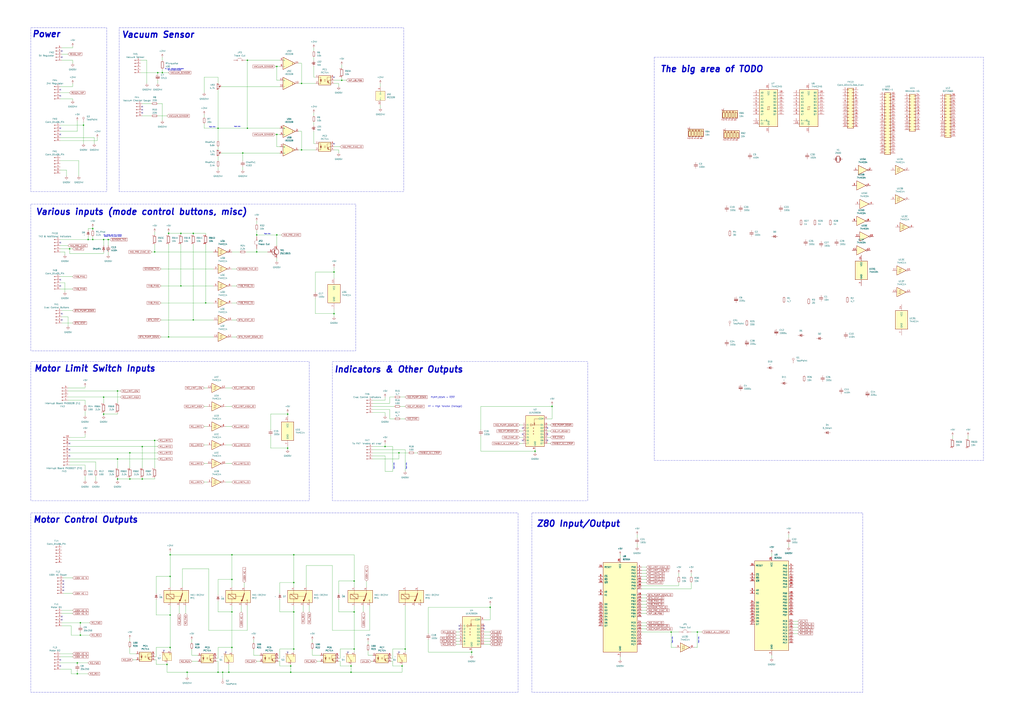
<source format=kicad_sch>
(kicad_sch
	(version 20231120)
	(generator "eeschema")
	(generator_version "8.0")
	(uuid "66cc26d7-ea0d-448d-81d6-18da17cae3ad")
	(paper "A1")
	(lib_symbols
		(symbol "74xx:74HC04"
			(exclude_from_sim no)
			(in_bom yes)
			(on_board yes)
			(property "Reference" "U"
				(at 0 1.27 0)
				(effects
					(font
						(size 1.27 1.27)
					)
				)
			)
			(property "Value" "74HC04"
				(at 0 -1.27 0)
				(effects
					(font
						(size 1.27 1.27)
					)
				)
			)
			(property "Footprint" ""
				(at 0 0 0)
				(effects
					(font
						(size 1.27 1.27)
					)
					(hide yes)
				)
			)
			(property "Datasheet" "https://assets.nexperia.com/documents/data-sheet/74HC_HCT04.pdf"
				(at 0 0 0)
				(effects
					(font
						(size 1.27 1.27)
					)
					(hide yes)
				)
			)
			(property "Description" "Hex Inverter"
				(at 0 0 0)
				(effects
					(font
						(size 1.27 1.27)
					)
					(hide yes)
				)
			)
			(property "ki_locked" ""
				(at 0 0 0)
				(effects
					(font
						(size 1.27 1.27)
					)
				)
			)
			(property "ki_keywords" "HCMOS not inv"
				(at 0 0 0)
				(effects
					(font
						(size 1.27 1.27)
					)
					(hide yes)
				)
			)
			(property "ki_fp_filters" "DIP*W7.62mm* SSOP?14* TSSOP?14*"
				(at 0 0 0)
				(effects
					(font
						(size 1.27 1.27)
					)
					(hide yes)
				)
			)
			(symbol "74HC04_1_0"
				(polyline
					(pts
						(xy -3.81 3.81) (xy -3.81 -3.81) (xy 3.81 0) (xy -3.81 3.81)
					)
					(stroke
						(width 0.254)
						(type default)
					)
					(fill
						(type background)
					)
				)
				(pin input line
					(at -7.62 0 0)
					(length 3.81)
					(name "~"
						(effects
							(font
								(size 1.27 1.27)
							)
						)
					)
					(number "1"
						(effects
							(font
								(size 1.27 1.27)
							)
						)
					)
				)
				(pin output inverted
					(at 7.62 0 180)
					(length 3.81)
					(name "~"
						(effects
							(font
								(size 1.27 1.27)
							)
						)
					)
					(number "2"
						(effects
							(font
								(size 1.27 1.27)
							)
						)
					)
				)
			)
			(symbol "74HC04_2_0"
				(polyline
					(pts
						(xy -3.81 3.81) (xy -3.81 -3.81) (xy 3.81 0) (xy -3.81 3.81)
					)
					(stroke
						(width 0.254)
						(type default)
					)
					(fill
						(type background)
					)
				)
				(pin input line
					(at -7.62 0 0)
					(length 3.81)
					(name "~"
						(effects
							(font
								(size 1.27 1.27)
							)
						)
					)
					(number "3"
						(effects
							(font
								(size 1.27 1.27)
							)
						)
					)
				)
				(pin output inverted
					(at 7.62 0 180)
					(length 3.81)
					(name "~"
						(effects
							(font
								(size 1.27 1.27)
							)
						)
					)
					(number "4"
						(effects
							(font
								(size 1.27 1.27)
							)
						)
					)
				)
			)
			(symbol "74HC04_3_0"
				(polyline
					(pts
						(xy -3.81 3.81) (xy -3.81 -3.81) (xy 3.81 0) (xy -3.81 3.81)
					)
					(stroke
						(width 0.254)
						(type default)
					)
					(fill
						(type background)
					)
				)
				(pin input line
					(at -7.62 0 0)
					(length 3.81)
					(name "~"
						(effects
							(font
								(size 1.27 1.27)
							)
						)
					)
					(number "5"
						(effects
							(font
								(size 1.27 1.27)
							)
						)
					)
				)
				(pin output inverted
					(at 7.62 0 180)
					(length 3.81)
					(name "~"
						(effects
							(font
								(size 1.27 1.27)
							)
						)
					)
					(number "6"
						(effects
							(font
								(size 1.27 1.27)
							)
						)
					)
				)
			)
			(symbol "74HC04_4_0"
				(polyline
					(pts
						(xy -3.81 3.81) (xy -3.81 -3.81) (xy 3.81 0) (xy -3.81 3.81)
					)
					(stroke
						(width 0.254)
						(type default)
					)
					(fill
						(type background)
					)
				)
				(pin output inverted
					(at 7.62 0 180)
					(length 3.81)
					(name "~"
						(effects
							(font
								(size 1.27 1.27)
							)
						)
					)
					(number "8"
						(effects
							(font
								(size 1.27 1.27)
							)
						)
					)
				)
				(pin input line
					(at -7.62 0 0)
					(length 3.81)
					(name "~"
						(effects
							(font
								(size 1.27 1.27)
							)
						)
					)
					(number "9"
						(effects
							(font
								(size 1.27 1.27)
							)
						)
					)
				)
			)
			(symbol "74HC04_5_0"
				(polyline
					(pts
						(xy -3.81 3.81) (xy -3.81 -3.81) (xy 3.81 0) (xy -3.81 3.81)
					)
					(stroke
						(width 0.254)
						(type default)
					)
					(fill
						(type background)
					)
				)
				(pin output inverted
					(at 7.62 0 180)
					(length 3.81)
					(name "~"
						(effects
							(font
								(size 1.27 1.27)
							)
						)
					)
					(number "10"
						(effects
							(font
								(size 1.27 1.27)
							)
						)
					)
				)
				(pin input line
					(at -7.62 0 0)
					(length 3.81)
					(name "~"
						(effects
							(font
								(size 1.27 1.27)
							)
						)
					)
					(number "11"
						(effects
							(font
								(size 1.27 1.27)
							)
						)
					)
				)
			)
			(symbol "74HC04_6_0"
				(polyline
					(pts
						(xy -3.81 3.81) (xy -3.81 -3.81) (xy 3.81 0) (xy -3.81 3.81)
					)
					(stroke
						(width 0.254)
						(type default)
					)
					(fill
						(type background)
					)
				)
				(pin output inverted
					(at 7.62 0 180)
					(length 3.81)
					(name "~"
						(effects
							(font
								(size 1.27 1.27)
							)
						)
					)
					(number "12"
						(effects
							(font
								(size 1.27 1.27)
							)
						)
					)
				)
				(pin input line
					(at -7.62 0 0)
					(length 3.81)
					(name "~"
						(effects
							(font
								(size 1.27 1.27)
							)
						)
					)
					(number "13"
						(effects
							(font
								(size 1.27 1.27)
							)
						)
					)
				)
			)
			(symbol "74HC04_7_0"
				(pin power_in line
					(at 0 12.7 270)
					(length 5.08)
					(name "VCC"
						(effects
							(font
								(size 1.27 1.27)
							)
						)
					)
					(number "14"
						(effects
							(font
								(size 1.27 1.27)
							)
						)
					)
				)
				(pin power_in line
					(at 0 -12.7 90)
					(length 5.08)
					(name "GND"
						(effects
							(font
								(size 1.27 1.27)
							)
						)
					)
					(number "7"
						(effects
							(font
								(size 1.27 1.27)
							)
						)
					)
				)
			)
			(symbol "74HC04_7_1"
				(rectangle
					(start -5.08 7.62)
					(end 5.08 -7.62)
					(stroke
						(width 0.254)
						(type default)
					)
					(fill
						(type background)
					)
				)
			)
		)
		(symbol "74xx:74HC14"
			(pin_names
				(offset 1.016)
			)
			(exclude_from_sim no)
			(in_bom yes)
			(on_board yes)
			(property "Reference" "U"
				(at 0 1.27 0)
				(effects
					(font
						(size 1.27 1.27)
					)
				)
			)
			(property "Value" "74HC14"
				(at 0 -1.27 0)
				(effects
					(font
						(size 1.27 1.27)
					)
				)
			)
			(property "Footprint" ""
				(at 0 0 0)
				(effects
					(font
						(size 1.27 1.27)
					)
					(hide yes)
				)
			)
			(property "Datasheet" "http://www.ti.com/lit/gpn/sn74HC14"
				(at 0 0 0)
				(effects
					(font
						(size 1.27 1.27)
					)
					(hide yes)
				)
			)
			(property "Description" "Hex inverter schmitt trigger"
				(at 0 0 0)
				(effects
					(font
						(size 1.27 1.27)
					)
					(hide yes)
				)
			)
			(property "ki_locked" ""
				(at 0 0 0)
				(effects
					(font
						(size 1.27 1.27)
					)
				)
			)
			(property "ki_keywords" "HCMOS not inverter"
				(at 0 0 0)
				(effects
					(font
						(size 1.27 1.27)
					)
					(hide yes)
				)
			)
			(property "ki_fp_filters" "DIP*W7.62mm*"
				(at 0 0 0)
				(effects
					(font
						(size 1.27 1.27)
					)
					(hide yes)
				)
			)
			(symbol "74HC14_1_0"
				(polyline
					(pts
						(xy -3.81 3.81) (xy -3.81 -3.81) (xy 3.81 0) (xy -3.81 3.81)
					)
					(stroke
						(width 0.254)
						(type default)
					)
					(fill
						(type background)
					)
				)
				(pin input line
					(at -7.62 0 0)
					(length 3.81)
					(name "~"
						(effects
							(font
								(size 1.27 1.27)
							)
						)
					)
					(number "1"
						(effects
							(font
								(size 1.27 1.27)
							)
						)
					)
				)
				(pin output inverted
					(at 7.62 0 180)
					(length 3.81)
					(name "~"
						(effects
							(font
								(size 1.27 1.27)
							)
						)
					)
					(number "2"
						(effects
							(font
								(size 1.27 1.27)
							)
						)
					)
				)
			)
			(symbol "74HC14_1_1"
				(polyline
					(pts
						(xy -1.905 -1.27) (xy -1.905 1.27) (xy -0.635 1.27)
					)
					(stroke
						(width 0)
						(type default)
					)
					(fill
						(type none)
					)
				)
				(polyline
					(pts
						(xy -2.54 -1.27) (xy -0.635 -1.27) (xy -0.635 1.27) (xy 0 1.27)
					)
					(stroke
						(width 0)
						(type default)
					)
					(fill
						(type none)
					)
				)
			)
			(symbol "74HC14_2_0"
				(polyline
					(pts
						(xy -3.81 3.81) (xy -3.81 -3.81) (xy 3.81 0) (xy -3.81 3.81)
					)
					(stroke
						(width 0.254)
						(type default)
					)
					(fill
						(type background)
					)
				)
				(pin input line
					(at -7.62 0 0)
					(length 3.81)
					(name "~"
						(effects
							(font
								(size 1.27 1.27)
							)
						)
					)
					(number "3"
						(effects
							(font
								(size 1.27 1.27)
							)
						)
					)
				)
				(pin output inverted
					(at 7.62 0 180)
					(length 3.81)
					(name "~"
						(effects
							(font
								(size 1.27 1.27)
							)
						)
					)
					(number "4"
						(effects
							(font
								(size 1.27 1.27)
							)
						)
					)
				)
			)
			(symbol "74HC14_2_1"
				(polyline
					(pts
						(xy -1.905 -1.27) (xy -1.905 1.27) (xy -0.635 1.27)
					)
					(stroke
						(width 0)
						(type default)
					)
					(fill
						(type none)
					)
				)
				(polyline
					(pts
						(xy -2.54 -1.27) (xy -0.635 -1.27) (xy -0.635 1.27) (xy 0 1.27)
					)
					(stroke
						(width 0)
						(type default)
					)
					(fill
						(type none)
					)
				)
			)
			(symbol "74HC14_3_0"
				(polyline
					(pts
						(xy -3.81 3.81) (xy -3.81 -3.81) (xy 3.81 0) (xy -3.81 3.81)
					)
					(stroke
						(width 0.254)
						(type default)
					)
					(fill
						(type background)
					)
				)
				(pin input line
					(at -7.62 0 0)
					(length 3.81)
					(name "~"
						(effects
							(font
								(size 1.27 1.27)
							)
						)
					)
					(number "5"
						(effects
							(font
								(size 1.27 1.27)
							)
						)
					)
				)
				(pin output inverted
					(at 7.62 0 180)
					(length 3.81)
					(name "~"
						(effects
							(font
								(size 1.27 1.27)
							)
						)
					)
					(number "6"
						(effects
							(font
								(size 1.27 1.27)
							)
						)
					)
				)
			)
			(symbol "74HC14_3_1"
				(polyline
					(pts
						(xy -1.905 -1.27) (xy -1.905 1.27) (xy -0.635 1.27)
					)
					(stroke
						(width 0)
						(type default)
					)
					(fill
						(type none)
					)
				)
				(polyline
					(pts
						(xy -2.54 -1.27) (xy -0.635 -1.27) (xy -0.635 1.27) (xy 0 1.27)
					)
					(stroke
						(width 0)
						(type default)
					)
					(fill
						(type none)
					)
				)
			)
			(symbol "74HC14_4_0"
				(polyline
					(pts
						(xy -3.81 3.81) (xy -3.81 -3.81) (xy 3.81 0) (xy -3.81 3.81)
					)
					(stroke
						(width 0.254)
						(type default)
					)
					(fill
						(type background)
					)
				)
				(pin output inverted
					(at 7.62 0 180)
					(length 3.81)
					(name "~"
						(effects
							(font
								(size 1.27 1.27)
							)
						)
					)
					(number "8"
						(effects
							(font
								(size 1.27 1.27)
							)
						)
					)
				)
				(pin input line
					(at -7.62 0 0)
					(length 3.81)
					(name "~"
						(effects
							(font
								(size 1.27 1.27)
							)
						)
					)
					(number "9"
						(effects
							(font
								(size 1.27 1.27)
							)
						)
					)
				)
			)
			(symbol "74HC14_4_1"
				(polyline
					(pts
						(xy -1.905 -1.27) (xy -1.905 1.27) (xy -0.635 1.27)
					)
					(stroke
						(width 0)
						(type default)
					)
					(fill
						(type none)
					)
				)
				(polyline
					(pts
						(xy -2.54 -1.27) (xy -0.635 -1.27) (xy -0.635 1.27) (xy 0 1.27)
					)
					(stroke
						(width 0)
						(type default)
					)
					(fill
						(type none)
					)
				)
			)
			(symbol "74HC14_5_0"
				(polyline
					(pts
						(xy -3.81 3.81) (xy -3.81 -3.81) (xy 3.81 0) (xy -3.81 3.81)
					)
					(stroke
						(width 0.254)
						(type default)
					)
					(fill
						(type background)
					)
				)
				(pin output inverted
					(at 7.62 0 180)
					(length 3.81)
					(name "~"
						(effects
							(font
								(size 1.27 1.27)
							)
						)
					)
					(number "10"
						(effects
							(font
								(size 1.27 1.27)
							)
						)
					)
				)
				(pin input line
					(at -7.62 0 0)
					(length 3.81)
					(name "~"
						(effects
							(font
								(size 1.27 1.27)
							)
						)
					)
					(number "11"
						(effects
							(font
								(size 1.27 1.27)
							)
						)
					)
				)
			)
			(symbol "74HC14_5_1"
				(polyline
					(pts
						(xy -1.905 -1.27) (xy -1.905 1.27) (xy -0.635 1.27)
					)
					(stroke
						(width 0)
						(type default)
					)
					(fill
						(type none)
					)
				)
				(polyline
					(pts
						(xy -2.54 -1.27) (xy -0.635 -1.27) (xy -0.635 1.27) (xy 0 1.27)
					)
					(stroke
						(width 0)
						(type default)
					)
					(fill
						(type none)
					)
				)
			)
			(symbol "74HC14_6_0"
				(polyline
					(pts
						(xy -3.81 3.81) (xy -3.81 -3.81) (xy 3.81 0) (xy -3.81 3.81)
					)
					(stroke
						(width 0.254)
						(type default)
					)
					(fill
						(type background)
					)
				)
				(pin output inverted
					(at 7.62 0 180)
					(length 3.81)
					(name "~"
						(effects
							(font
								(size 1.27 1.27)
							)
						)
					)
					(number "12"
						(effects
							(font
								(size 1.27 1.27)
							)
						)
					)
				)
				(pin input line
					(at -7.62 0 0)
					(length 3.81)
					(name "~"
						(effects
							(font
								(size 1.27 1.27)
							)
						)
					)
					(number "13"
						(effects
							(font
								(size 1.27 1.27)
							)
						)
					)
				)
			)
			(symbol "74HC14_6_1"
				(polyline
					(pts
						(xy -1.905 -1.27) (xy -1.905 1.27) (xy -0.635 1.27)
					)
					(stroke
						(width 0)
						(type default)
					)
					(fill
						(type none)
					)
				)
				(polyline
					(pts
						(xy -2.54 -1.27) (xy -0.635 -1.27) (xy -0.635 1.27) (xy 0 1.27)
					)
					(stroke
						(width 0)
						(type default)
					)
					(fill
						(type none)
					)
				)
			)
			(symbol "74HC14_7_0"
				(pin power_in line
					(at 0 12.7 270)
					(length 5.08)
					(name "VCC"
						(effects
							(font
								(size 1.27 1.27)
							)
						)
					)
					(number "14"
						(effects
							(font
								(size 1.27 1.27)
							)
						)
					)
				)
				(pin power_in line
					(at 0 -12.7 90)
					(length 5.08)
					(name "GND"
						(effects
							(font
								(size 1.27 1.27)
							)
						)
					)
					(number "7"
						(effects
							(font
								(size 1.27 1.27)
							)
						)
					)
				)
			)
			(symbol "74HC14_7_1"
				(rectangle
					(start -5.08 7.62)
					(end 5.08 -7.62)
					(stroke
						(width 0.254)
						(type default)
					)
					(fill
						(type background)
					)
				)
			)
		)
		(symbol "74xx:74HC245"
			(pin_names
				(offset 1.016)
			)
			(exclude_from_sim no)
			(in_bom yes)
			(on_board yes)
			(property "Reference" "U"
				(at -7.62 16.51 0)
				(effects
					(font
						(size 1.27 1.27)
					)
				)
			)
			(property "Value" "74HC245"
				(at -7.62 -16.51 0)
				(effects
					(font
						(size 1.27 1.27)
					)
				)
			)
			(property "Footprint" ""
				(at 0 0 0)
				(effects
					(font
						(size 1.27 1.27)
					)
					(hide yes)
				)
			)
			(property "Datasheet" "http://www.ti.com/lit/gpn/sn74HC245"
				(at 0 0 0)
				(effects
					(font
						(size 1.27 1.27)
					)
					(hide yes)
				)
			)
			(property "Description" "Octal BUS Transceivers, 3-State outputs"
				(at 0 0 0)
				(effects
					(font
						(size 1.27 1.27)
					)
					(hide yes)
				)
			)
			(property "ki_locked" ""
				(at 0 0 0)
				(effects
					(font
						(size 1.27 1.27)
					)
				)
			)
			(property "ki_keywords" "HCMOS BUS 3State"
				(at 0 0 0)
				(effects
					(font
						(size 1.27 1.27)
					)
					(hide yes)
				)
			)
			(property "ki_fp_filters" "DIP?20*"
				(at 0 0 0)
				(effects
					(font
						(size 1.27 1.27)
					)
					(hide yes)
				)
			)
			(symbol "74HC245_1_0"
				(polyline
					(pts
						(xy -0.635 -1.27) (xy -0.635 1.27) (xy 0.635 1.27)
					)
					(stroke
						(width 0)
						(type default)
					)
					(fill
						(type none)
					)
				)
				(polyline
					(pts
						(xy -1.27 -1.27) (xy 0.635 -1.27) (xy 0.635 1.27) (xy 1.27 1.27)
					)
					(stroke
						(width 0)
						(type default)
					)
					(fill
						(type none)
					)
				)
				(pin input line
					(at -12.7 -10.16 0)
					(length 5.08)
					(name "A->B"
						(effects
							(font
								(size 1.27 1.27)
							)
						)
					)
					(number "1"
						(effects
							(font
								(size 1.27 1.27)
							)
						)
					)
				)
				(pin power_in line
					(at 0 -20.32 90)
					(length 5.08)
					(name "GND"
						(effects
							(font
								(size 1.27 1.27)
							)
						)
					)
					(number "10"
						(effects
							(font
								(size 1.27 1.27)
							)
						)
					)
				)
				(pin tri_state line
					(at 12.7 -5.08 180)
					(length 5.08)
					(name "B7"
						(effects
							(font
								(size 1.27 1.27)
							)
						)
					)
					(number "11"
						(effects
							(font
								(size 1.27 1.27)
							)
						)
					)
				)
				(pin tri_state line
					(at 12.7 -2.54 180)
					(length 5.08)
					(name "B6"
						(effects
							(font
								(size 1.27 1.27)
							)
						)
					)
					(number "12"
						(effects
							(font
								(size 1.27 1.27)
							)
						)
					)
				)
				(pin tri_state line
					(at 12.7 0 180)
					(length 5.08)
					(name "B5"
						(effects
							(font
								(size 1.27 1.27)
							)
						)
					)
					(number "13"
						(effects
							(font
								(size 1.27 1.27)
							)
						)
					)
				)
				(pin tri_state line
					(at 12.7 2.54 180)
					(length 5.08)
					(name "B4"
						(effects
							(font
								(size 1.27 1.27)
							)
						)
					)
					(number "14"
						(effects
							(font
								(size 1.27 1.27)
							)
						)
					)
				)
				(pin tri_state line
					(at 12.7 5.08 180)
					(length 5.08)
					(name "B3"
						(effects
							(font
								(size 1.27 1.27)
							)
						)
					)
					(number "15"
						(effects
							(font
								(size 1.27 1.27)
							)
						)
					)
				)
				(pin tri_state line
					(at 12.7 7.62 180)
					(length 5.08)
					(name "B2"
						(effects
							(font
								(size 1.27 1.27)
							)
						)
					)
					(number "16"
						(effects
							(font
								(size 1.27 1.27)
							)
						)
					)
				)
				(pin tri_state line
					(at 12.7 10.16 180)
					(length 5.08)
					(name "B1"
						(effects
							(font
								(size 1.27 1.27)
							)
						)
					)
					(number "17"
						(effects
							(font
								(size 1.27 1.27)
							)
						)
					)
				)
				(pin tri_state line
					(at 12.7 12.7 180)
					(length 5.08)
					(name "B0"
						(effects
							(font
								(size 1.27 1.27)
							)
						)
					)
					(number "18"
						(effects
							(font
								(size 1.27 1.27)
							)
						)
					)
				)
				(pin input inverted
					(at -12.7 -12.7 0)
					(length 5.08)
					(name "CE"
						(effects
							(font
								(size 1.27 1.27)
							)
						)
					)
					(number "19"
						(effects
							(font
								(size 1.27 1.27)
							)
						)
					)
				)
				(pin tri_state line
					(at -12.7 12.7 0)
					(length 5.08)
					(name "A0"
						(effects
							(font
								(size 1.27 1.27)
							)
						)
					)
					(number "2"
						(effects
							(font
								(size 1.27 1.27)
							)
						)
					)
				)
				(pin power_in line
					(at 0 20.32 270)
					(length 5.08)
					(name "VCC"
						(effects
							(font
								(size 1.27 1.27)
							)
						)
					)
					(number "20"
						(effects
							(font
								(size 1.27 1.27)
							)
						)
					)
				)
				(pin tri_state line
					(at -12.7 10.16 0)
					(length 5.08)
					(name "A1"
						(effects
							(font
								(size 1.27 1.27)
							)
						)
					)
					(number "3"
						(effects
							(font
								(size 1.27 1.27)
							)
						)
					)
				)
				(pin tri_state line
					(at -12.7 7.62 0)
					(length 5.08)
					(name "A2"
						(effects
							(font
								(size 1.27 1.27)
							)
						)
					)
					(number "4"
						(effects
							(font
								(size 1.27 1.27)
							)
						)
					)
				)
				(pin tri_state line
					(at -12.7 5.08 0)
					(length 5.08)
					(name "A3"
						(effects
							(font
								(size 1.27 1.27)
							)
						)
					)
					(number "5"
						(effects
							(font
								(size 1.27 1.27)
							)
						)
					)
				)
				(pin tri_state line
					(at -12.7 2.54 0)
					(length 5.08)
					(name "A4"
						(effects
							(font
								(size 1.27 1.27)
							)
						)
					)
					(number "6"
						(effects
							(font
								(size 1.27 1.27)
							)
						)
					)
				)
				(pin tri_state line
					(at -12.7 0 0)
					(length 5.08)
					(name "A5"
						(effects
							(font
								(size 1.27 1.27)
							)
						)
					)
					(number "7"
						(effects
							(font
								(size 1.27 1.27)
							)
						)
					)
				)
				(pin tri_state line
					(at -12.7 -2.54 0)
					(length 5.08)
					(name "A6"
						(effects
							(font
								(size 1.27 1.27)
							)
						)
					)
					(number "8"
						(effects
							(font
								(size 1.27 1.27)
							)
						)
					)
				)
				(pin tri_state line
					(at -12.7 -5.08 0)
					(length 5.08)
					(name "A7"
						(effects
							(font
								(size 1.27 1.27)
							)
						)
					)
					(number "9"
						(effects
							(font
								(size 1.27 1.27)
							)
						)
					)
				)
			)
			(symbol "74HC245_1_1"
				(rectangle
					(start -7.62 15.24)
					(end 7.62 -15.24)
					(stroke
						(width 0.254)
						(type default)
					)
					(fill
						(type background)
					)
				)
			)
		)
		(symbol "Comparator:LM339"
			(pin_names
				(offset 0.127)
			)
			(exclude_from_sim no)
			(in_bom yes)
			(on_board yes)
			(property "Reference" "U5"
				(at 7.62 1.2701 0)
				(effects
					(font
						(size 1.27 1.27)
					)
					(justify left)
				)
			)
			(property "Value" "IR2339"
				(at 7.62 -1.2699 0)
				(effects
					(font
						(size 1.27 1.27)
					)
					(justify left)
				)
			)
			(property "Footprint" ""
				(at -1.27 2.54 0)
				(effects
					(font
						(size 1.27 1.27)
					)
					(hide yes)
				)
			)
			(property "Datasheet" "https://www.st.com/resource/en/datasheet/lm139.pdf"
				(at 1.27 5.08 0)
				(effects
					(font
						(size 1.27 1.27)
					)
					(hide yes)
				)
			)
			(property "Description" "Quad Differential Comparators, SOIC-14/TSSOP-14"
				(at 0 0 0)
				(effects
					(font
						(size 1.27 1.27)
					)
					(hide yes)
				)
			)
			(property "ki_locked" ""
				(at 0 0 0)
				(effects
					(font
						(size 1.27 1.27)
					)
				)
			)
			(property "ki_keywords" "cmp open collector"
				(at 0 0 0)
				(effects
					(font
						(size 1.27 1.27)
					)
					(hide yes)
				)
			)
			(property "ki_fp_filters" "SOIC*3.9x8.7mm*P1.27mm* TSSOP*4.4x5mm*P0.65mm*"
				(at 0 0 0)
				(effects
					(font
						(size 1.27 1.27)
					)
					(hide yes)
				)
			)
			(symbol "LM339_1_1"
				(polyline
					(pts
						(xy -5.08 5.08) (xy 5.08 0) (xy -5.08 -5.08) (xy -5.08 5.08)
					)
					(stroke
						(width 0.254)
						(type default)
					)
					(fill
						(type background)
					)
				)
				(polyline
					(pts
						(xy 3.302 -0.508) (xy 2.794 -0.508) (xy 3.302 0) (xy 2.794 0.508) (xy 2.286 0) (xy 2.794 -0.508)
						(xy 2.286 -0.508)
					)
					(stroke
						(width 0.127)
						(type default)
					)
					(fill
						(type none)
					)
				)
				(pin open_collector line
					(at 7.62 0 180)
					(length 2.54)
					(name "~"
						(effects
							(font
								(size 1.27 1.27)
							)
						)
					)
					(number "2"
						(effects
							(font
								(size 1.27 1.27)
							)
						)
					)
				)
				(pin input line
					(at -7.62 -2.54 0)
					(length 2.54)
					(name "-"
						(effects
							(font
								(size 1.27 1.27)
							)
						)
					)
					(number "4"
						(effects
							(font
								(size 1.27 1.27)
							)
						)
					)
				)
				(pin input line
					(at -7.62 2.54 0)
					(length 2.54)
					(name "+"
						(effects
							(font
								(size 1.27 1.27)
							)
						)
					)
					(number "5"
						(effects
							(font
								(size 1.27 1.27)
							)
						)
					)
				)
			)
			(symbol "LM339_2_1"
				(polyline
					(pts
						(xy -5.08 5.08) (xy 5.08 0) (xy -5.08 -5.08) (xy -5.08 5.08)
					)
					(stroke
						(width 0.254)
						(type default)
					)
					(fill
						(type background)
					)
				)
				(polyline
					(pts
						(xy 3.302 -0.508) (xy 2.794 -0.508) (xy 3.302 0) (xy 2.794 0.508) (xy 2.286 0) (xy 2.794 -0.508)
						(xy 2.286 -0.508)
					)
					(stroke
						(width 0.127)
						(type default)
					)
					(fill
						(type none)
					)
				)
				(pin open_collector line
					(at 7.62 0 180)
					(length 2.54)
					(name "~"
						(effects
							(font
								(size 1.27 1.27)
							)
						)
					)
					(number "1"
						(effects
							(font
								(size 1.27 1.27)
							)
						)
					)
				)
				(pin input line
					(at -7.62 -2.54 0)
					(length 2.54)
					(name "-"
						(effects
							(font
								(size 1.27 1.27)
							)
						)
					)
					(number "6"
						(effects
							(font
								(size 1.27 1.27)
							)
						)
					)
				)
				(pin input line
					(at -7.62 2.54 0)
					(length 2.54)
					(name "+"
						(effects
							(font
								(size 1.27 1.27)
							)
						)
					)
					(number "7"
						(effects
							(font
								(size 1.27 1.27)
							)
						)
					)
				)
			)
			(symbol "LM339_3_1"
				(polyline
					(pts
						(xy -5.08 5.08) (xy 5.08 0) (xy -5.08 -5.08) (xy -5.08 5.08)
					)
					(stroke
						(width 0.254)
						(type default)
					)
					(fill
						(type background)
					)
				)
				(polyline
					(pts
						(xy 3.302 -0.508) (xy 2.794 -0.508) (xy 3.302 0) (xy 2.794 0.508) (xy 2.286 0) (xy 2.794 -0.508)
						(xy 2.286 -0.508)
					)
					(stroke
						(width 0.127)
						(type default)
					)
					(fill
						(type none)
					)
				)
				(pin input line
					(at -7.62 -2.54 0)
					(length 2.54)
					(name "-"
						(effects
							(font
								(size 1.27 1.27)
							)
						)
					)
					(number "10"
						(effects
							(font
								(size 1.27 1.27)
							)
						)
					)
				)
				(pin input line
					(at -7.62 2.54 0)
					(length 2.54)
					(name "+"
						(effects
							(font
								(size 1.27 1.27)
							)
						)
					)
					(number "11"
						(effects
							(font
								(size 1.27 1.27)
							)
						)
					)
				)
				(pin open_collector line
					(at 7.62 0 180)
					(length 2.54)
					(name "~"
						(effects
							(font
								(size 1.27 1.27)
							)
						)
					)
					(number "13"
						(effects
							(font
								(size 1.27 1.27)
							)
						)
					)
				)
			)
			(symbol "LM339_4_1"
				(polyline
					(pts
						(xy -5.08 5.08) (xy 5.08 0) (xy -5.08 -5.08) (xy -5.08 5.08)
					)
					(stroke
						(width 0.254)
						(type default)
					)
					(fill
						(type background)
					)
				)
				(polyline
					(pts
						(xy 3.302 -0.508) (xy 2.794 -0.508) (xy 3.302 0) (xy 2.794 0.508) (xy 2.286 0) (xy 2.794 -0.508)
						(xy 2.286 -0.508)
					)
					(stroke
						(width 0.127)
						(type default)
					)
					(fill
						(type none)
					)
				)
				(pin open_collector line
					(at 7.62 0 180)
					(length 2.54)
					(name "~"
						(effects
							(font
								(size 1.27 1.27)
							)
						)
					)
					(number "14"
						(effects
							(font
								(size 1.27 1.27)
							)
						)
					)
				)
				(pin input line
					(at -7.62 -2.54 0)
					(length 2.54)
					(name "-"
						(effects
							(font
								(size 1.27 1.27)
							)
						)
					)
					(number "8"
						(effects
							(font
								(size 1.27 1.27)
							)
						)
					)
				)
				(pin input line
					(at -7.62 2.54 0)
					(length 2.54)
					(name "+"
						(effects
							(font
								(size 1.27 1.27)
							)
						)
					)
					(number "9"
						(effects
							(font
								(size 1.27 1.27)
							)
						)
					)
				)
			)
			(symbol "LM339_5_1"
				(rectangle
					(start -6.35 3.81)
					(end 1.27 -3.81)
					(stroke
						(width 0)
						(type default)
					)
					(fill
						(type background)
					)
				)
				(pin power_in line
					(at -2.54 -7.62 90)
					(length 3.81)
					(name "V-"
						(effects
							(font
								(size 1.27 1.27)
							)
						)
					)
					(number "12"
						(effects
							(font
								(size 1.27 1.27)
							)
						)
					)
				)
				(pin power_in line
					(at -2.54 7.62 270)
					(length 3.81)
					(name "V+"
						(effects
							(font
								(size 1.27 1.27)
							)
						)
					)
					(number "3"
						(effects
							(font
								(size 1.27 1.27)
							)
						)
					)
				)
			)
		)
		(symbol "Connector:Conn_01x05_Pin"
			(pin_names
				(offset 1.016) hide)
			(exclude_from_sim no)
			(in_bom yes)
			(on_board yes)
			(property "Reference" "J"
				(at 0 7.62 0)
				(effects
					(font
						(size 1.27 1.27)
					)
				)
			)
			(property "Value" "Conn_01x05_Pin"
				(at 0 -7.62 0)
				(effects
					(font
						(size 1.27 1.27)
					)
				)
			)
			(property "Footprint" ""
				(at 0 0 0)
				(effects
					(font
						(size 1.27 1.27)
					)
					(hide yes)
				)
			)
			(property "Datasheet" "~"
				(at 0 0 0)
				(effects
					(font
						(size 1.27 1.27)
					)
					(hide yes)
				)
			)
			(property "Description" "Generic connector, single row, 01x05, script generated"
				(at 0 0 0)
				(effects
					(font
						(size 1.27 1.27)
					)
					(hide yes)
				)
			)
			(property "ki_locked" ""
				(at 0 0 0)
				(effects
					(font
						(size 1.27 1.27)
					)
				)
			)
			(property "ki_keywords" "connector"
				(at 0 0 0)
				(effects
					(font
						(size 1.27 1.27)
					)
					(hide yes)
				)
			)
			(property "ki_fp_filters" "Connector*:*_1x??_*"
				(at 0 0 0)
				(effects
					(font
						(size 1.27 1.27)
					)
					(hide yes)
				)
			)
			(symbol "Conn_01x05_Pin_1_1"
				(polyline
					(pts
						(xy 1.27 -5.08) (xy 0.8636 -5.08)
					)
					(stroke
						(width 0.1524)
						(type default)
					)
					(fill
						(type none)
					)
				)
				(polyline
					(pts
						(xy 1.27 -2.54) (xy 0.8636 -2.54)
					)
					(stroke
						(width 0.1524)
						(type default)
					)
					(fill
						(type none)
					)
				)
				(polyline
					(pts
						(xy 1.27 0) (xy 0.8636 0)
					)
					(stroke
						(width 0.1524)
						(type default)
					)
					(fill
						(type none)
					)
				)
				(polyline
					(pts
						(xy 1.27 2.54) (xy 0.8636 2.54)
					)
					(stroke
						(width 0.1524)
						(type default)
					)
					(fill
						(type none)
					)
				)
				(polyline
					(pts
						(xy 1.27 5.08) (xy 0.8636 5.08)
					)
					(stroke
						(width 0.1524)
						(type default)
					)
					(fill
						(type none)
					)
				)
				(rectangle
					(start 0.8636 -4.953)
					(end 0 -5.207)
					(stroke
						(width 0.1524)
						(type default)
					)
					(fill
						(type outline)
					)
				)
				(rectangle
					(start 0.8636 -2.413)
					(end 0 -2.667)
					(stroke
						(width 0.1524)
						(type default)
					)
					(fill
						(type outline)
					)
				)
				(rectangle
					(start 0.8636 0.127)
					(end 0 -0.127)
					(stroke
						(width 0.1524)
						(type default)
					)
					(fill
						(type outline)
					)
				)
				(rectangle
					(start 0.8636 2.667)
					(end 0 2.413)
					(stroke
						(width 0.1524)
						(type default)
					)
					(fill
						(type outline)
					)
				)
				(rectangle
					(start 0.8636 5.207)
					(end 0 4.953)
					(stroke
						(width 0.1524)
						(type default)
					)
					(fill
						(type outline)
					)
				)
				(pin passive line
					(at 5.08 5.08 180)
					(length 3.81)
					(name "Pin_1"
						(effects
							(font
								(size 1.27 1.27)
							)
						)
					)
					(number "1"
						(effects
							(font
								(size 1.27 1.27)
							)
						)
					)
				)
				(pin passive line
					(at 5.08 2.54 180)
					(length 3.81)
					(name "Pin_2"
						(effects
							(font
								(size 1.27 1.27)
							)
						)
					)
					(number "2"
						(effects
							(font
								(size 1.27 1.27)
							)
						)
					)
				)
				(pin passive line
					(at 5.08 0 180)
					(length 3.81)
					(name "Pin_3"
						(effects
							(font
								(size 1.27 1.27)
							)
						)
					)
					(number "3"
						(effects
							(font
								(size 1.27 1.27)
							)
						)
					)
				)
				(pin passive line
					(at 5.08 -2.54 180)
					(length 3.81)
					(name "Pin_4"
						(effects
							(font
								(size 1.27 1.27)
							)
						)
					)
					(number "4"
						(effects
							(font
								(size 1.27 1.27)
							)
						)
					)
				)
				(pin passive line
					(at 5.08 -5.08 180)
					(length 3.81)
					(name "Pin_5"
						(effects
							(font
								(size 1.27 1.27)
							)
						)
					)
					(number "5"
						(effects
							(font
								(size 1.27 1.27)
							)
						)
					)
				)
			)
		)
		(symbol "Connector:Conn_01x06_Pin"
			(pin_names
				(offset 1.016) hide)
			(exclude_from_sim no)
			(in_bom yes)
			(on_board yes)
			(property "Reference" "J"
				(at 0 7.62 0)
				(effects
					(font
						(size 1.27 1.27)
					)
				)
			)
			(property "Value" "Conn_01x06_Pin"
				(at 0 -10.16 0)
				(effects
					(font
						(size 1.27 1.27)
					)
				)
			)
			(property "Footprint" ""
				(at 0 0 0)
				(effects
					(font
						(size 1.27 1.27)
					)
					(hide yes)
				)
			)
			(property "Datasheet" "~"
				(at 0 0 0)
				(effects
					(font
						(size 1.27 1.27)
					)
					(hide yes)
				)
			)
			(property "Description" "Generic connector, single row, 01x06, script generated"
				(at 0 0 0)
				(effects
					(font
						(size 1.27 1.27)
					)
					(hide yes)
				)
			)
			(property "ki_locked" ""
				(at 0 0 0)
				(effects
					(font
						(size 1.27 1.27)
					)
				)
			)
			(property "ki_keywords" "connector"
				(at 0 0 0)
				(effects
					(font
						(size 1.27 1.27)
					)
					(hide yes)
				)
			)
			(property "ki_fp_filters" "Connector*:*_1x??_*"
				(at 0 0 0)
				(effects
					(font
						(size 1.27 1.27)
					)
					(hide yes)
				)
			)
			(symbol "Conn_01x06_Pin_1_1"
				(polyline
					(pts
						(xy 1.27 -7.62) (xy 0.8636 -7.62)
					)
					(stroke
						(width 0.1524)
						(type default)
					)
					(fill
						(type none)
					)
				)
				(polyline
					(pts
						(xy 1.27 -5.08) (xy 0.8636 -5.08)
					)
					(stroke
						(width 0.1524)
						(type default)
					)
					(fill
						(type none)
					)
				)
				(polyline
					(pts
						(xy 1.27 -2.54) (xy 0.8636 -2.54)
					)
					(stroke
						(width 0.1524)
						(type default)
					)
					(fill
						(type none)
					)
				)
				(polyline
					(pts
						(xy 1.27 0) (xy 0.8636 0)
					)
					(stroke
						(width 0.1524)
						(type default)
					)
					(fill
						(type none)
					)
				)
				(polyline
					(pts
						(xy 1.27 2.54) (xy 0.8636 2.54)
					)
					(stroke
						(width 0.1524)
						(type default)
					)
					(fill
						(type none)
					)
				)
				(polyline
					(pts
						(xy 1.27 5.08) (xy 0.8636 5.08)
					)
					(stroke
						(width 0.1524)
						(type default)
					)
					(fill
						(type none)
					)
				)
				(rectangle
					(start 0.8636 -7.493)
					(end 0 -7.747)
					(stroke
						(width 0.1524)
						(type default)
					)
					(fill
						(type outline)
					)
				)
				(rectangle
					(start 0.8636 -4.953)
					(end 0 -5.207)
					(stroke
						(width 0.1524)
						(type default)
					)
					(fill
						(type outline)
					)
				)
				(rectangle
					(start 0.8636 -2.413)
					(end 0 -2.667)
					(stroke
						(width 0.1524)
						(type default)
					)
					(fill
						(type outline)
					)
				)
				(rectangle
					(start 0.8636 0.127)
					(end 0 -0.127)
					(stroke
						(width 0.1524)
						(type default)
					)
					(fill
						(type outline)
					)
				)
				(rectangle
					(start 0.8636 2.667)
					(end 0 2.413)
					(stroke
						(width 0.1524)
						(type default)
					)
					(fill
						(type outline)
					)
				)
				(rectangle
					(start 0.8636 5.207)
					(end 0 4.953)
					(stroke
						(width 0.1524)
						(type default)
					)
					(fill
						(type outline)
					)
				)
				(pin passive line
					(at 5.08 5.08 180)
					(length 3.81)
					(name "Pin_1"
						(effects
							(font
								(size 1.27 1.27)
							)
						)
					)
					(number "1"
						(effects
							(font
								(size 1.27 1.27)
							)
						)
					)
				)
				(pin passive line
					(at 5.08 2.54 180)
					(length 3.81)
					(name "Pin_2"
						(effects
							(font
								(size 1.27 1.27)
							)
						)
					)
					(number "2"
						(effects
							(font
								(size 1.27 1.27)
							)
						)
					)
				)
				(pin passive line
					(at 5.08 0 180)
					(length 3.81)
					(name "Pin_3"
						(effects
							(font
								(size 1.27 1.27)
							)
						)
					)
					(number "3"
						(effects
							(font
								(size 1.27 1.27)
							)
						)
					)
				)
				(pin passive line
					(at 5.08 -2.54 180)
					(length 3.81)
					(name "Pin_4"
						(effects
							(font
								(size 1.27 1.27)
							)
						)
					)
					(number "4"
						(effects
							(font
								(size 1.27 1.27)
							)
						)
					)
				)
				(pin passive line
					(at 5.08 -5.08 180)
					(length 3.81)
					(name "Pin_5"
						(effects
							(font
								(size 1.27 1.27)
							)
						)
					)
					(number "5"
						(effects
							(font
								(size 1.27 1.27)
							)
						)
					)
				)
				(pin passive line
					(at 5.08 -7.62 180)
					(length 3.81)
					(name "Pin_6"
						(effects
							(font
								(size 1.27 1.27)
							)
						)
					)
					(number "6"
						(effects
							(font
								(size 1.27 1.27)
							)
						)
					)
				)
			)
		)
		(symbol "Connector:Conn_01x10_Pin"
			(pin_names
				(offset 1.016) hide)
			(exclude_from_sim no)
			(in_bom yes)
			(on_board yes)
			(property "Reference" "J"
				(at 0 12.7 0)
				(effects
					(font
						(size 1.27 1.27)
					)
				)
			)
			(property "Value" "Conn_01x10_Pin"
				(at 0 -15.24 0)
				(effects
					(font
						(size 1.27 1.27)
					)
				)
			)
			(property "Footprint" ""
				(at 0 0 0)
				(effects
					(font
						(size 1.27 1.27)
					)
					(hide yes)
				)
			)
			(property "Datasheet" "~"
				(at 0 0 0)
				(effects
					(font
						(size 1.27 1.27)
					)
					(hide yes)
				)
			)
			(property "Description" "Generic connector, single row, 01x10, script generated"
				(at 0 0 0)
				(effects
					(font
						(size 1.27 1.27)
					)
					(hide yes)
				)
			)
			(property "ki_locked" ""
				(at 0 0 0)
				(effects
					(font
						(size 1.27 1.27)
					)
				)
			)
			(property "ki_keywords" "connector"
				(at 0 0 0)
				(effects
					(font
						(size 1.27 1.27)
					)
					(hide yes)
				)
			)
			(property "ki_fp_filters" "Connector*:*_1x??_*"
				(at 0 0 0)
				(effects
					(font
						(size 1.27 1.27)
					)
					(hide yes)
				)
			)
			(symbol "Conn_01x10_Pin_1_1"
				(polyline
					(pts
						(xy 1.27 -12.7) (xy 0.8636 -12.7)
					)
					(stroke
						(width 0.1524)
						(type default)
					)
					(fill
						(type none)
					)
				)
				(polyline
					(pts
						(xy 1.27 -10.16) (xy 0.8636 -10.16)
					)
					(stroke
						(width 0.1524)
						(type default)
					)
					(fill
						(type none)
					)
				)
				(polyline
					(pts
						(xy 1.27 -7.62) (xy 0.8636 -7.62)
					)
					(stroke
						(width 0.1524)
						(type default)
					)
					(fill
						(type none)
					)
				)
				(polyline
					(pts
						(xy 1.27 -5.08) (xy 0.8636 -5.08)
					)
					(stroke
						(width 0.1524)
						(type default)
					)
					(fill
						(type none)
					)
				)
				(polyline
					(pts
						(xy 1.27 -2.54) (xy 0.8636 -2.54)
					)
					(stroke
						(width 0.1524)
						(type default)
					)
					(fill
						(type none)
					)
				)
				(polyline
					(pts
						(xy 1.27 0) (xy 0.8636 0)
					)
					(stroke
						(width 0.1524)
						(type default)
					)
					(fill
						(type none)
					)
				)
				(polyline
					(pts
						(xy 1.27 2.54) (xy 0.8636 2.54)
					)
					(stroke
						(width 0.1524)
						(type default)
					)
					(fill
						(type none)
					)
				)
				(polyline
					(pts
						(xy 1.27 5.08) (xy 0.8636 5.08)
					)
					(stroke
						(width 0.1524)
						(type default)
					)
					(fill
						(type none)
					)
				)
				(polyline
					(pts
						(xy 1.27 7.62) (xy 0.8636 7.62)
					)
					(stroke
						(width 0.1524)
						(type default)
					)
					(fill
						(type none)
					)
				)
				(polyline
					(pts
						(xy 1.27 10.16) (xy 0.8636 10.16)
					)
					(stroke
						(width 0.1524)
						(type default)
					)
					(fill
						(type none)
					)
				)
				(rectangle
					(start 0.8636 -12.573)
					(end 0 -12.827)
					(stroke
						(width 0.1524)
						(type default)
					)
					(fill
						(type outline)
					)
				)
				(rectangle
					(start 0.8636 -10.033)
					(end 0 -10.287)
					(stroke
						(width 0.1524)
						(type default)
					)
					(fill
						(type outline)
					)
				)
				(rectangle
					(start 0.8636 -7.493)
					(end 0 -7.747)
					(stroke
						(width 0.1524)
						(type default)
					)
					(fill
						(type outline)
					)
				)
				(rectangle
					(start 0.8636 -4.953)
					(end 0 -5.207)
					(stroke
						(width 0.1524)
						(type default)
					)
					(fill
						(type outline)
					)
				)
				(rectangle
					(start 0.8636 -2.413)
					(end 0 -2.667)
					(stroke
						(width 0.1524)
						(type default)
					)
					(fill
						(type outline)
					)
				)
				(rectangle
					(start 0.8636 0.127)
					(end 0 -0.127)
					(stroke
						(width 0.1524)
						(type default)
					)
					(fill
						(type outline)
					)
				)
				(rectangle
					(start 0.8636 2.667)
					(end 0 2.413)
					(stroke
						(width 0.1524)
						(type default)
					)
					(fill
						(type outline)
					)
				)
				(rectangle
					(start 0.8636 5.207)
					(end 0 4.953)
					(stroke
						(width 0.1524)
						(type default)
					)
					(fill
						(type outline)
					)
				)
				(rectangle
					(start 0.8636 7.747)
					(end 0 7.493)
					(stroke
						(width 0.1524)
						(type default)
					)
					(fill
						(type outline)
					)
				)
				(rectangle
					(start 0.8636 10.287)
					(end 0 10.033)
					(stroke
						(width 0.1524)
						(type default)
					)
					(fill
						(type outline)
					)
				)
				(pin passive line
					(at 5.08 10.16 180)
					(length 3.81)
					(name "Pin_1"
						(effects
							(font
								(size 1.27 1.27)
							)
						)
					)
					(number "1"
						(effects
							(font
								(size 1.27 1.27)
							)
						)
					)
				)
				(pin passive line
					(at 5.08 -12.7 180)
					(length 3.81)
					(name "Pin_10"
						(effects
							(font
								(size 1.27 1.27)
							)
						)
					)
					(number "10"
						(effects
							(font
								(size 1.27 1.27)
							)
						)
					)
				)
				(pin passive line
					(at 5.08 7.62 180)
					(length 3.81)
					(name "Pin_2"
						(effects
							(font
								(size 1.27 1.27)
							)
						)
					)
					(number "2"
						(effects
							(font
								(size 1.27 1.27)
							)
						)
					)
				)
				(pin passive line
					(at 5.08 5.08 180)
					(length 3.81)
					(name "Pin_3"
						(effects
							(font
								(size 1.27 1.27)
							)
						)
					)
					(number "3"
						(effects
							(font
								(size 1.27 1.27)
							)
						)
					)
				)
				(pin passive line
					(at 5.08 2.54 180)
					(length 3.81)
					(name "Pin_4"
						(effects
							(font
								(size 1.27 1.27)
							)
						)
					)
					(number "4"
						(effects
							(font
								(size 1.27 1.27)
							)
						)
					)
				)
				(pin passive line
					(at 5.08 0 180)
					(length 3.81)
					(name "Pin_5"
						(effects
							(font
								(size 1.27 1.27)
							)
						)
					)
					(number "5"
						(effects
							(font
								(size 1.27 1.27)
							)
						)
					)
				)
				(pin passive line
					(at 5.08 -2.54 180)
					(length 3.81)
					(name "Pin_6"
						(effects
							(font
								(size 1.27 1.27)
							)
						)
					)
					(number "6"
						(effects
							(font
								(size 1.27 1.27)
							)
						)
					)
				)
				(pin passive line
					(at 5.08 -5.08 180)
					(length 3.81)
					(name "Pin_7"
						(effects
							(font
								(size 1.27 1.27)
							)
						)
					)
					(number "7"
						(effects
							(font
								(size 1.27 1.27)
							)
						)
					)
				)
				(pin passive line
					(at 5.08 -7.62 180)
					(length 3.81)
					(name "Pin_8"
						(effects
							(font
								(size 1.27 1.27)
							)
						)
					)
					(number "8"
						(effects
							(font
								(size 1.27 1.27)
							)
						)
					)
				)
				(pin passive line
					(at 5.08 -10.16 180)
					(length 3.81)
					(name "Pin_9"
						(effects
							(font
								(size 1.27 1.27)
							)
						)
					)
					(number "9"
						(effects
							(font
								(size 1.27 1.27)
							)
						)
					)
				)
			)
		)
		(symbol "Connector:TestPoint"
			(pin_numbers hide)
			(pin_names
				(offset 0.762) hide)
			(exclude_from_sim no)
			(in_bom yes)
			(on_board yes)
			(property "Reference" "TP"
				(at 0 6.858 0)
				(effects
					(font
						(size 1.27 1.27)
					)
				)
			)
			(property "Value" "TestPoint"
				(at 0 5.08 0)
				(effects
					(font
						(size 1.27 1.27)
					)
				)
			)
			(property "Footprint" ""
				(at 5.08 0 0)
				(effects
					(font
						(size 1.27 1.27)
					)
					(hide yes)
				)
			)
			(property "Datasheet" "~"
				(at 5.08 0 0)
				(effects
					(font
						(size 1.27 1.27)
					)
					(hide yes)
				)
			)
			(property "Description" "test point"
				(at 0 0 0)
				(effects
					(font
						(size 1.27 1.27)
					)
					(hide yes)
				)
			)
			(property "ki_keywords" "test point tp"
				(at 0 0 0)
				(effects
					(font
						(size 1.27 1.27)
					)
					(hide yes)
				)
			)
			(property "ki_fp_filters" "Pin* Test*"
				(at 0 0 0)
				(effects
					(font
						(size 1.27 1.27)
					)
					(hide yes)
				)
			)
			(symbol "TestPoint_0_1"
				(circle
					(center 0 3.302)
					(radius 0.762)
					(stroke
						(width 0)
						(type default)
					)
					(fill
						(type none)
					)
				)
			)
			(symbol "TestPoint_1_1"
				(pin passive line
					(at 0 0 90)
					(length 2.54)
					(name "1"
						(effects
							(font
								(size 1.27 1.27)
							)
						)
					)
					(number "1"
						(effects
							(font
								(size 1.27 1.27)
							)
						)
					)
				)
			)
		)
		(symbol "Connector_Generic:Conn_02x12_Counter_Clockwise"
			(pin_names
				(offset 1.016) hide)
			(exclude_from_sim no)
			(in_bom yes)
			(on_board yes)
			(property "Reference" "J"
				(at 1.27 15.24 0)
				(effects
					(font
						(size 1.27 1.27)
					)
				)
			)
			(property "Value" "Conn_02x12_Counter_Clockwise"
				(at 1.27 -17.78 0)
				(effects
					(font
						(size 1.27 1.27)
					)
				)
			)
			(property "Footprint" ""
				(at 0 0 0)
				(effects
					(font
						(size 1.27 1.27)
					)
					(hide yes)
				)
			)
			(property "Datasheet" "~"
				(at 0 0 0)
				(effects
					(font
						(size 1.27 1.27)
					)
					(hide yes)
				)
			)
			(property "Description" "Generic connector, double row, 02x12, counter clockwise pin numbering scheme (similar to DIP package numbering), script generated (kicad-library-utils/schlib/autogen/connector/)"
				(at 0 0 0)
				(effects
					(font
						(size 1.27 1.27)
					)
					(hide yes)
				)
			)
			(property "ki_keywords" "connector"
				(at 0 0 0)
				(effects
					(font
						(size 1.27 1.27)
					)
					(hide yes)
				)
			)
			(property "ki_fp_filters" "Connector*:*_2x??_*"
				(at 0 0 0)
				(effects
					(font
						(size 1.27 1.27)
					)
					(hide yes)
				)
			)
			(symbol "Conn_02x12_Counter_Clockwise_1_1"
				(rectangle
					(start -1.27 -15.113)
					(end 0 -15.367)
					(stroke
						(width 0.1524)
						(type default)
					)
					(fill
						(type none)
					)
				)
				(rectangle
					(start -1.27 -12.573)
					(end 0 -12.827)
					(stroke
						(width 0.1524)
						(type default)
					)
					(fill
						(type none)
					)
				)
				(rectangle
					(start -1.27 -10.033)
					(end 0 -10.287)
					(stroke
						(width 0.1524)
						(type default)
					)
					(fill
						(type none)
					)
				)
				(rectangle
					(start -1.27 -7.493)
					(end 0 -7.747)
					(stroke
						(width 0.1524)
						(type default)
					)
					(fill
						(type none)
					)
				)
				(rectangle
					(start -1.27 -4.953)
					(end 0 -5.207)
					(stroke
						(width 0.1524)
						(type default)
					)
					(fill
						(type none)
					)
				)
				(rectangle
					(start -1.27 -2.413)
					(end 0 -2.667)
					(stroke
						(width 0.1524)
						(type default)
					)
					(fill
						(type none)
					)
				)
				(rectangle
					(start -1.27 0.127)
					(end 0 -0.127)
					(stroke
						(width 0.1524)
						(type default)
					)
					(fill
						(type none)
					)
				)
				(rectangle
					(start -1.27 2.667)
					(end 0 2.413)
					(stroke
						(width 0.1524)
						(type default)
					)
					(fill
						(type none)
					)
				)
				(rectangle
					(start -1.27 5.207)
					(end 0 4.953)
					(stroke
						(width 0.1524)
						(type default)
					)
					(fill
						(type none)
					)
				)
				(rectangle
					(start -1.27 7.747)
					(end 0 7.493)
					(stroke
						(width 0.1524)
						(type default)
					)
					(fill
						(type none)
					)
				)
				(rectangle
					(start -1.27 10.287)
					(end 0 10.033)
					(stroke
						(width 0.1524)
						(type default)
					)
					(fill
						(type none)
					)
				)
				(rectangle
					(start -1.27 12.827)
					(end 0 12.573)
					(stroke
						(width 0.1524)
						(type default)
					)
					(fill
						(type none)
					)
				)
				(rectangle
					(start -1.27 13.97)
					(end 3.81 -16.51)
					(stroke
						(width 0.254)
						(type default)
					)
					(fill
						(type background)
					)
				)
				(rectangle
					(start 3.81 -15.113)
					(end 2.54 -15.367)
					(stroke
						(width 0.1524)
						(type default)
					)
					(fill
						(type none)
					)
				)
				(rectangle
					(start 3.81 -12.573)
					(end 2.54 -12.827)
					(stroke
						(width 0.1524)
						(type default)
					)
					(fill
						(type none)
					)
				)
				(rectangle
					(start 3.81 -10.033)
					(end 2.54 -10.287)
					(stroke
						(width 0.1524)
						(type default)
					)
					(fill
						(type none)
					)
				)
				(rectangle
					(start 3.81 -7.493)
					(end 2.54 -7.747)
					(stroke
						(width 0.1524)
						(type default)
					)
					(fill
						(type none)
					)
				)
				(rectangle
					(start 3.81 -4.953)
					(end 2.54 -5.207)
					(stroke
						(width 0.1524)
						(type default)
					)
					(fill
						(type none)
					)
				)
				(rectangle
					(start 3.81 -2.413)
					(end 2.54 -2.667)
					(stroke
						(width 0.1524)
						(type default)
					)
					(fill
						(type none)
					)
				)
				(rectangle
					(start 3.81 0.127)
					(end 2.54 -0.127)
					(stroke
						(width 0.1524)
						(type default)
					)
					(fill
						(type none)
					)
				)
				(rectangle
					(start 3.81 2.667)
					(end 2.54 2.413)
					(stroke
						(width 0.1524)
						(type default)
					)
					(fill
						(type none)
					)
				)
				(rectangle
					(start 3.81 5.207)
					(end 2.54 4.953)
					(stroke
						(width 0.1524)
						(type default)
					)
					(fill
						(type none)
					)
				)
				(rectangle
					(start 3.81 7.747)
					(end 2.54 7.493)
					(stroke
						(width 0.1524)
						(type default)
					)
					(fill
						(type none)
					)
				)
				(rectangle
					(start 3.81 10.287)
					(end 2.54 10.033)
					(stroke
						(width 0.1524)
						(type default)
					)
					(fill
						(type none)
					)
				)
				(rectangle
					(start 3.81 12.827)
					(end 2.54 12.573)
					(stroke
						(width 0.1524)
						(type default)
					)
					(fill
						(type none)
					)
				)
				(pin passive line
					(at -5.08 12.7 0)
					(length 3.81)
					(name "Pin_1"
						(effects
							(font
								(size 1.27 1.27)
							)
						)
					)
					(number "1"
						(effects
							(font
								(size 1.27 1.27)
							)
						)
					)
				)
				(pin passive line
					(at -5.08 -10.16 0)
					(length 3.81)
					(name "Pin_10"
						(effects
							(font
								(size 1.27 1.27)
							)
						)
					)
					(number "10"
						(effects
							(font
								(size 1.27 1.27)
							)
						)
					)
				)
				(pin passive line
					(at -5.08 -12.7 0)
					(length 3.81)
					(name "Pin_11"
						(effects
							(font
								(size 1.27 1.27)
							)
						)
					)
					(number "11"
						(effects
							(font
								(size 1.27 1.27)
							)
						)
					)
				)
				(pin passive line
					(at -5.08 -15.24 0)
					(length 3.81)
					(name "Pin_12"
						(effects
							(font
								(size 1.27 1.27)
							)
						)
					)
					(number "12"
						(effects
							(font
								(size 1.27 1.27)
							)
						)
					)
				)
				(pin passive line
					(at 7.62 -15.24 180)
					(length 3.81)
					(name "Pin_13"
						(effects
							(font
								(size 1.27 1.27)
							)
						)
					)
					(number "13"
						(effects
							(font
								(size 1.27 1.27)
							)
						)
					)
				)
				(pin passive line
					(at 7.62 -12.7 180)
					(length 3.81)
					(name "Pin_14"
						(effects
							(font
								(size 1.27 1.27)
							)
						)
					)
					(number "14"
						(effects
							(font
								(size 1.27 1.27)
							)
						)
					)
				)
				(pin passive line
					(at 7.62 -10.16 180)
					(length 3.81)
					(name "Pin_15"
						(effects
							(font
								(size 1.27 1.27)
							)
						)
					)
					(number "15"
						(effects
							(font
								(size 1.27 1.27)
							)
						)
					)
				)
				(pin passive line
					(at 7.62 -7.62 180)
					(length 3.81)
					(name "Pin_16"
						(effects
							(font
								(size 1.27 1.27)
							)
						)
					)
					(number "16"
						(effects
							(font
								(size 1.27 1.27)
							)
						)
					)
				)
				(pin passive line
					(at 7.62 -5.08 180)
					(length 3.81)
					(name "Pin_17"
						(effects
							(font
								(size 1.27 1.27)
							)
						)
					)
					(number "17"
						(effects
							(font
								(size 1.27 1.27)
							)
						)
					)
				)
				(pin passive line
					(at 7.62 -2.54 180)
					(length 3.81)
					(name "Pin_18"
						(effects
							(font
								(size 1.27 1.27)
							)
						)
					)
					(number "18"
						(effects
							(font
								(size 1.27 1.27)
							)
						)
					)
				)
				(pin passive line
					(at 7.62 0 180)
					(length 3.81)
					(name "Pin_19"
						(effects
							(font
								(size 1.27 1.27)
							)
						)
					)
					(number "19"
						(effects
							(font
								(size 1.27 1.27)
							)
						)
					)
				)
				(pin passive line
					(at -5.08 10.16 0)
					(length 3.81)
					(name "Pin_2"
						(effects
							(font
								(size 1.27 1.27)
							)
						)
					)
					(number "2"
						(effects
							(font
								(size 1.27 1.27)
							)
						)
					)
				)
				(pin passive line
					(at 7.62 2.54 180)
					(length 3.81)
					(name "Pin_20"
						(effects
							(font
								(size 1.27 1.27)
							)
						)
					)
					(number "20"
						(effects
							(font
								(size 1.27 1.27)
							)
						)
					)
				)
				(pin passive line
					(at 7.62 5.08 180)
					(length 3.81)
					(name "Pin_21"
						(effects
							(font
								(size 1.27 1.27)
							)
						)
					)
					(number "21"
						(effects
							(font
								(size 1.27 1.27)
							)
						)
					)
				)
				(pin passive line
					(at 7.62 7.62 180)
					(length 3.81)
					(name "Pin_22"
						(effects
							(font
								(size 1.27 1.27)
							)
						)
					)
					(number "22"
						(effects
							(font
								(size 1.27 1.27)
							)
						)
					)
				)
				(pin passive line
					(at 7.62 10.16 180)
					(length 3.81)
					(name "Pin_23"
						(effects
							(font
								(size 1.27 1.27)
							)
						)
					)
					(number "23"
						(effects
							(font
								(size 1.27 1.27)
							)
						)
					)
				)
				(pin passive line
					(at 7.62 12.7 180)
					(length 3.81)
					(name "Pin_24"
						(effects
							(font
								(size 1.27 1.27)
							)
						)
					)
					(number "24"
						(effects
							(font
								(size 1.27 1.27)
							)
						)
					)
				)
				(pin passive line
					(at -5.08 7.62 0)
					(length 3.81)
					(name "Pin_3"
						(effects
							(font
								(size 1.27 1.27)
							)
						)
					)
					(number "3"
						(effects
							(font
								(size 1.27 1.27)
							)
						)
					)
				)
				(pin passive line
					(at -5.08 5.08 0)
					(length 3.81)
					(name "Pin_4"
						(effects
							(font
								(size 1.27 1.27)
							)
						)
					)
					(number "4"
						(effects
							(font
								(size 1.27 1.27)
							)
						)
					)
				)
				(pin passive line
					(at -5.08 2.54 0)
					(length 3.81)
					(name "Pin_5"
						(effects
							(font
								(size 1.27 1.27)
							)
						)
					)
					(number "5"
						(effects
							(font
								(size 1.27 1.27)
							)
						)
					)
				)
				(pin passive line
					(at -5.08 0 0)
					(length 3.81)
					(name "Pin_6"
						(effects
							(font
								(size 1.27 1.27)
							)
						)
					)
					(number "6"
						(effects
							(font
								(size 1.27 1.27)
							)
						)
					)
				)
				(pin passive line
					(at -5.08 -2.54 0)
					(length 3.81)
					(name "Pin_7"
						(effects
							(font
								(size 1.27 1.27)
							)
						)
					)
					(number "7"
						(effects
							(font
								(size 1.27 1.27)
							)
						)
					)
				)
				(pin passive line
					(at -5.08 -5.08 0)
					(length 3.81)
					(name "Pin_8"
						(effects
							(font
								(size 1.27 1.27)
							)
						)
					)
					(number "8"
						(effects
							(font
								(size 1.27 1.27)
							)
						)
					)
				)
				(pin passive line
					(at -5.08 -7.62 0)
					(length 3.81)
					(name "Pin_9"
						(effects
							(font
								(size 1.27 1.27)
							)
						)
					)
					(number "9"
						(effects
							(font
								(size 1.27 1.27)
							)
						)
					)
				)
			)
		)
		(symbol "Connector_Generic:Conn_02x13_Odd_Even"
			(pin_names
				(offset 1.016) hide)
			(exclude_from_sim no)
			(in_bom yes)
			(on_board yes)
			(property "Reference" "J"
				(at 1.27 17.78 0)
				(effects
					(font
						(size 1.27 1.27)
					)
				)
			)
			(property "Value" "Conn_02x13_Odd_Even"
				(at 1.27 -17.78 0)
				(effects
					(font
						(size 1.27 1.27)
					)
				)
			)
			(property "Footprint" ""
				(at 0 0 0)
				(effects
					(font
						(size 1.27 1.27)
					)
					(hide yes)
				)
			)
			(property "Datasheet" "~"
				(at 0 0 0)
				(effects
					(font
						(size 1.27 1.27)
					)
					(hide yes)
				)
			)
			(property "Description" "Generic connector, double row, 02x13, odd/even pin numbering scheme (row 1 odd numbers, row 2 even numbers), script generated (kicad-library-utils/schlib/autogen/connector/)"
				(at 0 0 0)
				(effects
					(font
						(size 1.27 1.27)
					)
					(hide yes)
				)
			)
			(property "ki_keywords" "connector"
				(at 0 0 0)
				(effects
					(font
						(size 1.27 1.27)
					)
					(hide yes)
				)
			)
			(property "ki_fp_filters" "Connector*:*_2x??_*"
				(at 0 0 0)
				(effects
					(font
						(size 1.27 1.27)
					)
					(hide yes)
				)
			)
			(symbol "Conn_02x13_Odd_Even_1_1"
				(rectangle
					(start -1.27 -15.113)
					(end 0 -15.367)
					(stroke
						(width 0.1524)
						(type default)
					)
					(fill
						(type none)
					)
				)
				(rectangle
					(start -1.27 -12.573)
					(end 0 -12.827)
					(stroke
						(width 0.1524)
						(type default)
					)
					(fill
						(type none)
					)
				)
				(rectangle
					(start -1.27 -10.033)
					(end 0 -10.287)
					(stroke
						(width 0.1524)
						(type default)
					)
					(fill
						(type none)
					)
				)
				(rectangle
					(start -1.27 -7.493)
					(end 0 -7.747)
					(stroke
						(width 0.1524)
						(type default)
					)
					(fill
						(type none)
					)
				)
				(rectangle
					(start -1.27 -4.953)
					(end 0 -5.207)
					(stroke
						(width 0.1524)
						(type default)
					)
					(fill
						(type none)
					)
				)
				(rectangle
					(start -1.27 -2.413)
					(end 0 -2.667)
					(stroke
						(width 0.1524)
						(type default)
					)
					(fill
						(type none)
					)
				)
				(rectangle
					(start -1.27 0.127)
					(end 0 -0.127)
					(stroke
						(width 0.1524)
						(type default)
					)
					(fill
						(type none)
					)
				)
				(rectangle
					(start -1.27 2.667)
					(end 0 2.413)
					(stroke
						(width 0.1524)
						(type default)
					)
					(fill
						(type none)
					)
				)
				(rectangle
					(start -1.27 5.207)
					(end 0 4.953)
					(stroke
						(width 0.1524)
						(type default)
					)
					(fill
						(type none)
					)
				)
				(rectangle
					(start -1.27 7.747)
					(end 0 7.493)
					(stroke
						(width 0.1524)
						(type default)
					)
					(fill
						(type none)
					)
				)
				(rectangle
					(start -1.27 10.287)
					(end 0 10.033)
					(stroke
						(width 0.1524)
						(type default)
					)
					(fill
						(type none)
					)
				)
				(rectangle
					(start -1.27 12.827)
					(end 0 12.573)
					(stroke
						(width 0.1524)
						(type default)
					)
					(fill
						(type none)
					)
				)
				(rectangle
					(start -1.27 15.367)
					(end 0 15.113)
					(stroke
						(width 0.1524)
						(type default)
					)
					(fill
						(type none)
					)
				)
				(rectangle
					(start -1.27 16.51)
					(end 3.81 -16.51)
					(stroke
						(width 0.254)
						(type default)
					)
					(fill
						(type background)
					)
				)
				(rectangle
					(start 3.81 -15.113)
					(end 2.54 -15.367)
					(stroke
						(width 0.1524)
						(type default)
					)
					(fill
						(type none)
					)
				)
				(rectangle
					(start 3.81 -12.573)
					(end 2.54 -12.827)
					(stroke
						(width 0.1524)
						(type default)
					)
					(fill
						(type none)
					)
				)
				(rectangle
					(start 3.81 -10.033)
					(end 2.54 -10.287)
					(stroke
						(width 0.1524)
						(type default)
					)
					(fill
						(type none)
					)
				)
				(rectangle
					(start 3.81 -7.493)
					(end 2.54 -7.747)
					(stroke
						(width 0.1524)
						(type default)
					)
					(fill
						(type none)
					)
				)
				(rectangle
					(start 3.81 -4.953)
					(end 2.54 -5.207)
					(stroke
						(width 0.1524)
						(type default)
					)
					(fill
						(type none)
					)
				)
				(rectangle
					(start 3.81 -2.413)
					(end 2.54 -2.667)
					(stroke
						(width 0.1524)
						(type default)
					)
					(fill
						(type none)
					)
				)
				(rectangle
					(start 3.81 0.127)
					(end 2.54 -0.127)
					(stroke
						(width 0.1524)
						(type default)
					)
					(fill
						(type none)
					)
				)
				(rectangle
					(start 3.81 2.667)
					(end 2.54 2.413)
					(stroke
						(width 0.1524)
						(type default)
					)
					(fill
						(type none)
					)
				)
				(rectangle
					(start 3.81 5.207)
					(end 2.54 4.953)
					(stroke
						(width 0.1524)
						(type default)
					)
					(fill
						(type none)
					)
				)
				(rectangle
					(start 3.81 7.747)
					(end 2.54 7.493)
					(stroke
						(width 0.1524)
						(type default)
					)
					(fill
						(type none)
					)
				)
				(rectangle
					(start 3.81 10.287)
					(end 2.54 10.033)
					(stroke
						(width 0.1524)
						(type default)
					)
					(fill
						(type none)
					)
				)
				(rectangle
					(start 3.81 12.827)
					(end 2.54 12.573)
					(stroke
						(width 0.1524)
						(type default)
					)
					(fill
						(type none)
					)
				)
				(rectangle
					(start 3.81 15.367)
					(end 2.54 15.113)
					(stroke
						(width 0.1524)
						(type default)
					)
					(fill
						(type none)
					)
				)
				(pin passive line
					(at -5.08 15.24 0)
					(length 3.81)
					(name "Pin_1"
						(effects
							(font
								(size 1.27 1.27)
							)
						)
					)
					(number "1"
						(effects
							(font
								(size 1.27 1.27)
							)
						)
					)
				)
				(pin passive line
					(at 7.62 5.08 180)
					(length 3.81)
					(name "Pin_10"
						(effects
							(font
								(size 1.27 1.27)
							)
						)
					)
					(number "10"
						(effects
							(font
								(size 1.27 1.27)
							)
						)
					)
				)
				(pin passive line
					(at -5.08 2.54 0)
					(length 3.81)
					(name "Pin_11"
						(effects
							(font
								(size 1.27 1.27)
							)
						)
					)
					(number "11"
						(effects
							(font
								(size 1.27 1.27)
							)
						)
					)
				)
				(pin passive line
					(at 7.62 2.54 180)
					(length 3.81)
					(name "Pin_12"
						(effects
							(font
								(size 1.27 1.27)
							)
						)
					)
					(number "12"
						(effects
							(font
								(size 1.27 1.27)
							)
						)
					)
				)
				(pin passive line
					(at -5.08 0 0)
					(length 3.81)
					(name "Pin_13"
						(effects
							(font
								(size 1.27 1.27)
							)
						)
					)
					(number "13"
						(effects
							(font
								(size 1.27 1.27)
							)
						)
					)
				)
				(pin passive line
					(at 7.62 0 180)
					(length 3.81)
					(name "Pin_14"
						(effects
							(font
								(size 1.27 1.27)
							)
						)
					)
					(number "14"
						(effects
							(font
								(size 1.27 1.27)
							)
						)
					)
				)
				(pin passive line
					(at -5.08 -2.54 0)
					(length 3.81)
					(name "Pin_15"
						(effects
							(font
								(size 1.27 1.27)
							)
						)
					)
					(number "15"
						(effects
							(font
								(size 1.27 1.27)
							)
						)
					)
				)
				(pin passive line
					(at 7.62 -2.54 180)
					(length 3.81)
					(name "Pin_16"
						(effects
							(font
								(size 1.27 1.27)
							)
						)
					)
					(number "16"
						(effects
							(font
								(size 1.27 1.27)
							)
						)
					)
				)
				(pin passive line
					(at -5.08 -5.08 0)
					(length 3.81)
					(name "Pin_17"
						(effects
							(font
								(size 1.27 1.27)
							)
						)
					)
					(number "17"
						(effects
							(font
								(size 1.27 1.27)
							)
						)
					)
				)
				(pin passive line
					(at 7.62 -5.08 180)
					(length 3.81)
					(name "Pin_18"
						(effects
							(font
								(size 1.27 1.27)
							)
						)
					)
					(number "18"
						(effects
							(font
								(size 1.27 1.27)
							)
						)
					)
				)
				(pin passive line
					(at -5.08 -7.62 0)
					(length 3.81)
					(name "Pin_19"
						(effects
							(font
								(size 1.27 1.27)
							)
						)
					)
					(number "19"
						(effects
							(font
								(size 1.27 1.27)
							)
						)
					)
				)
				(pin passive line
					(at 7.62 15.24 180)
					(length 3.81)
					(name "Pin_2"
						(effects
							(font
								(size 1.27 1.27)
							)
						)
					)
					(number "2"
						(effects
							(font
								(size 1.27 1.27)
							)
						)
					)
				)
				(pin passive line
					(at 7.62 -7.62 180)
					(length 3.81)
					(name "Pin_20"
						(effects
							(font
								(size 1.27 1.27)
							)
						)
					)
					(number "20"
						(effects
							(font
								(size 1.27 1.27)
							)
						)
					)
				)
				(pin passive line
					(at -5.08 -10.16 0)
					(length 3.81)
					(name "Pin_21"
						(effects
							(font
								(size 1.27 1.27)
							)
						)
					)
					(number "21"
						(effects
							(font
								(size 1.27 1.27)
							)
						)
					)
				)
				(pin passive line
					(at 7.62 -10.16 180)
					(length 3.81)
					(name "Pin_22"
						(effects
							(font
								(size 1.27 1.27)
							)
						)
					)
					(number "22"
						(effects
							(font
								(size 1.27 1.27)
							)
						)
					)
				)
				(pin passive line
					(at -5.08 -12.7 0)
					(length 3.81)
					(name "Pin_23"
						(effects
							(font
								(size 1.27 1.27)
							)
						)
					)
					(number "23"
						(effects
							(font
								(size 1.27 1.27)
							)
						)
					)
				)
				(pin passive line
					(at 7.62 -12.7 180)
					(length 3.81)
					(name "Pin_24"
						(effects
							(font
								(size 1.27 1.27)
							)
						)
					)
					(number "24"
						(effects
							(font
								(size 1.27 1.27)
							)
						)
					)
				)
				(pin passive line
					(at -5.08 -15.24 0)
					(length 3.81)
					(name "Pin_25"
						(effects
							(font
								(size 1.27 1.27)
							)
						)
					)
					(number "25"
						(effects
							(font
								(size 1.27 1.27)
							)
						)
					)
				)
				(pin passive line
					(at 7.62 -15.24 180)
					(length 3.81)
					(name "Pin_26"
						(effects
							(font
								(size 1.27 1.27)
							)
						)
					)
					(number "26"
						(effects
							(font
								(size 1.27 1.27)
							)
						)
					)
				)
				(pin passive line
					(at -5.08 12.7 0)
					(length 3.81)
					(name "Pin_3"
						(effects
							(font
								(size 1.27 1.27)
							)
						)
					)
					(number "3"
						(effects
							(font
								(size 1.27 1.27)
							)
						)
					)
				)
				(pin passive line
					(at 7.62 12.7 180)
					(length 3.81)
					(name "Pin_4"
						(effects
							(font
								(size 1.27 1.27)
							)
						)
					)
					(number "4"
						(effects
							(font
								(size 1.27 1.27)
							)
						)
					)
				)
				(pin passive line
					(at -5.08 10.16 0)
					(length 3.81)
					(name "Pin_5"
						(effects
							(font
								(size 1.27 1.27)
							)
						)
					)
					(number "5"
						(effects
							(font
								(size 1.27 1.27)
							)
						)
					)
				)
				(pin passive line
					(at 7.62 10.16 180)
					(length 3.81)
					(name "Pin_6"
						(effects
							(font
								(size 1.27 1.27)
							)
						)
					)
					(number "6"
						(effects
							(font
								(size 1.27 1.27)
							)
						)
					)
				)
				(pin passive line
					(at -5.08 7.62 0)
					(length 3.81)
					(name "Pin_7"
						(effects
							(font
								(size 1.27 1.27)
							)
						)
					)
					(number "7"
						(effects
							(font
								(size 1.27 1.27)
							)
						)
					)
				)
				(pin passive line
					(at 7.62 7.62 180)
					(length 3.81)
					(name "Pin_8"
						(effects
							(font
								(size 1.27 1.27)
							)
						)
					)
					(number "8"
						(effects
							(font
								(size 1.27 1.27)
							)
						)
					)
				)
				(pin passive line
					(at -5.08 5.08 0)
					(length 3.81)
					(name "Pin_9"
						(effects
							(font
								(size 1.27 1.27)
							)
						)
					)
					(number "9"
						(effects
							(font
								(size 1.27 1.27)
							)
						)
					)
				)
			)
		)
		(symbol "Connector_Generic:Conn_02x14_Counter_Clockwise"
			(pin_names
				(offset 1.016) hide)
			(exclude_from_sim no)
			(in_bom yes)
			(on_board yes)
			(property "Reference" "J"
				(at 1.27 17.78 0)
				(effects
					(font
						(size 1.27 1.27)
					)
				)
			)
			(property "Value" "Conn_02x14_Counter_Clockwise"
				(at 1.27 -20.32 0)
				(effects
					(font
						(size 1.27 1.27)
					)
				)
			)
			(property "Footprint" ""
				(at 0 0 0)
				(effects
					(font
						(size 1.27 1.27)
					)
					(hide yes)
				)
			)
			(property "Datasheet" "~"
				(at 0 0 0)
				(effects
					(font
						(size 1.27 1.27)
					)
					(hide yes)
				)
			)
			(property "Description" "Generic connector, double row, 02x14, counter clockwise pin numbering scheme (similar to DIP package numbering), script generated (kicad-library-utils/schlib/autogen/connector/)"
				(at 0 0 0)
				(effects
					(font
						(size 1.27 1.27)
					)
					(hide yes)
				)
			)
			(property "ki_keywords" "connector"
				(at 0 0 0)
				(effects
					(font
						(size 1.27 1.27)
					)
					(hide yes)
				)
			)
			(property "ki_fp_filters" "Connector*:*_2x??_*"
				(at 0 0 0)
				(effects
					(font
						(size 1.27 1.27)
					)
					(hide yes)
				)
			)
			(symbol "Conn_02x14_Counter_Clockwise_1_1"
				(rectangle
					(start -1.27 -17.653)
					(end 0 -17.907)
					(stroke
						(width 0.1524)
						(type default)
					)
					(fill
						(type none)
					)
				)
				(rectangle
					(start -1.27 -15.113)
					(end 0 -15.367)
					(stroke
						(width 0.1524)
						(type default)
					)
					(fill
						(type none)
					)
				)
				(rectangle
					(start -1.27 -12.573)
					(end 0 -12.827)
					(stroke
						(width 0.1524)
						(type default)
					)
					(fill
						(type none)
					)
				)
				(rectangle
					(start -1.27 -10.033)
					(end 0 -10.287)
					(stroke
						(width 0.1524)
						(type default)
					)
					(fill
						(type none)
					)
				)
				(rectangle
					(start -1.27 -7.493)
					(end 0 -7.747)
					(stroke
						(width 0.1524)
						(type default)
					)
					(fill
						(type none)
					)
				)
				(rectangle
					(start -1.27 -4.953)
					(end 0 -5.207)
					(stroke
						(width 0.1524)
						(type default)
					)
					(fill
						(type none)
					)
				)
				(rectangle
					(start -1.27 -2.413)
					(end 0 -2.667)
					(stroke
						(width 0.1524)
						(type default)
					)
					(fill
						(type none)
					)
				)
				(rectangle
					(start -1.27 0.127)
					(end 0 -0.127)
					(stroke
						(width 0.1524)
						(type default)
					)
					(fill
						(type none)
					)
				)
				(rectangle
					(start -1.27 2.667)
					(end 0 2.413)
					(stroke
						(width 0.1524)
						(type default)
					)
					(fill
						(type none)
					)
				)
				(rectangle
					(start -1.27 5.207)
					(end 0 4.953)
					(stroke
						(width 0.1524)
						(type default)
					)
					(fill
						(type none)
					)
				)
				(rectangle
					(start -1.27 7.747)
					(end 0 7.493)
					(stroke
						(width 0.1524)
						(type default)
					)
					(fill
						(type none)
					)
				)
				(rectangle
					(start -1.27 10.287)
					(end 0 10.033)
					(stroke
						(width 0.1524)
						(type default)
					)
					(fill
						(type none)
					)
				)
				(rectangle
					(start -1.27 12.827)
					(end 0 12.573)
					(stroke
						(width 0.1524)
						(type default)
					)
					(fill
						(type none)
					)
				)
				(rectangle
					(start -1.27 15.367)
					(end 0 15.113)
					(stroke
						(width 0.1524)
						(type default)
					)
					(fill
						(type none)
					)
				)
				(rectangle
					(start -1.27 16.51)
					(end 3.81 -19.05)
					(stroke
						(width 0.254)
						(type default)
					)
					(fill
						(type background)
					)
				)
				(rectangle
					(start 3.81 -17.653)
					(end 2.54 -17.907)
					(stroke
						(width 0.1524)
						(type default)
					)
					(fill
						(type none)
					)
				)
				(rectangle
					(start 3.81 -15.113)
					(end 2.54 -15.367)
					(stroke
						(width 0.1524)
						(type default)
					)
					(fill
						(type none)
					)
				)
				(rectangle
					(start 3.81 -12.573)
					(end 2.54 -12.827)
					(stroke
						(width 0.1524)
						(type default)
					)
					(fill
						(type none)
					)
				)
				(rectangle
					(start 3.81 -10.033)
					(end 2.54 -10.287)
					(stroke
						(width 0.1524)
						(type default)
					)
					(fill
						(type none)
					)
				)
				(rectangle
					(start 3.81 -7.493)
					(end 2.54 -7.747)
					(stroke
						(width 0.1524)
						(type default)
					)
					(fill
						(type none)
					)
				)
				(rectangle
					(start 3.81 -4.953)
					(end 2.54 -5.207)
					(stroke
						(width 0.1524)
						(type default)
					)
					(fill
						(type none)
					)
				)
				(rectangle
					(start 3.81 -2.413)
					(end 2.54 -2.667)
					(stroke
						(width 0.1524)
						(type default)
					)
					(fill
						(type none)
					)
				)
				(rectangle
					(start 3.81 0.127)
					(end 2.54 -0.127)
					(stroke
						(width 0.1524)
						(type default)
					)
					(fill
						(type none)
					)
				)
				(rectangle
					(start 3.81 2.667)
					(end 2.54 2.413)
					(stroke
						(width 0.1524)
						(type default)
					)
					(fill
						(type none)
					)
				)
				(rectangle
					(start 3.81 5.207)
					(end 2.54 4.953)
					(stroke
						(width 0.1524)
						(type default)
					)
					(fill
						(type none)
					)
				)
				(rectangle
					(start 3.81 7.747)
					(end 2.54 7.493)
					(stroke
						(width 0.1524)
						(type default)
					)
					(fill
						(type none)
					)
				)
				(rectangle
					(start 3.81 10.287)
					(end 2.54 10.033)
					(stroke
						(width 0.1524)
						(type default)
					)
					(fill
						(type none)
					)
				)
				(rectangle
					(start 3.81 12.827)
					(end 2.54 12.573)
					(stroke
						(width 0.1524)
						(type default)
					)
					(fill
						(type none)
					)
				)
				(rectangle
					(start 3.81 15.367)
					(end 2.54 15.113)
					(stroke
						(width 0.1524)
						(type default)
					)
					(fill
						(type none)
					)
				)
				(pin passive line
					(at -5.08 15.24 0)
					(length 3.81)
					(name "Pin_1"
						(effects
							(font
								(size 1.27 1.27)
							)
						)
					)
					(number "1"
						(effects
							(font
								(size 1.27 1.27)
							)
						)
					)
				)
				(pin passive line
					(at -5.08 -7.62 0)
					(length 3.81)
					(name "Pin_10"
						(effects
							(font
								(size 1.27 1.27)
							)
						)
					)
					(number "10"
						(effects
							(font
								(size 1.27 1.27)
							)
						)
					)
				)
				(pin passive line
					(at -5.08 -10.16 0)
					(length 3.81)
					(name "Pin_11"
						(effects
							(font
								(size 1.27 1.27)
							)
						)
					)
					(number "11"
						(effects
							(font
								(size 1.27 1.27)
							)
						)
					)
				)
				(pin passive line
					(at -5.08 -12.7 0)
					(length 3.81)
					(name "Pin_12"
						(effects
							(font
								(size 1.27 1.27)
							)
						)
					)
					(number "12"
						(effects
							(font
								(size 1.27 1.27)
							)
						)
					)
				)
				(pin passive line
					(at -5.08 -15.24 0)
					(length 3.81)
					(name "Pin_13"
						(effects
							(font
								(size 1.27 1.27)
							)
						)
					)
					(number "13"
						(effects
							(font
								(size 1.27 1.27)
							)
						)
					)
				)
				(pin passive line
					(at -5.08 -17.78 0)
					(length 3.81)
					(name "Pin_14"
						(effects
							(font
								(size 1.27 1.27)
							)
						)
					)
					(number "14"
						(effects
							(font
								(size 1.27 1.27)
							)
						)
					)
				)
				(pin passive line
					(at 7.62 -17.78 180)
					(length 3.81)
					(name "Pin_15"
						(effects
							(font
								(size 1.27 1.27)
							)
						)
					)
					(number "15"
						(effects
							(font
								(size 1.27 1.27)
							)
						)
					)
				)
				(pin passive line
					(at 7.62 -15.24 180)
					(length 3.81)
					(name "Pin_16"
						(effects
							(font
								(size 1.27 1.27)
							)
						)
					)
					(number "16"
						(effects
							(font
								(size 1.27 1.27)
							)
						)
					)
				)
				(pin passive line
					(at 7.62 -12.7 180)
					(length 3.81)
					(name "Pin_17"
						(effects
							(font
								(size 1.27 1.27)
							)
						)
					)
					(number "17"
						(effects
							(font
								(size 1.27 1.27)
							)
						)
					)
				)
				(pin passive line
					(at 7.62 -10.16 180)
					(length 3.81)
					(name "Pin_18"
						(effects
							(font
								(size 1.27 1.27)
							)
						)
					)
					(number "18"
						(effects
							(font
								(size 1.27 1.27)
							)
						)
					)
				)
				(pin passive line
					(at 7.62 -7.62 180)
					(length 3.81)
					(name "Pin_19"
						(effects
							(font
								(size 1.27 1.27)
							)
						)
					)
					(number "19"
						(effects
							(font
								(size 1.27 1.27)
							)
						)
					)
				)
				(pin passive line
					(at -5.08 12.7 0)
					(length 3.81)
					(name "Pin_2"
						(effects
							(font
								(size 1.27 1.27)
							)
						)
					)
					(number "2"
						(effects
							(font
								(size 1.27 1.27)
							)
						)
					)
				)
				(pin passive line
					(at 7.62 -5.08 180)
					(length 3.81)
					(name "Pin_20"
						(effects
							(font
								(size 1.27 1.27)
							)
						)
					)
					(number "20"
						(effects
							(font
								(size 1.27 1.27)
							)
						)
					)
				)
				(pin passive line
					(at 7.62 -2.54 180)
					(length 3.81)
					(name "Pin_21"
						(effects
							(font
								(size 1.27 1.27)
							)
						)
					)
					(number "21"
						(effects
							(font
								(size 1.27 1.27)
							)
						)
					)
				)
				(pin passive line
					(at 7.62 0 180)
					(length 3.81)
					(name "Pin_22"
						(effects
							(font
								(size 1.27 1.27)
							)
						)
					)
					(number "22"
						(effects
							(font
								(size 1.27 1.27)
							)
						)
					)
				)
				(pin passive line
					(at 7.62 2.54 180)
					(length 3.81)
					(name "Pin_23"
						(effects
							(font
								(size 1.27 1.27)
							)
						)
					)
					(number "23"
						(effects
							(font
								(size 1.27 1.27)
							)
						)
					)
				)
				(pin passive line
					(at 7.62 5.08 180)
					(length 3.81)
					(name "Pin_24"
						(effects
							(font
								(size 1.27 1.27)
							)
						)
					)
					(number "24"
						(effects
							(font
								(size 1.27 1.27)
							)
						)
					)
				)
				(pin passive line
					(at 7.62 7.62 180)
					(length 3.81)
					(name "Pin_25"
						(effects
							(font
								(size 1.27 1.27)
							)
						)
					)
					(number "25"
						(effects
							(font
								(size 1.27 1.27)
							)
						)
					)
				)
				(pin passive line
					(at 7.62 10.16 180)
					(length 3.81)
					(name "Pin_26"
						(effects
							(font
								(size 1.27 1.27)
							)
						)
					)
					(number "26"
						(effects
							(font
								(size 1.27 1.27)
							)
						)
					)
				)
				(pin passive line
					(at 7.62 12.7 180)
					(length 3.81)
					(name "Pin_27"
						(effects
							(font
								(size 1.27 1.27)
							)
						)
					)
					(number "27"
						(effects
							(font
								(size 1.27 1.27)
							)
						)
					)
				)
				(pin passive line
					(at 7.62 15.24 180)
					(length 3.81)
					(name "Pin_28"
						(effects
							(font
								(size 1.27 1.27)
							)
						)
					)
					(number "28"
						(effects
							(font
								(size 1.27 1.27)
							)
						)
					)
				)
				(pin passive line
					(at -5.08 10.16 0)
					(length 3.81)
					(name "Pin_3"
						(effects
							(font
								(size 1.27 1.27)
							)
						)
					)
					(number "3"
						(effects
							(font
								(size 1.27 1.27)
							)
						)
					)
				)
				(pin passive line
					(at -5.08 7.62 0)
					(length 3.81)
					(name "Pin_4"
						(effects
							(font
								(size 1.27 1.27)
							)
						)
					)
					(number "4"
						(effects
							(font
								(size 1.27 1.27)
							)
						)
					)
				)
				(pin passive line
					(at -5.08 5.08 0)
					(length 3.81)
					(name "Pin_5"
						(effects
							(font
								(size 1.27 1.27)
							)
						)
					)
					(number "5"
						(effects
							(font
								(size 1.27 1.27)
							)
						)
					)
				)
				(pin passive line
					(at -5.08 2.54 0)
					(length 3.81)
					(name "Pin_6"
						(effects
							(font
								(size 1.27 1.27)
							)
						)
					)
					(number "6"
						(effects
							(font
								(size 1.27 1.27)
							)
						)
					)
				)
				(pin passive line
					(at -5.08 0 0)
					(length 3.81)
					(name "Pin_7"
						(effects
							(font
								(size 1.27 1.27)
							)
						)
					)
					(number "7"
						(effects
							(font
								(size 1.27 1.27)
							)
						)
					)
				)
				(pin passive line
					(at -5.08 -2.54 0)
					(length 3.81)
					(name "Pin_8"
						(effects
							(font
								(size 1.27 1.27)
							)
						)
					)
					(number "8"
						(effects
							(font
								(size 1.27 1.27)
							)
						)
					)
				)
				(pin passive line
					(at -5.08 -5.08 0)
					(length 3.81)
					(name "Pin_9"
						(effects
							(font
								(size 1.27 1.27)
							)
						)
					)
					(number "9"
						(effects
							(font
								(size 1.27 1.27)
							)
						)
					)
				)
			)
		)
		(symbol "Connector_Generic:Conn_02x20_Counter_Clockwise"
			(pin_names
				(offset 1.016) hide)
			(exclude_from_sim no)
			(in_bom yes)
			(on_board yes)
			(property "Reference" "J"
				(at 1.27 25.4 0)
				(effects
					(font
						(size 1.27 1.27)
					)
				)
			)
			(property "Value" "Conn_02x20_Counter_Clockwise"
				(at 1.27 -27.94 0)
				(effects
					(font
						(size 1.27 1.27)
					)
				)
			)
			(property "Footprint" ""
				(at 0 0 0)
				(effects
					(font
						(size 1.27 1.27)
					)
					(hide yes)
				)
			)
			(property "Datasheet" "~"
				(at 0 0 0)
				(effects
					(font
						(size 1.27 1.27)
					)
					(hide yes)
				)
			)
			(property "Description" "Generic connector, double row, 02x20, counter clockwise pin numbering scheme (similar to DIP package numbering), script generated (kicad-library-utils/schlib/autogen/connector/)"
				(at 0 0 0)
				(effects
					(font
						(size 1.27 1.27)
					)
					(hide yes)
				)
			)
			(property "ki_keywords" "connector"
				(at 0 0 0)
				(effects
					(font
						(size 1.27 1.27)
					)
					(hide yes)
				)
			)
			(property "ki_fp_filters" "Connector*:*_2x??_*"
				(at 0 0 0)
				(effects
					(font
						(size 1.27 1.27)
					)
					(hide yes)
				)
			)
			(symbol "Conn_02x20_Counter_Clockwise_1_1"
				(rectangle
					(start -1.27 -25.273)
					(end 0 -25.527)
					(stroke
						(width 0.1524)
						(type default)
					)
					(fill
						(type none)
					)
				)
				(rectangle
					(start -1.27 -22.733)
					(end 0 -22.987)
					(stroke
						(width 0.1524)
						(type default)
					)
					(fill
						(type none)
					)
				)
				(rectangle
					(start -1.27 -20.193)
					(end 0 -20.447)
					(stroke
						(width 0.1524)
						(type default)
					)
					(fill
						(type none)
					)
				)
				(rectangle
					(start -1.27 -17.653)
					(end 0 -17.907)
					(stroke
						(width 0.1524)
						(type default)
					)
					(fill
						(type none)
					)
				)
				(rectangle
					(start -1.27 -15.113)
					(end 0 -15.367)
					(stroke
						(width 0.1524)
						(type default)
					)
					(fill
						(type none)
					)
				)
				(rectangle
					(start -1.27 -12.573)
					(end 0 -12.827)
					(stroke
						(width 0.1524)
						(type default)
					)
					(fill
						(type none)
					)
				)
				(rectangle
					(start -1.27 -10.033)
					(end 0 -10.287)
					(stroke
						(width 0.1524)
						(type default)
					)
					(fill
						(type none)
					)
				)
				(rectangle
					(start -1.27 -7.493)
					(end 0 -7.747)
					(stroke
						(width 0.1524)
						(type default)
					)
					(fill
						(type none)
					)
				)
				(rectangle
					(start -1.27 -4.953)
					(end 0 -5.207)
					(stroke
						(width 0.1524)
						(type default)
					)
					(fill
						(type none)
					)
				)
				(rectangle
					(start -1.27 -2.413)
					(end 0 -2.667)
					(stroke
						(width 0.1524)
						(type default)
					)
					(fill
						(type none)
					)
				)
				(rectangle
					(start -1.27 0.127)
					(end 0 -0.127)
					(stroke
						(width 0.1524)
						(type default)
					)
					(fill
						(type none)
					)
				)
				(rectangle
					(start -1.27 2.667)
					(end 0 2.413)
					(stroke
						(width 0.1524)
						(type default)
					)
					(fill
						(type none)
					)
				)
				(rectangle
					(start -1.27 5.207)
					(end 0 4.953)
					(stroke
						(width 0.1524)
						(type default)
					)
					(fill
						(type none)
					)
				)
				(rectangle
					(start -1.27 7.747)
					(end 0 7.493)
					(stroke
						(width 0.1524)
						(type default)
					)
					(fill
						(type none)
					)
				)
				(rectangle
					(start -1.27 10.287)
					(end 0 10.033)
					(stroke
						(width 0.1524)
						(type default)
					)
					(fill
						(type none)
					)
				)
				(rectangle
					(start -1.27 12.827)
					(end 0 12.573)
					(stroke
						(width 0.1524)
						(type default)
					)
					(fill
						(type none)
					)
				)
				(rectangle
					(start -1.27 15.367)
					(end 0 15.113)
					(stroke
						(width 0.1524)
						(type default)
					)
					(fill
						(type none)
					)
				)
				(rectangle
					(start -1.27 17.907)
					(end 0 17.653)
					(stroke
						(width 0.1524)
						(type default)
					)
					(fill
						(type none)
					)
				)
				(rectangle
					(start -1.27 20.447)
					(end 0 20.193)
					(stroke
						(width 0.1524)
						(type default)
					)
					(fill
						(type none)
					)
				)
				(rectangle
					(start -1.27 22.987)
					(end 0 22.733)
					(stroke
						(width 0.1524)
						(type default)
					)
					(fill
						(type none)
					)
				)
				(rectangle
					(start -1.27 24.13)
					(end 3.81 -26.67)
					(stroke
						(width 0.254)
						(type default)
					)
					(fill
						(type background)
					)
				)
				(rectangle
					(start 3.81 -25.273)
					(end 2.54 -25.527)
					(stroke
						(width 0.1524)
						(type default)
					)
					(fill
						(type none)
					)
				)
				(rectangle
					(start 3.81 -22.733)
					(end 2.54 -22.987)
					(stroke
						(width 0.1524)
						(type default)
					)
					(fill
						(type none)
					)
				)
				(rectangle
					(start 3.81 -20.193)
					(end 2.54 -20.447)
					(stroke
						(width 0.1524)
						(type default)
					)
					(fill
						(type none)
					)
				)
				(rectangle
					(start 3.81 -17.653)
					(end 2.54 -17.907)
					(stroke
						(width 0.1524)
						(type default)
					)
					(fill
						(type none)
					)
				)
				(rectangle
					(start 3.81 -15.113)
					(end 2.54 -15.367)
					(stroke
						(width 0.1524)
						(type default)
					)
					(fill
						(type none)
					)
				)
				(rectangle
					(start 3.81 -12.573)
					(end 2.54 -12.827)
					(stroke
						(width 0.1524)
						(type default)
					)
					(fill
						(type none)
					)
				)
				(rectangle
					(start 3.81 -10.033)
					(end 2.54 -10.287)
					(stroke
						(width 0.1524)
						(type default)
					)
					(fill
						(type none)
					)
				)
				(rectangle
					(start 3.81 -7.493)
					(end 2.54 -7.747)
					(stroke
						(width 0.1524)
						(type default)
					)
					(fill
						(type none)
					)
				)
				(rectangle
					(start 3.81 -4.953)
					(end 2.54 -5.207)
					(stroke
						(width 0.1524)
						(type default)
					)
					(fill
						(type none)
					)
				)
				(rectangle
					(start 3.81 -2.413)
					(end 2.54 -2.667)
					(stroke
						(width 0.1524)
						(type default)
					)
					(fill
						(type none)
					)
				)
				(rectangle
					(start 3.81 0.127)
					(end 2.54 -0.127)
					(stroke
						(width 0.1524)
						(type default)
					)
					(fill
						(type none)
					)
				)
				(rectangle
					(start 3.81 2.667)
					(end 2.54 2.413)
					(stroke
						(width 0.1524)
						(type default)
					)
					(fill
						(type none)
					)
				)
				(rectangle
					(start 3.81 5.207)
					(end 2.54 4.953)
					(stroke
						(width 0.1524)
						(type default)
					)
					(fill
						(type none)
					)
				)
				(rectangle
					(start 3.81 7.747)
					(end 2.54 7.493)
					(stroke
						(width 0.1524)
						(type default)
					)
					(fill
						(type none)
					)
				)
				(rectangle
					(start 3.81 10.287)
					(end 2.54 10.033)
					(stroke
						(width 0.1524)
						(type default)
					)
					(fill
						(type none)
					)
				)
				(rectangle
					(start 3.81 12.827)
					(end 2.54 12.573)
					(stroke
						(width 0.1524)
						(type default)
					)
					(fill
						(type none)
					)
				)
				(rectangle
					(start 3.81 15.367)
					(end 2.54 15.113)
					(stroke
						(width 0.1524)
						(type default)
					)
					(fill
						(type none)
					)
				)
				(rectangle
					(start 3.81 17.907)
					(end 2.54 17.653)
					(stroke
						(width 0.1524)
						(type default)
					)
					(fill
						(type none)
					)
				)
				(rectangle
					(start 3.81 20.447)
					(end 2.54 20.193)
					(stroke
						(width 0.1524)
						(type default)
					)
					(fill
						(type none)
					)
				)
				(rectangle
					(start 3.81 22.987)
					(end 2.54 22.733)
					(stroke
						(width 0.1524)
						(type default)
					)
					(fill
						(type none)
					)
				)
				(pin passive line
					(at -5.08 22.86 0)
					(length 3.81)
					(name "Pin_1"
						(effects
							(font
								(size 1.27 1.27)
							)
						)
					)
					(number "1"
						(effects
							(font
								(size 1.27 1.27)
							)
						)
					)
				)
				(pin passive line
					(at -5.08 0 0)
					(length 3.81)
					(name "Pin_10"
						(effects
							(font
								(size 1.27 1.27)
							)
						)
					)
					(number "10"
						(effects
							(font
								(size 1.27 1.27)
							)
						)
					)
				)
				(pin passive line
					(at -5.08 -2.54 0)
					(length 3.81)
					(name "Pin_11"
						(effects
							(font
								(size 1.27 1.27)
							)
						)
					)
					(number "11"
						(effects
							(font
								(size 1.27 1.27)
							)
						)
					)
				)
				(pin passive line
					(at -5.08 -5.08 0)
					(length 3.81)
					(name "Pin_12"
						(effects
							(font
								(size 1.27 1.27)
							)
						)
					)
					(number "12"
						(effects
							(font
								(size 1.27 1.27)
							)
						)
					)
				)
				(pin passive line
					(at -5.08 -7.62 0)
					(length 3.81)
					(name "Pin_13"
						(effects
							(font
								(size 1.27 1.27)
							)
						)
					)
					(number "13"
						(effects
							(font
								(size 1.27 1.27)
							)
						)
					)
				)
				(pin passive line
					(at -5.08 -10.16 0)
					(length 3.81)
					(name "Pin_14"
						(effects
							(font
								(size 1.27 1.27)
							)
						)
					)
					(number "14"
						(effects
							(font
								(size 1.27 1.27)
							)
						)
					)
				)
				(pin passive line
					(at -5.08 -12.7 0)
					(length 3.81)
					(name "Pin_15"
						(effects
							(font
								(size 1.27 1.27)
							)
						)
					)
					(number "15"
						(effects
							(font
								(size 1.27 1.27)
							)
						)
					)
				)
				(pin passive line
					(at -5.08 -15.24 0)
					(length 3.81)
					(name "Pin_16"
						(effects
							(font
								(size 1.27 1.27)
							)
						)
					)
					(number "16"
						(effects
							(font
								(size 1.27 1.27)
							)
						)
					)
				)
				(pin passive line
					(at -5.08 -17.78 0)
					(length 3.81)
					(name "Pin_17"
						(effects
							(font
								(size 1.27 1.27)
							)
						)
					)
					(number "17"
						(effects
							(font
								(size 1.27 1.27)
							)
						)
					)
				)
				(pin passive line
					(at -5.08 -20.32 0)
					(length 3.81)
					(name "Pin_18"
						(effects
							(font
								(size 1.27 1.27)
							)
						)
					)
					(number "18"
						(effects
							(font
								(size 1.27 1.27)
							)
						)
					)
				)
				(pin passive line
					(at -5.08 -22.86 0)
					(length 3.81)
					(name "Pin_19"
						(effects
							(font
								(size 1.27 1.27)
							)
						)
					)
					(number "19"
						(effects
							(font
								(size 1.27 1.27)
							)
						)
					)
				)
				(pin passive line
					(at -5.08 20.32 0)
					(length 3.81)
					(name "Pin_2"
						(effects
							(font
								(size 1.27 1.27)
							)
						)
					)
					(number "2"
						(effects
							(font
								(size 1.27 1.27)
							)
						)
					)
				)
				(pin passive line
					(at -5.08 -25.4 0)
					(length 3.81)
					(name "Pin_20"
						(effects
							(font
								(size 1.27 1.27)
							)
						)
					)
					(number "20"
						(effects
							(font
								(size 1.27 1.27)
							)
						)
					)
				)
				(pin passive line
					(at 7.62 -25.4 180)
					(length 3.81)
					(name "Pin_21"
						(effects
							(font
								(size 1.27 1.27)
							)
						)
					)
					(number "21"
						(effects
							(font
								(size 1.27 1.27)
							)
						)
					)
				)
				(pin passive line
					(at 7.62 -22.86 180)
					(length 3.81)
					(name "Pin_22"
						(effects
							(font
								(size 1.27 1.27)
							)
						)
					)
					(number "22"
						(effects
							(font
								(size 1.27 1.27)
							)
						)
					)
				)
				(pin passive line
					(at 7.62 -20.32 180)
					(length 3.81)
					(name "Pin_23"
						(effects
							(font
								(size 1.27 1.27)
							)
						)
					)
					(number "23"
						(effects
							(font
								(size 1.27 1.27)
							)
						)
					)
				)
				(pin passive line
					(at 7.62 -17.78 180)
					(length 3.81)
					(name "Pin_24"
						(effects
							(font
								(size 1.27 1.27)
							)
						)
					)
					(number "24"
						(effects
							(font
								(size 1.27 1.27)
							)
						)
					)
				)
				(pin passive line
					(at 7.62 -15.24 180)
					(length 3.81)
					(name "Pin_25"
						(effects
							(font
								(size 1.27 1.27)
							)
						)
					)
					(number "25"
						(effects
							(font
								(size 1.27 1.27)
							)
						)
					)
				)
				(pin passive line
					(at 7.62 -12.7 180)
					(length 3.81)
					(name "Pin_26"
						(effects
							(font
								(size 1.27 1.27)
							)
						)
					)
					(number "26"
						(effects
							(font
								(size 1.27 1.27)
							)
						)
					)
				)
				(pin passive line
					(at 7.62 -10.16 180)
					(length 3.81)
					(name "Pin_27"
						(effects
							(font
								(size 1.27 1.27)
							)
						)
					)
					(number "27"
						(effects
							(font
								(size 1.27 1.27)
							)
						)
					)
				)
				(pin passive line
					(at 7.62 -7.62 180)
					(length 3.81)
					(name "Pin_28"
						(effects
							(font
								(size 1.27 1.27)
							)
						)
					)
					(number "28"
						(effects
							(font
								(size 1.27 1.27)
							)
						)
					)
				)
				(pin passive line
					(at 7.62 -5.08 180)
					(length 3.81)
					(name "Pin_29"
						(effects
							(font
								(size 1.27 1.27)
							)
						)
					)
					(number "29"
						(effects
							(font
								(size 1.27 1.27)
							)
						)
					)
				)
				(pin passive line
					(at -5.08 17.78 0)
					(length 3.81)
					(name "Pin_3"
						(effects
							(font
								(size 1.27 1.27)
							)
						)
					)
					(number "3"
						(effects
							(font
								(size 1.27 1.27)
							)
						)
					)
				)
				(pin passive line
					(at 7.62 -2.54 180)
					(length 3.81)
					(name "Pin_30"
						(effects
							(font
								(size 1.27 1.27)
							)
						)
					)
					(number "30"
						(effects
							(font
								(size 1.27 1.27)
							)
						)
					)
				)
				(pin passive line
					(at 7.62 0 180)
					(length 3.81)
					(name "Pin_31"
						(effects
							(font
								(size 1.27 1.27)
							)
						)
					)
					(number "31"
						(effects
							(font
								(size 1.27 1.27)
							)
						)
					)
				)
				(pin passive line
					(at 7.62 2.54 180)
					(length 3.81)
					(name "Pin_32"
						(effects
							(font
								(size 1.27 1.27)
							)
						)
					)
					(number "32"
						(effects
							(font
								(size 1.27 1.27)
							)
						)
					)
				)
				(pin passive line
					(at 7.62 5.08 180)
					(length 3.81)
					(name "Pin_33"
						(effects
							(font
								(size 1.27 1.27)
							)
						)
					)
					(number "33"
						(effects
							(font
								(size 1.27 1.27)
							)
						)
					)
				)
				(pin passive line
					(at 7.62 7.62 180)
					(length 3.81)
					(name "Pin_34"
						(effects
							(font
								(size 1.27 1.27)
							)
						)
					)
					(number "34"
						(effects
							(font
								(size 1.27 1.27)
							)
						)
					)
				)
				(pin passive line
					(at 7.62 10.16 180)
					(length 3.81)
					(name "Pin_35"
						(effects
							(font
								(size 1.27 1.27)
							)
						)
					)
					(number "35"
						(effects
							(font
								(size 1.27 1.27)
							)
						)
					)
				)
				(pin passive line
					(at 7.62 12.7 180)
					(length 3.81)
					(name "Pin_36"
						(effects
							(font
								(size 1.27 1.27)
							)
						)
					)
					(number "36"
						(effects
							(font
								(size 1.27 1.27)
							)
						)
					)
				)
				(pin passive line
					(at 7.62 15.24 180)
					(length 3.81)
					(name "Pin_37"
						(effects
							(font
								(size 1.27 1.27)
							)
						)
					)
					(number "37"
						(effects
							(font
								(size 1.27 1.27)
							)
						)
					)
				)
				(pin passive line
					(at 7.62 17.78 180)
					(length 3.81)
					(name "Pin_38"
						(effects
							(font
								(size 1.27 1.27)
							)
						)
					)
					(number "38"
						(effects
							(font
								(size 1.27 1.27)
							)
						)
					)
				)
				(pin passive line
					(at 7.62 20.32 180)
					(length 3.81)
					(name "Pin_39"
						(effects
							(font
								(size 1.27 1.27)
							)
						)
					)
					(number "39"
						(effects
							(font
								(size 1.27 1.27)
							)
						)
					)
				)
				(pin passive line
					(at -5.08 15.24 0)
					(length 3.81)
					(name "Pin_4"
						(effects
							(font
								(size 1.27 1.27)
							)
						)
					)
					(number "4"
						(effects
							(font
								(size 1.27 1.27)
							)
						)
					)
				)
				(pin passive line
					(at 7.62 22.86 180)
					(length 3.81)
					(name "Pin_40"
						(effects
							(font
								(size 1.27 1.27)
							)
						)
					)
					(number "40"
						(effects
							(font
								(size 1.27 1.27)
							)
						)
					)
				)
				(pin passive line
					(at -5.08 12.7 0)
					(length 3.81)
					(name "Pin_5"
						(effects
							(font
								(size 1.27 1.27)
							)
						)
					)
					(number "5"
						(effects
							(font
								(size 1.27 1.27)
							)
						)
					)
				)
				(pin passive line
					(at -5.08 10.16 0)
					(length 3.81)
					(name "Pin_6"
						(effects
							(font
								(size 1.27 1.27)
							)
						)
					)
					(number "6"
						(effects
							(font
								(size 1.27 1.27)
							)
						)
					)
				)
				(pin passive line
					(at -5.08 7.62 0)
					(length 3.81)
					(name "Pin_7"
						(effects
							(font
								(size 1.27 1.27)
							)
						)
					)
					(number "7"
						(effects
							(font
								(size 1.27 1.27)
							)
						)
					)
				)
				(pin passive line
					(at -5.08 5.08 0)
					(length 3.81)
					(name "Pin_8"
						(effects
							(font
								(size 1.27 1.27)
							)
						)
					)
					(number "8"
						(effects
							(font
								(size 1.27 1.27)
							)
						)
					)
				)
				(pin passive line
					(at -5.08 2.54 0)
					(length 3.81)
					(name "Pin_9"
						(effects
							(font
								(size 1.27 1.27)
							)
						)
					)
					(number "9"
						(effects
							(font
								(size 1.27 1.27)
							)
						)
					)
				)
			)
		)
		(symbol "Device:C_Polarized_Small"
			(pin_numbers hide)
			(pin_names
				(offset 0.254) hide)
			(exclude_from_sim no)
			(in_bom yes)
			(on_board yes)
			(property "Reference" "C"
				(at 0.254 1.778 0)
				(effects
					(font
						(size 1.27 1.27)
					)
					(justify left)
				)
			)
			(property "Value" "C_Polarized_Small"
				(at 0.254 -2.032 0)
				(effects
					(font
						(size 1.27 1.27)
					)
					(justify left)
				)
			)
			(property "Footprint" ""
				(at 0 0 0)
				(effects
					(font
						(size 1.27 1.27)
					)
					(hide yes)
				)
			)
			(property "Datasheet" "~"
				(at 0 0 0)
				(effects
					(font
						(size 1.27 1.27)
					)
					(hide yes)
				)
			)
			(property "Description" "Polarized capacitor, small symbol"
				(at 0 0 0)
				(effects
					(font
						(size 1.27 1.27)
					)
					(hide yes)
				)
			)
			(property "ki_keywords" "cap capacitor"
				(at 0 0 0)
				(effects
					(font
						(size 1.27 1.27)
					)
					(hide yes)
				)
			)
			(property "ki_fp_filters" "CP_*"
				(at 0 0 0)
				(effects
					(font
						(size 1.27 1.27)
					)
					(hide yes)
				)
			)
			(symbol "C_Polarized_Small_0_1"
				(rectangle
					(start -1.524 -0.3048)
					(end 1.524 -0.6858)
					(stroke
						(width 0)
						(type default)
					)
					(fill
						(type outline)
					)
				)
				(rectangle
					(start -1.524 0.6858)
					(end 1.524 0.3048)
					(stroke
						(width 0)
						(type default)
					)
					(fill
						(type none)
					)
				)
				(polyline
					(pts
						(xy -1.27 1.524) (xy -0.762 1.524)
					)
					(stroke
						(width 0)
						(type default)
					)
					(fill
						(type none)
					)
				)
				(polyline
					(pts
						(xy -1.016 1.27) (xy -1.016 1.778)
					)
					(stroke
						(width 0)
						(type default)
					)
					(fill
						(type none)
					)
				)
			)
			(symbol "C_Polarized_Small_1_1"
				(pin passive line
					(at 0 2.54 270)
					(length 1.8542)
					(name "~"
						(effects
							(font
								(size 1.27 1.27)
							)
						)
					)
					(number "1"
						(effects
							(font
								(size 1.27 1.27)
							)
						)
					)
				)
				(pin passive line
					(at 0 -2.54 90)
					(length 1.8542)
					(name "~"
						(effects
							(font
								(size 1.27 1.27)
							)
						)
					)
					(number "2"
						(effects
							(font
								(size 1.27 1.27)
							)
						)
					)
				)
			)
		)
		(symbol "Device:C_Small"
			(pin_numbers hide)
			(pin_names
				(offset 0.254) hide)
			(exclude_from_sim no)
			(in_bom yes)
			(on_board yes)
			(property "Reference" "C"
				(at 0.254 1.778 0)
				(effects
					(font
						(size 1.27 1.27)
					)
					(justify left)
				)
			)
			(property "Value" "C_Small"
				(at 0.254 -2.032 0)
				(effects
					(font
						(size 1.27 1.27)
					)
					(justify left)
				)
			)
			(property "Footprint" ""
				(at 0 0 0)
				(effects
					(font
						(size 1.27 1.27)
					)
					(hide yes)
				)
			)
			(property "Datasheet" "~"
				(at 0 0 0)
				(effects
					(font
						(size 1.27 1.27)
					)
					(hide yes)
				)
			)
			(property "Description" "Unpolarized capacitor, small symbol"
				(at 0 0 0)
				(effects
					(font
						(size 1.27 1.27)
					)
					(hide yes)
				)
			)
			(property "ki_keywords" "capacitor cap"
				(at 0 0 0)
				(effects
					(font
						(size 1.27 1.27)
					)
					(hide yes)
				)
			)
			(property "ki_fp_filters" "C_*"
				(at 0 0 0)
				(effects
					(font
						(size 1.27 1.27)
					)
					(hide yes)
				)
			)
			(symbol "C_Small_0_1"
				(polyline
					(pts
						(xy -1.524 -0.508) (xy 1.524 -0.508)
					)
					(stroke
						(width 0.3302)
						(type default)
					)
					(fill
						(type none)
					)
				)
				(polyline
					(pts
						(xy -1.524 0.508) (xy 1.524 0.508)
					)
					(stroke
						(width 0.3048)
						(type default)
					)
					(fill
						(type none)
					)
				)
			)
			(symbol "C_Small_1_1"
				(pin passive line
					(at 0 2.54 270)
					(length 2.032)
					(name "~"
						(effects
							(font
								(size 1.27 1.27)
							)
						)
					)
					(number "1"
						(effects
							(font
								(size 1.27 1.27)
							)
						)
					)
				)
				(pin passive line
					(at 0 -2.54 90)
					(length 2.032)
					(name "~"
						(effects
							(font
								(size 1.27 1.27)
							)
						)
					)
					(number "2"
						(effects
							(font
								(size 1.27 1.27)
							)
						)
					)
				)
			)
		)
		(symbol "Device:Crystal"
			(pin_numbers hide)
			(pin_names
				(offset 1.016) hide)
			(exclude_from_sim no)
			(in_bom yes)
			(on_board yes)
			(property "Reference" "Y"
				(at 0 3.81 0)
				(effects
					(font
						(size 1.27 1.27)
					)
				)
			)
			(property "Value" "Crystal"
				(at 0 -3.81 0)
				(effects
					(font
						(size 1.27 1.27)
					)
				)
			)
			(property "Footprint" ""
				(at 0 0 0)
				(effects
					(font
						(size 1.27 1.27)
					)
					(hide yes)
				)
			)
			(property "Datasheet" "~"
				(at 0 0 0)
				(effects
					(font
						(size 1.27 1.27)
					)
					(hide yes)
				)
			)
			(property "Description" "Two pin crystal"
				(at 0 0 0)
				(effects
					(font
						(size 1.27 1.27)
					)
					(hide yes)
				)
			)
			(property "ki_keywords" "quartz ceramic resonator oscillator"
				(at 0 0 0)
				(effects
					(font
						(size 1.27 1.27)
					)
					(hide yes)
				)
			)
			(property "ki_fp_filters" "Crystal*"
				(at 0 0 0)
				(effects
					(font
						(size 1.27 1.27)
					)
					(hide yes)
				)
			)
			(symbol "Crystal_0_1"
				(rectangle
					(start -1.143 2.54)
					(end 1.143 -2.54)
					(stroke
						(width 0.3048)
						(type default)
					)
					(fill
						(type none)
					)
				)
				(polyline
					(pts
						(xy -2.54 0) (xy -1.905 0)
					)
					(stroke
						(width 0)
						(type default)
					)
					(fill
						(type none)
					)
				)
				(polyline
					(pts
						(xy -1.905 -1.27) (xy -1.905 1.27)
					)
					(stroke
						(width 0.508)
						(type default)
					)
					(fill
						(type none)
					)
				)
				(polyline
					(pts
						(xy 1.905 -1.27) (xy 1.905 1.27)
					)
					(stroke
						(width 0.508)
						(type default)
					)
					(fill
						(type none)
					)
				)
				(polyline
					(pts
						(xy 2.54 0) (xy 1.905 0)
					)
					(stroke
						(width 0)
						(type default)
					)
					(fill
						(type none)
					)
				)
			)
			(symbol "Crystal_1_1"
				(pin passive line
					(at -3.81 0 0)
					(length 1.27)
					(name "1"
						(effects
							(font
								(size 1.27 1.27)
							)
						)
					)
					(number "1"
						(effects
							(font
								(size 1.27 1.27)
							)
						)
					)
				)
				(pin passive line
					(at 3.81 0 180)
					(length 1.27)
					(name "2"
						(effects
							(font
								(size 1.27 1.27)
							)
						)
					)
					(number "2"
						(effects
							(font
								(size 1.27 1.27)
							)
						)
					)
				)
			)
		)
		(symbol "Device:D_Small"
			(pin_numbers hide)
			(pin_names
				(offset 0.254) hide)
			(exclude_from_sim no)
			(in_bom yes)
			(on_board yes)
			(property "Reference" "D"
				(at -1.27 2.032 0)
				(effects
					(font
						(size 1.27 1.27)
					)
					(justify left)
				)
			)
			(property "Value" "D_Small"
				(at -3.81 -2.032 0)
				(effects
					(font
						(size 1.27 1.27)
					)
					(justify left)
				)
			)
			(property "Footprint" ""
				(at 0 0 90)
				(effects
					(font
						(size 1.27 1.27)
					)
					(hide yes)
				)
			)
			(property "Datasheet" "~"
				(at 0 0 90)
				(effects
					(font
						(size 1.27 1.27)
					)
					(hide yes)
				)
			)
			(property "Description" "Diode, small symbol"
				(at 0 0 0)
				(effects
					(font
						(size 1.27 1.27)
					)
					(hide yes)
				)
			)
			(property "Sim.Device" "D"
				(at 0 0 0)
				(effects
					(font
						(size 1.27 1.27)
					)
					(hide yes)
				)
			)
			(property "Sim.Pins" "1=K 2=A"
				(at 0 0 0)
				(effects
					(font
						(size 1.27 1.27)
					)
					(hide yes)
				)
			)
			(property "ki_keywords" "diode"
				(at 0 0 0)
				(effects
					(font
						(size 1.27 1.27)
					)
					(hide yes)
				)
			)
			(property "ki_fp_filters" "TO-???* *_Diode_* *SingleDiode* D_*"
				(at 0 0 0)
				(effects
					(font
						(size 1.27 1.27)
					)
					(hide yes)
				)
			)
			(symbol "D_Small_0_1"
				(polyline
					(pts
						(xy -0.762 -1.016) (xy -0.762 1.016)
					)
					(stroke
						(width 0.254)
						(type default)
					)
					(fill
						(type none)
					)
				)
				(polyline
					(pts
						(xy -0.762 0) (xy 0.762 0)
					)
					(stroke
						(width 0)
						(type default)
					)
					(fill
						(type none)
					)
				)
				(polyline
					(pts
						(xy 0.762 -1.016) (xy -0.762 0) (xy 0.762 1.016) (xy 0.762 -1.016)
					)
					(stroke
						(width 0.254)
						(type default)
					)
					(fill
						(type none)
					)
				)
			)
			(symbol "D_Small_1_1"
				(pin passive line
					(at -2.54 0 0)
					(length 1.778)
					(name "K"
						(effects
							(font
								(size 1.27 1.27)
							)
						)
					)
					(number "1"
						(effects
							(font
								(size 1.27 1.27)
							)
						)
					)
				)
				(pin passive line
					(at 2.54 0 180)
					(length 1.778)
					(name "A"
						(effects
							(font
								(size 1.27 1.27)
							)
						)
					)
					(number "2"
						(effects
							(font
								(size 1.27 1.27)
							)
						)
					)
				)
			)
		)
		(symbol "Device:LED_Small"
			(pin_numbers hide)
			(pin_names
				(offset 0.254) hide)
			(exclude_from_sim no)
			(in_bom yes)
			(on_board yes)
			(property "Reference" "D"
				(at -1.27 3.175 0)
				(effects
					(font
						(size 1.27 1.27)
					)
					(justify left)
				)
			)
			(property "Value" "LED_Small"
				(at -4.445 -2.54 0)
				(effects
					(font
						(size 1.27 1.27)
					)
					(justify left)
				)
			)
			(property "Footprint" ""
				(at 0 0 90)
				(effects
					(font
						(size 1.27 1.27)
					)
					(hide yes)
				)
			)
			(property "Datasheet" "~"
				(at 0 0 90)
				(effects
					(font
						(size 1.27 1.27)
					)
					(hide yes)
				)
			)
			(property "Description" "Light emitting diode, small symbol"
				(at 0 0 0)
				(effects
					(font
						(size 1.27 1.27)
					)
					(hide yes)
				)
			)
			(property "ki_keywords" "LED diode light-emitting-diode"
				(at 0 0 0)
				(effects
					(font
						(size 1.27 1.27)
					)
					(hide yes)
				)
			)
			(property "ki_fp_filters" "LED* LED_SMD:* LED_THT:*"
				(at 0 0 0)
				(effects
					(font
						(size 1.27 1.27)
					)
					(hide yes)
				)
			)
			(symbol "LED_Small_0_1"
				(polyline
					(pts
						(xy -0.762 -1.016) (xy -0.762 1.016)
					)
					(stroke
						(width 0.254)
						(type default)
					)
					(fill
						(type none)
					)
				)
				(polyline
					(pts
						(xy 1.016 0) (xy -0.762 0)
					)
					(stroke
						(width 0)
						(type default)
					)
					(fill
						(type none)
					)
				)
				(polyline
					(pts
						(xy 0.762 -1.016) (xy -0.762 0) (xy 0.762 1.016) (xy 0.762 -1.016)
					)
					(stroke
						(width 0.254)
						(type default)
					)
					(fill
						(type none)
					)
				)
				(polyline
					(pts
						(xy 0 0.762) (xy -0.508 1.27) (xy -0.254 1.27) (xy -0.508 1.27) (xy -0.508 1.016)
					)
					(stroke
						(width 0)
						(type default)
					)
					(fill
						(type none)
					)
				)
				(polyline
					(pts
						(xy 0.508 1.27) (xy 0 1.778) (xy 0.254 1.778) (xy 0 1.778) (xy 0 1.524)
					)
					(stroke
						(width 0)
						(type default)
					)
					(fill
						(type none)
					)
				)
			)
			(symbol "LED_Small_1_1"
				(pin passive line
					(at -2.54 0 0)
					(length 1.778)
					(name "K"
						(effects
							(font
								(size 1.27 1.27)
							)
						)
					)
					(number "1"
						(effects
							(font
								(size 1.27 1.27)
							)
						)
					)
				)
				(pin passive line
					(at 2.54 0 180)
					(length 1.778)
					(name "A"
						(effects
							(font
								(size 1.27 1.27)
							)
						)
					)
					(number "2"
						(effects
							(font
								(size 1.27 1.27)
							)
						)
					)
				)
			)
		)
		(symbol "Device:R"
			(pin_numbers hide)
			(pin_names
				(offset 0)
			)
			(exclude_from_sim no)
			(in_bom yes)
			(on_board yes)
			(property "Reference" "R"
				(at 2.032 0 90)
				(effects
					(font
						(size 1.27 1.27)
					)
				)
			)
			(property "Value" "R"
				(at 0 0 90)
				(effects
					(font
						(size 1.27 1.27)
					)
				)
			)
			(property "Footprint" ""
				(at -1.778 0 90)
				(effects
					(font
						(size 1.27 1.27)
					)
					(hide yes)
				)
			)
			(property "Datasheet" "~"
				(at 0 0 0)
				(effects
					(font
						(size 1.27 1.27)
					)
					(hide yes)
				)
			)
			(property "Description" "Resistor"
				(at 0 0 0)
				(effects
					(font
						(size 1.27 1.27)
					)
					(hide yes)
				)
			)
			(property "ki_keywords" "R res resistor"
				(at 0 0 0)
				(effects
					(font
						(size 1.27 1.27)
					)
					(hide yes)
				)
			)
			(property "ki_fp_filters" "R_*"
				(at 0 0 0)
				(effects
					(font
						(size 1.27 1.27)
					)
					(hide yes)
				)
			)
			(symbol "R_0_1"
				(rectangle
					(start -1.016 -2.54)
					(end 1.016 2.54)
					(stroke
						(width 0.254)
						(type default)
					)
					(fill
						(type none)
					)
				)
			)
			(symbol "R_1_1"
				(pin passive line
					(at 0 3.81 270)
					(length 1.27)
					(name "~"
						(effects
							(font
								(size 1.27 1.27)
							)
						)
					)
					(number "1"
						(effects
							(font
								(size 1.27 1.27)
							)
						)
					)
				)
				(pin passive line
					(at 0 -3.81 90)
					(length 1.27)
					(name "~"
						(effects
							(font
								(size 1.27 1.27)
							)
						)
					)
					(number "2"
						(effects
							(font
								(size 1.27 1.27)
							)
						)
					)
				)
			)
		)
		(symbol "Device:R_Network04_Split"
			(pin_names
				(offset 0) hide)
			(exclude_from_sim no)
			(in_bom yes)
			(on_board yes)
			(property "Reference" "RN"
				(at 2.032 0 90)
				(effects
					(font
						(size 1.27 1.27)
					)
				)
			)
			(property "Value" "R_Network04_Split"
				(at 0 0 90)
				(effects
					(font
						(size 1.27 1.27)
					)
				)
			)
			(property "Footprint" "Resistor_THT:R_Array_SIP5"
				(at -2.032 0 90)
				(effects
					(font
						(size 1.27 1.27)
					)
					(hide yes)
				)
			)
			(property "Datasheet" "http://www.vishay.com/docs/31509/csc.pdf"
				(at 0 0 0)
				(effects
					(font
						(size 1.27 1.27)
					)
					(hide yes)
				)
			)
			(property "Description" "4 resistor network, star topology, bussed resistors, split"
				(at 0 0 0)
				(effects
					(font
						(size 1.27 1.27)
					)
					(hide yes)
				)
			)
			(property "ki_keywords" "R network star-topology"
				(at 0 0 0)
				(effects
					(font
						(size 1.27 1.27)
					)
					(hide yes)
				)
			)
			(property "ki_fp_filters" "R?Array?SIP*"
				(at 0 0 0)
				(effects
					(font
						(size 1.27 1.27)
					)
					(hide yes)
				)
			)
			(symbol "R_Network04_Split_0_1"
				(rectangle
					(start 1.016 2.54)
					(end -1.016 -2.54)
					(stroke
						(width 0.254)
						(type default)
					)
					(fill
						(type none)
					)
				)
				(pin passive line
					(at 0 3.81 270)
					(length 1.27)
					(name "R1"
						(effects
							(font
								(size 1.27 1.27)
							)
						)
					)
					(number "1"
						(effects
							(font
								(size 1.27 1.27)
							)
						)
					)
				)
			)
			(symbol "R_Network04_Split_1_1"
				(pin passive line
					(at 0 -3.81 90)
					(length 1.27)
					(name "R1.2"
						(effects
							(font
								(size 1.27 1.27)
							)
						)
					)
					(number "2"
						(effects
							(font
								(size 1.27 1.27)
							)
						)
					)
				)
			)
			(symbol "R_Network04_Split_2_1"
				(pin passive line
					(at 0 -3.81 90)
					(length 1.27)
					(name "R2.2"
						(effects
							(font
								(size 1.27 1.27)
							)
						)
					)
					(number "3"
						(effects
							(font
								(size 1.27 1.27)
							)
						)
					)
				)
			)
			(symbol "R_Network04_Split_3_1"
				(pin passive line
					(at 0 -3.81 90)
					(length 1.27)
					(name "R3.2"
						(effects
							(font
								(size 1.27 1.27)
							)
						)
					)
					(number "4"
						(effects
							(font
								(size 1.27 1.27)
							)
						)
					)
				)
			)
			(symbol "R_Network04_Split_4_1"
				(pin passive line
					(at 0 -3.81 90)
					(length 1.27)
					(name "R4.2"
						(effects
							(font
								(size 1.27 1.27)
							)
						)
					)
					(number "5"
						(effects
							(font
								(size 1.27 1.27)
							)
						)
					)
				)
			)
		)
		(symbol "Device:R_Network05"
			(pin_names
				(offset 0) hide)
			(exclude_from_sim no)
			(in_bom yes)
			(on_board yes)
			(property "Reference" "RN"
				(at -7.62 0 90)
				(effects
					(font
						(size 1.27 1.27)
					)
				)
			)
			(property "Value" "R_Network05"
				(at 7.62 0 90)
				(effects
					(font
						(size 1.27 1.27)
					)
				)
			)
			(property "Footprint" "Resistor_THT:R_Array_SIP6"
				(at 9.525 0 90)
				(effects
					(font
						(size 1.27 1.27)
					)
					(hide yes)
				)
			)
			(property "Datasheet" "http://www.vishay.com/docs/31509/csc.pdf"
				(at 0 0 0)
				(effects
					(font
						(size 1.27 1.27)
					)
					(hide yes)
				)
			)
			(property "Description" "5 resistor network, star topology, bussed resistors, small symbol"
				(at 0 0 0)
				(effects
					(font
						(size 1.27 1.27)
					)
					(hide yes)
				)
			)
			(property "ki_keywords" "R network star-topology"
				(at 0 0 0)
				(effects
					(font
						(size 1.27 1.27)
					)
					(hide yes)
				)
			)
			(property "ki_fp_filters" "R?Array?SIP*"
				(at 0 0 0)
				(effects
					(font
						(size 1.27 1.27)
					)
					(hide yes)
				)
			)
			(symbol "R_Network05_0_1"
				(rectangle
					(start -6.35 -3.175)
					(end 6.35 3.175)
					(stroke
						(width 0.254)
						(type default)
					)
					(fill
						(type background)
					)
				)
				(rectangle
					(start -5.842 1.524)
					(end -4.318 -2.54)
					(stroke
						(width 0.254)
						(type default)
					)
					(fill
						(type none)
					)
				)
				(circle
					(center -5.08 2.286)
					(radius 0.254)
					(stroke
						(width 0)
						(type default)
					)
					(fill
						(type outline)
					)
				)
				(rectangle
					(start -3.302 1.524)
					(end -1.778 -2.54)
					(stroke
						(width 0.254)
						(type default)
					)
					(fill
						(type none)
					)
				)
				(circle
					(center -2.54 2.286)
					(radius 0.254)
					(stroke
						(width 0)
						(type default)
					)
					(fill
						(type outline)
					)
				)
				(rectangle
					(start -0.762 1.524)
					(end 0.762 -2.54)
					(stroke
						(width 0.254)
						(type default)
					)
					(fill
						(type none)
					)
				)
				(polyline
					(pts
						(xy -5.08 -2.54) (xy -5.08 -3.81)
					)
					(stroke
						(width 0)
						(type default)
					)
					(fill
						(type none)
					)
				)
				(polyline
					(pts
						(xy -2.54 -2.54) (xy -2.54 -3.81)
					)
					(stroke
						(width 0)
						(type default)
					)
					(fill
						(type none)
					)
				)
				(polyline
					(pts
						(xy 0 -2.54) (xy 0 -3.81)
					)
					(stroke
						(width 0)
						(type default)
					)
					(fill
						(type none)
					)
				)
				(polyline
					(pts
						(xy 2.54 -2.54) (xy 2.54 -3.81)
					)
					(stroke
						(width 0)
						(type default)
					)
					(fill
						(type none)
					)
				)
				(polyline
					(pts
						(xy 5.08 -2.54) (xy 5.08 -3.81)
					)
					(stroke
						(width 0)
						(type default)
					)
					(fill
						(type none)
					)
				)
				(polyline
					(pts
						(xy -5.08 1.524) (xy -5.08 2.286) (xy -2.54 2.286) (xy -2.54 1.524)
					)
					(stroke
						(width 0)
						(type default)
					)
					(fill
						(type none)
					)
				)
				(polyline
					(pts
						(xy -2.54 1.524) (xy -2.54 2.286) (xy 0 2.286) (xy 0 1.524)
					)
					(stroke
						(width 0)
						(type default)
					)
					(fill
						(type none)
					)
				)
				(polyline
					(pts
						(xy 0 1.524) (xy 0 2.286) (xy 2.54 2.286) (xy 2.54 1.524)
					)
					(stroke
						(width 0)
						(type default)
					)
					(fill
						(type none)
					)
				)
				(polyline
					(pts
						(xy 2.54 1.524) (xy 2.54 2.286) (xy 5.08 2.286) (xy 5.08 1.524)
					)
					(stroke
						(width 0)
						(type default)
					)
					(fill
						(type none)
					)
				)
				(circle
					(center 0 2.286)
					(radius 0.254)
					(stroke
						(width 0)
						(type default)
					)
					(fill
						(type outline)
					)
				)
				(rectangle
					(start 1.778 1.524)
					(end 3.302 -2.54)
					(stroke
						(width 0.254)
						(type default)
					)
					(fill
						(type none)
					)
				)
				(circle
					(center 2.54 2.286)
					(radius 0.254)
					(stroke
						(width 0)
						(type default)
					)
					(fill
						(type outline)
					)
				)
				(rectangle
					(start 4.318 1.524)
					(end 5.842 -2.54)
					(stroke
						(width 0.254)
						(type default)
					)
					(fill
						(type none)
					)
				)
			)
			(symbol "R_Network05_1_1"
				(pin passive line
					(at -5.08 5.08 270)
					(length 2.54)
					(name "common"
						(effects
							(font
								(size 1.27 1.27)
							)
						)
					)
					(number "1"
						(effects
							(font
								(size 1.27 1.27)
							)
						)
					)
				)
				(pin passive line
					(at -5.08 -5.08 90)
					(length 1.27)
					(name "R1"
						(effects
							(font
								(size 1.27 1.27)
							)
						)
					)
					(number "2"
						(effects
							(font
								(size 1.27 1.27)
							)
						)
					)
				)
				(pin passive line
					(at -2.54 -5.08 90)
					(length 1.27)
					(name "R2"
						(effects
							(font
								(size 1.27 1.27)
							)
						)
					)
					(number "3"
						(effects
							(font
								(size 1.27 1.27)
							)
						)
					)
				)
				(pin passive line
					(at 0 -5.08 90)
					(length 1.27)
					(name "R3"
						(effects
							(font
								(size 1.27 1.27)
							)
						)
					)
					(number "4"
						(effects
							(font
								(size 1.27 1.27)
							)
						)
					)
				)
				(pin passive line
					(at 2.54 -5.08 90)
					(length 1.27)
					(name "R4"
						(effects
							(font
								(size 1.27 1.27)
							)
						)
					)
					(number "5"
						(effects
							(font
								(size 1.27 1.27)
							)
						)
					)
				)
				(pin passive line
					(at 5.08 -5.08 90)
					(length 1.27)
					(name "R5"
						(effects
							(font
								(size 1.27 1.27)
							)
						)
					)
					(number "6"
						(effects
							(font
								(size 1.27 1.27)
							)
						)
					)
				)
			)
		)
		(symbol "Device:R_Network06_Split"
			(pin_names
				(offset 0) hide)
			(exclude_from_sim no)
			(in_bom yes)
			(on_board yes)
			(property "Reference" "RN"
				(at 2.032 0 90)
				(effects
					(font
						(size 1.27 1.27)
					)
				)
			)
			(property "Value" "R_Network06_Split"
				(at 0 0 90)
				(effects
					(font
						(size 1.27 1.27)
					)
				)
			)
			(property "Footprint" "Resistor_THT:R_Array_SIP7"
				(at -2.032 0 90)
				(effects
					(font
						(size 1.27 1.27)
					)
					(hide yes)
				)
			)
			(property "Datasheet" "http://www.vishay.com/docs/31509/csc.pdf"
				(at 0 0 0)
				(effects
					(font
						(size 1.27 1.27)
					)
					(hide yes)
				)
			)
			(property "Description" "6 resistor network, star topology, bussed resistors, split"
				(at 0 0 0)
				(effects
					(font
						(size 1.27 1.27)
					)
					(hide yes)
				)
			)
			(property "ki_keywords" "R network star-topology"
				(at 0 0 0)
				(effects
					(font
						(size 1.27 1.27)
					)
					(hide yes)
				)
			)
			(property "ki_fp_filters" "R?Array?SIP*"
				(at 0 0 0)
				(effects
					(font
						(size 1.27 1.27)
					)
					(hide yes)
				)
			)
			(symbol "R_Network06_Split_0_1"
				(rectangle
					(start 1.016 2.54)
					(end -1.016 -2.54)
					(stroke
						(width 0.254)
						(type default)
					)
					(fill
						(type none)
					)
				)
				(pin passive line
					(at 0 3.81 270)
					(length 1.27)
					(name "R1"
						(effects
							(font
								(size 1.27 1.27)
							)
						)
					)
					(number "1"
						(effects
							(font
								(size 1.27 1.27)
							)
						)
					)
				)
			)
			(symbol "R_Network06_Split_1_1"
				(pin passive line
					(at 0 -3.81 90)
					(length 1.27)
					(name "R1.2"
						(effects
							(font
								(size 1.27 1.27)
							)
						)
					)
					(number "2"
						(effects
							(font
								(size 1.27 1.27)
							)
						)
					)
				)
			)
			(symbol "R_Network06_Split_2_1"
				(pin passive line
					(at 0 -3.81 90)
					(length 1.27)
					(name "R2.2"
						(effects
							(font
								(size 1.27 1.27)
							)
						)
					)
					(number "3"
						(effects
							(font
								(size 1.27 1.27)
							)
						)
					)
				)
			)
			(symbol "R_Network06_Split_3_1"
				(pin passive line
					(at 0 -3.81 90)
					(length 1.27)
					(name "R3.2"
						(effects
							(font
								(size 1.27 1.27)
							)
						)
					)
					(number "4"
						(effects
							(font
								(size 1.27 1.27)
							)
						)
					)
				)
			)
			(symbol "R_Network06_Split_4_1"
				(pin passive line
					(at 0 -3.81 90)
					(length 1.27)
					(name "R4.2"
						(effects
							(font
								(size 1.27 1.27)
							)
						)
					)
					(number "5"
						(effects
							(font
								(size 1.27 1.27)
							)
						)
					)
				)
			)
			(symbol "R_Network06_Split_5_1"
				(pin passive line
					(at 0 -3.81 90)
					(length 1.27)
					(name "R5.2"
						(effects
							(font
								(size 1.27 1.27)
							)
						)
					)
					(number "6"
						(effects
							(font
								(size 1.27 1.27)
							)
						)
					)
				)
			)
			(symbol "R_Network06_Split_6_1"
				(pin passive line
					(at 0 -3.81 90)
					(length 1.27)
					(name "R6.2"
						(effects
							(font
								(size 1.27 1.27)
							)
						)
					)
					(number "7"
						(effects
							(font
								(size 1.27 1.27)
							)
						)
					)
				)
			)
		)
		(symbol "Device:R_Potentiometer_Small"
			(pin_names
				(offset 1.016) hide)
			(exclude_from_sim no)
			(in_bom yes)
			(on_board yes)
			(property "Reference" "RV"
				(at -4.445 0 90)
				(effects
					(font
						(size 1.27 1.27)
					)
				)
			)
			(property "Value" "R_Potentiometer_Small"
				(at -2.54 0 90)
				(effects
					(font
						(size 1.27 1.27)
					)
				)
			)
			(property "Footprint" ""
				(at 0 0 0)
				(effects
					(font
						(size 1.27 1.27)
					)
					(hide yes)
				)
			)
			(property "Datasheet" "~"
				(at 0 0 0)
				(effects
					(font
						(size 1.27 1.27)
					)
					(hide yes)
				)
			)
			(property "Description" "Potentiometer"
				(at 0 0 0)
				(effects
					(font
						(size 1.27 1.27)
					)
					(hide yes)
				)
			)
			(property "ki_keywords" "resistor variable"
				(at 0 0 0)
				(effects
					(font
						(size 1.27 1.27)
					)
					(hide yes)
				)
			)
			(property "ki_fp_filters" "Potentiometer*"
				(at 0 0 0)
				(effects
					(font
						(size 1.27 1.27)
					)
					(hide yes)
				)
			)
			(symbol "R_Potentiometer_Small_0_1"
				(polyline
					(pts
						(xy 0.889 0) (xy 0.635 0) (xy 1.651 0.381) (xy 1.651 -0.381) (xy 0.635 0) (xy 0.889 0)
					)
					(stroke
						(width 0)
						(type default)
					)
					(fill
						(type outline)
					)
				)
				(rectangle
					(start 0.762 1.8034)
					(end -0.762 -1.8034)
					(stroke
						(width 0.254)
						(type default)
					)
					(fill
						(type none)
					)
				)
			)
			(symbol "R_Potentiometer_Small_1_1"
				(pin passive line
					(at 0 2.54 270)
					(length 0.635)
					(name "1"
						(effects
							(font
								(size 0.635 0.635)
							)
						)
					)
					(number "1"
						(effects
							(font
								(size 0.635 0.635)
							)
						)
					)
				)
				(pin passive line
					(at 2.54 0 180)
					(length 0.9906)
					(name "2"
						(effects
							(font
								(size 0.635 0.635)
							)
						)
					)
					(number "2"
						(effects
							(font
								(size 0.635 0.635)
							)
						)
					)
				)
				(pin passive line
					(at 0 -2.54 90)
					(length 0.635)
					(name "3"
						(effects
							(font
								(size 0.635 0.635)
							)
						)
					)
					(number "3"
						(effects
							(font
								(size 0.635 0.635)
							)
						)
					)
				)
			)
		)
		(symbol "Device:R_Small"
			(pin_numbers hide)
			(pin_names
				(offset 0.254) hide)
			(exclude_from_sim no)
			(in_bom yes)
			(on_board yes)
			(property "Reference" "R"
				(at 0.762 0.508 0)
				(effects
					(font
						(size 1.27 1.27)
					)
					(justify left)
				)
			)
			(property "Value" "R_Small"
				(at 0.762 -1.016 0)
				(effects
					(font
						(size 1.27 1.27)
					)
					(justify left)
				)
			)
			(property "Footprint" ""
				(at 0 0 0)
				(effects
					(font
						(size 1.27 1.27)
					)
					(hide yes)
				)
			)
			(property "Datasheet" "~"
				(at 0 0 0)
				(effects
					(font
						(size 1.27 1.27)
					)
					(hide yes)
				)
			)
			(property "Description" "Resistor, small symbol"
				(at 0 0 0)
				(effects
					(font
						(size 1.27 1.27)
					)
					(hide yes)
				)
			)
			(property "ki_keywords" "R resistor"
				(at 0 0 0)
				(effects
					(font
						(size 1.27 1.27)
					)
					(hide yes)
				)
			)
			(property "ki_fp_filters" "R_*"
				(at 0 0 0)
				(effects
					(font
						(size 1.27 1.27)
					)
					(hide yes)
				)
			)
			(symbol "R_Small_0_1"
				(rectangle
					(start -0.762 1.778)
					(end 0.762 -1.778)
					(stroke
						(width 0.2032)
						(type default)
					)
					(fill
						(type none)
					)
				)
			)
			(symbol "R_Small_1_1"
				(pin passive line
					(at 0 2.54 270)
					(length 0.762)
					(name "~"
						(effects
							(font
								(size 1.27 1.27)
							)
						)
					)
					(number "1"
						(effects
							(font
								(size 1.27 1.27)
							)
						)
					)
				)
				(pin passive line
					(at 0 -2.54 90)
					(length 0.762)
					(name "~"
						(effects
							(font
								(size 1.27 1.27)
							)
						)
					)
					(number "2"
						(effects
							(font
								(size 1.27 1.27)
							)
						)
					)
				)
			)
		)
		(symbol "Interface:8255A"
			(pin_names
				(offset 1.016)
			)
			(exclude_from_sim no)
			(in_bom yes)
			(on_board yes)
			(property "Reference" "U"
				(at -13.97 38.1 0)
				(effects
					(font
						(size 1.27 1.27)
					)
					(justify left)
				)
			)
			(property "Value" "8255A"
				(at 8.89 38.1 0)
				(effects
					(font
						(size 1.27 1.27)
					)
					(justify left)
				)
			)
			(property "Footprint" "Package_DIP:DIP-40_W15.24mm"
				(at 0 7.62 0)
				(effects
					(font
						(size 1.27 1.27)
					)
					(hide yes)
				)
			)
			(property "Datasheet" "http://aturing.umcs.maine.edu/~meadow/courses/cos335/Intel8255A.pdf"
				(at 0 7.62 0)
				(effects
					(font
						(size 1.27 1.27)
					)
					(hide yes)
				)
			)
			(property "Description" "Programmable Peripheral Interface, PDIP-40"
				(at 0 0 0)
				(effects
					(font
						(size 1.27 1.27)
					)
					(hide yes)
				)
			)
			(property "ki_keywords" "8255 PPI"
				(at 0 0 0)
				(effects
					(font
						(size 1.27 1.27)
					)
					(hide yes)
				)
			)
			(property "ki_fp_filters" "DIP*W15.24mm* PDIP*W15.24mm*"
				(at 0 0 0)
				(effects
					(font
						(size 1.27 1.27)
					)
					(hide yes)
				)
			)
			(symbol "8255A_1_1"
				(rectangle
					(start -13.97 -36.83)
					(end 13.97 36.83)
					(stroke
						(width 0.254)
						(type default)
					)
					(fill
						(type background)
					)
				)
				(pin bidirectional line
					(at 17.78 25.4 180)
					(length 3.81)
					(name "PA3"
						(effects
							(font
								(size 1.27 1.27)
							)
						)
					)
					(number "1"
						(effects
							(font
								(size 1.27 1.27)
							)
						)
					)
				)
				(pin bidirectional line
					(at 17.78 -30.48 180)
					(length 3.81)
					(name "PC7"
						(effects
							(font
								(size 1.27 1.27)
							)
						)
					)
					(number "10"
						(effects
							(font
								(size 1.27 1.27)
							)
						)
					)
				)
				(pin bidirectional line
					(at 17.78 -27.94 180)
					(length 3.81)
					(name "PC6"
						(effects
							(font
								(size 1.27 1.27)
							)
						)
					)
					(number "11"
						(effects
							(font
								(size 1.27 1.27)
							)
						)
					)
				)
				(pin bidirectional line
					(at 17.78 -25.4 180)
					(length 3.81)
					(name "PC5"
						(effects
							(font
								(size 1.27 1.27)
							)
						)
					)
					(number "12"
						(effects
							(font
								(size 1.27 1.27)
							)
						)
					)
				)
				(pin bidirectional line
					(at 17.78 -22.86 180)
					(length 3.81)
					(name "PC4"
						(effects
							(font
								(size 1.27 1.27)
							)
						)
					)
					(number "13"
						(effects
							(font
								(size 1.27 1.27)
							)
						)
					)
				)
				(pin bidirectional line
					(at 17.78 -12.7 180)
					(length 3.81)
					(name "PC0"
						(effects
							(font
								(size 1.27 1.27)
							)
						)
					)
					(number "14"
						(effects
							(font
								(size 1.27 1.27)
							)
						)
					)
				)
				(pin bidirectional line
					(at 17.78 -15.24 180)
					(length 3.81)
					(name "PC1"
						(effects
							(font
								(size 1.27 1.27)
							)
						)
					)
					(number "15"
						(effects
							(font
								(size 1.27 1.27)
							)
						)
					)
				)
				(pin bidirectional line
					(at 17.78 -17.78 180)
					(length 3.81)
					(name "PC2"
						(effects
							(font
								(size 1.27 1.27)
							)
						)
					)
					(number "16"
						(effects
							(font
								(size 1.27 1.27)
							)
						)
					)
				)
				(pin bidirectional line
					(at 17.78 -20.32 180)
					(length 3.81)
					(name "PC3"
						(effects
							(font
								(size 1.27 1.27)
							)
						)
					)
					(number "17"
						(effects
							(font
								(size 1.27 1.27)
							)
						)
					)
				)
				(pin bidirectional line
					(at 17.78 10.16 180)
					(length 3.81)
					(name "PB0"
						(effects
							(font
								(size 1.27 1.27)
							)
						)
					)
					(number "18"
						(effects
							(font
								(size 1.27 1.27)
							)
						)
					)
				)
				(pin bidirectional line
					(at 17.78 7.62 180)
					(length 3.81)
					(name "PB1"
						(effects
							(font
								(size 1.27 1.27)
							)
						)
					)
					(number "19"
						(effects
							(font
								(size 1.27 1.27)
							)
						)
					)
				)
				(pin bidirectional line
					(at 17.78 27.94 180)
					(length 3.81)
					(name "PA2"
						(effects
							(font
								(size 1.27 1.27)
							)
						)
					)
					(number "2"
						(effects
							(font
								(size 1.27 1.27)
							)
						)
					)
				)
				(pin bidirectional line
					(at 17.78 5.08 180)
					(length 3.81)
					(name "PB2"
						(effects
							(font
								(size 1.27 1.27)
							)
						)
					)
					(number "20"
						(effects
							(font
								(size 1.27 1.27)
							)
						)
					)
				)
				(pin bidirectional line
					(at 17.78 2.54 180)
					(length 3.81)
					(name "PB3"
						(effects
							(font
								(size 1.27 1.27)
							)
						)
					)
					(number "21"
						(effects
							(font
								(size 1.27 1.27)
							)
						)
					)
				)
				(pin bidirectional line
					(at 17.78 0 180)
					(length 3.81)
					(name "PB4"
						(effects
							(font
								(size 1.27 1.27)
							)
						)
					)
					(number "22"
						(effects
							(font
								(size 1.27 1.27)
							)
						)
					)
				)
				(pin bidirectional line
					(at 17.78 -2.54 180)
					(length 3.81)
					(name "PB5"
						(effects
							(font
								(size 1.27 1.27)
							)
						)
					)
					(number "23"
						(effects
							(font
								(size 1.27 1.27)
							)
						)
					)
				)
				(pin bidirectional line
					(at 17.78 -5.08 180)
					(length 3.81)
					(name "PB6"
						(effects
							(font
								(size 1.27 1.27)
							)
						)
					)
					(number "24"
						(effects
							(font
								(size 1.27 1.27)
							)
						)
					)
				)
				(pin bidirectional line
					(at 17.78 -7.62 180)
					(length 3.81)
					(name "PB7"
						(effects
							(font
								(size 1.27 1.27)
							)
						)
					)
					(number "25"
						(effects
							(font
								(size 1.27 1.27)
							)
						)
					)
				)
				(pin power_in line
					(at 0 40.64 270)
					(length 3.81)
					(name "VCC"
						(effects
							(font
								(size 1.27 1.27)
							)
						)
					)
					(number "26"
						(effects
							(font
								(size 1.27 1.27)
							)
						)
					)
				)
				(pin bidirectional line
					(at -17.78 -15.24 0)
					(length 3.81)
					(name "D7"
						(effects
							(font
								(size 1.27 1.27)
							)
						)
					)
					(number "27"
						(effects
							(font
								(size 1.27 1.27)
							)
						)
					)
				)
				(pin bidirectional line
					(at -17.78 -12.7 0)
					(length 3.81)
					(name "D6"
						(effects
							(font
								(size 1.27 1.27)
							)
						)
					)
					(number "28"
						(effects
							(font
								(size 1.27 1.27)
							)
						)
					)
				)
				(pin bidirectional line
					(at -17.78 -10.16 0)
					(length 3.81)
					(name "D5"
						(effects
							(font
								(size 1.27 1.27)
							)
						)
					)
					(number "29"
						(effects
							(font
								(size 1.27 1.27)
							)
						)
					)
				)
				(pin bidirectional line
					(at 17.78 30.48 180)
					(length 3.81)
					(name "PA1"
						(effects
							(font
								(size 1.27 1.27)
							)
						)
					)
					(number "3"
						(effects
							(font
								(size 1.27 1.27)
							)
						)
					)
				)
				(pin bidirectional line
					(at -17.78 -7.62 0)
					(length 3.81)
					(name "D4"
						(effects
							(font
								(size 1.27 1.27)
							)
						)
					)
					(number "30"
						(effects
							(font
								(size 1.27 1.27)
							)
						)
					)
				)
				(pin bidirectional line
					(at -17.78 -5.08 0)
					(length 3.81)
					(name "D3"
						(effects
							(font
								(size 1.27 1.27)
							)
						)
					)
					(number "31"
						(effects
							(font
								(size 1.27 1.27)
							)
						)
					)
				)
				(pin bidirectional line
					(at -17.78 -2.54 0)
					(length 3.81)
					(name "D2"
						(effects
							(font
								(size 1.27 1.27)
							)
						)
					)
					(number "32"
						(effects
							(font
								(size 1.27 1.27)
							)
						)
					)
				)
				(pin bidirectional line
					(at -17.78 0 0)
					(length 3.81)
					(name "D1"
						(effects
							(font
								(size 1.27 1.27)
							)
						)
					)
					(number "33"
						(effects
							(font
								(size 1.27 1.27)
							)
						)
					)
				)
				(pin bidirectional line
					(at -17.78 2.54 0)
					(length 3.81)
					(name "D0"
						(effects
							(font
								(size 1.27 1.27)
							)
						)
					)
					(number "34"
						(effects
							(font
								(size 1.27 1.27)
							)
						)
					)
				)
				(pin input line
					(at -17.78 33.02 0)
					(length 3.81)
					(name "RESET"
						(effects
							(font
								(size 1.27 1.27)
							)
						)
					)
					(number "35"
						(effects
							(font
								(size 1.27 1.27)
							)
						)
					)
				)
				(pin input line
					(at -17.78 20.32 0)
					(length 3.81)
					(name "~{WR}"
						(effects
							(font
								(size 1.27 1.27)
							)
						)
					)
					(number "36"
						(effects
							(font
								(size 1.27 1.27)
							)
						)
					)
				)
				(pin bidirectional line
					(at 17.78 15.24 180)
					(length 3.81)
					(name "PA7"
						(effects
							(font
								(size 1.27 1.27)
							)
						)
					)
					(number "37"
						(effects
							(font
								(size 1.27 1.27)
							)
						)
					)
				)
				(pin bidirectional line
					(at 17.78 17.78 180)
					(length 3.81)
					(name "PA6"
						(effects
							(font
								(size 1.27 1.27)
							)
						)
					)
					(number "38"
						(effects
							(font
								(size 1.27 1.27)
							)
						)
					)
				)
				(pin bidirectional line
					(at 17.78 20.32 180)
					(length 3.81)
					(name "PA5"
						(effects
							(font
								(size 1.27 1.27)
							)
						)
					)
					(number "39"
						(effects
							(font
								(size 1.27 1.27)
							)
						)
					)
				)
				(pin bidirectional line
					(at 17.78 33.02 180)
					(length 3.81)
					(name "PA0"
						(effects
							(font
								(size 1.27 1.27)
							)
						)
					)
					(number "4"
						(effects
							(font
								(size 1.27 1.27)
							)
						)
					)
				)
				(pin bidirectional line
					(at 17.78 22.86 180)
					(length 3.81)
					(name "PA4"
						(effects
							(font
								(size 1.27 1.27)
							)
						)
					)
					(number "40"
						(effects
							(font
								(size 1.27 1.27)
							)
						)
					)
				)
				(pin input line
					(at -17.78 22.86 0)
					(length 3.81)
					(name "~{RD}"
						(effects
							(font
								(size 1.27 1.27)
							)
						)
					)
					(number "5"
						(effects
							(font
								(size 1.27 1.27)
							)
						)
					)
				)
				(pin input line
					(at -17.78 25.4 0)
					(length 3.81)
					(name "~{CS}"
						(effects
							(font
								(size 1.27 1.27)
							)
						)
					)
					(number "6"
						(effects
							(font
								(size 1.27 1.27)
							)
						)
					)
				)
				(pin power_in line
					(at 0 -40.64 90)
					(length 3.81)
					(name "GND"
						(effects
							(font
								(size 1.27 1.27)
							)
						)
					)
					(number "7"
						(effects
							(font
								(size 1.27 1.27)
							)
						)
					)
				)
				(pin input line
					(at -17.78 10.16 0)
					(length 3.81)
					(name "A1"
						(effects
							(font
								(size 1.27 1.27)
							)
						)
					)
					(number "8"
						(effects
							(font
								(size 1.27 1.27)
							)
						)
					)
				)
				(pin input line
					(at -17.78 12.7 0)
					(length 3.81)
					(name "A0"
						(effects
							(font
								(size 1.27 1.27)
							)
						)
					)
					(number "9"
						(effects
							(font
								(size 1.27 1.27)
							)
						)
					)
				)
			)
		)
		(symbol "Isolator:4N35"
			(pin_names
				(offset 1.016)
			)
			(exclude_from_sim no)
			(in_bom yes)
			(on_board yes)
			(property "Reference" "U"
				(at -5.08 5.08 0)
				(effects
					(font
						(size 1.27 1.27)
					)
					(justify left)
				)
			)
			(property "Value" "4N35"
				(at 0 5.08 0)
				(effects
					(font
						(size 1.27 1.27)
					)
					(justify left)
				)
			)
			(property "Footprint" "Package_DIP:DIP-6_W7.62mm"
				(at -5.08 -5.08 0)
				(effects
					(font
						(size 1.27 1.27)
						(italic yes)
					)
					(justify left)
					(hide yes)
				)
			)
			(property "Datasheet" "https://www.vishay.com/docs/81181/4n35.pdf"
				(at 0 0 0)
				(effects
					(font
						(size 1.27 1.27)
					)
					(justify left)
					(hide yes)
				)
			)
			(property "Description" "Optocoupler, Phototransistor Output, with Base Connection, Vce 70V, CTR 100%, Viso 5000V, DIP6"
				(at 0 0 0)
				(effects
					(font
						(size 1.27 1.27)
					)
					(hide yes)
				)
			)
			(property "ki_keywords" "NPN DC Optocoupler Base Connected"
				(at 0 0 0)
				(effects
					(font
						(size 1.27 1.27)
					)
					(hide yes)
				)
			)
			(property "ki_fp_filters" "DIP*W7.62mm*"
				(at 0 0 0)
				(effects
					(font
						(size 1.27 1.27)
					)
					(hide yes)
				)
			)
			(symbol "4N35_0_1"
				(rectangle
					(start -5.08 3.81)
					(end 5.08 -3.81)
					(stroke
						(width 0.254)
						(type default)
					)
					(fill
						(type background)
					)
				)
				(polyline
					(pts
						(xy -3.81 -0.635) (xy -2.54 -0.635)
					)
					(stroke
						(width 0.254)
						(type default)
					)
					(fill
						(type none)
					)
				)
				(polyline
					(pts
						(xy 2.667 -1.397) (xy 3.81 -2.54)
					)
					(stroke
						(width 0)
						(type default)
					)
					(fill
						(type none)
					)
				)
				(polyline
					(pts
						(xy 2.667 -1.143) (xy 3.81 0)
					)
					(stroke
						(width 0)
						(type default)
					)
					(fill
						(type none)
					)
				)
				(polyline
					(pts
						(xy 3.81 -2.54) (xy 5.08 -2.54)
					)
					(stroke
						(width 0)
						(type default)
					)
					(fill
						(type none)
					)
				)
				(polyline
					(pts
						(xy 3.81 0) (xy 5.08 0)
					)
					(stroke
						(width 0)
						(type default)
					)
					(fill
						(type none)
					)
				)
				(polyline
					(pts
						(xy 2.667 -0.254) (xy 2.667 -2.286) (xy 2.667 -2.286)
					)
					(stroke
						(width 0.3556)
						(type default)
					)
					(fill
						(type none)
					)
				)
				(polyline
					(pts
						(xy -5.08 -2.54) (xy -3.175 -2.54) (xy -3.175 2.54) (xy -5.08 2.54)
					)
					(stroke
						(width 0)
						(type default)
					)
					(fill
						(type none)
					)
				)
				(polyline
					(pts
						(xy -3.175 -0.635) (xy -3.81 0.635) (xy -2.54 0.635) (xy -3.175 -0.635)
					)
					(stroke
						(width 0.254)
						(type default)
					)
					(fill
						(type none)
					)
				)
				(polyline
					(pts
						(xy 3.683 -2.413) (xy 3.429 -1.905) (xy 3.175 -2.159) (xy 3.683 -2.413)
					)
					(stroke
						(width 0)
						(type default)
					)
					(fill
						(type none)
					)
				)
				(polyline
					(pts
						(xy 5.08 2.54) (xy 1.905 2.54) (xy 1.905 -1.27) (xy 2.54 -1.27)
					)
					(stroke
						(width 0)
						(type default)
					)
					(fill
						(type none)
					)
				)
				(polyline
					(pts
						(xy -0.635 -0.508) (xy 0.635 -0.508) (xy 0.254 -0.635) (xy 0.254 -0.381) (xy 0.635 -0.508)
					)
					(stroke
						(width 0)
						(type default)
					)
					(fill
						(type none)
					)
				)
				(polyline
					(pts
						(xy -0.635 0.508) (xy 0.635 0.508) (xy 0.254 0.381) (xy 0.254 0.635) (xy 0.635 0.508)
					)
					(stroke
						(width 0)
						(type default)
					)
					(fill
						(type none)
					)
				)
			)
			(symbol "4N35_1_1"
				(pin passive line
					(at -7.62 2.54 0)
					(length 2.54)
					(name "~"
						(effects
							(font
								(size 1.27 1.27)
							)
						)
					)
					(number "1"
						(effects
							(font
								(size 1.27 1.27)
							)
						)
					)
				)
				(pin passive line
					(at -7.62 -2.54 0)
					(length 2.54)
					(name "~"
						(effects
							(font
								(size 1.27 1.27)
							)
						)
					)
					(number "2"
						(effects
							(font
								(size 1.27 1.27)
							)
						)
					)
				)
				(pin no_connect line
					(at -5.08 0 0)
					(length 2.54) hide
					(name "NC"
						(effects
							(font
								(size 1.27 1.27)
							)
						)
					)
					(number "3"
						(effects
							(font
								(size 1.27 1.27)
							)
						)
					)
				)
				(pin passive line
					(at 7.62 -2.54 180)
					(length 2.54)
					(name "~"
						(effects
							(font
								(size 1.27 1.27)
							)
						)
					)
					(number "4"
						(effects
							(font
								(size 1.27 1.27)
							)
						)
					)
				)
				(pin passive line
					(at 7.62 0 180)
					(length 2.54)
					(name "~"
						(effects
							(font
								(size 1.27 1.27)
							)
						)
					)
					(number "5"
						(effects
							(font
								(size 1.27 1.27)
							)
						)
					)
				)
				(pin passive line
					(at 7.62 2.54 180)
					(length 2.54)
					(name "~"
						(effects
							(font
								(size 1.27 1.27)
							)
						)
					)
					(number "6"
						(effects
							(font
								(size 1.27 1.27)
							)
						)
					)
				)
			)
		)
		(symbol "Jumper:Jumper_2_Open"
			(pin_numbers hide)
			(pin_names
				(offset 0) hide)
			(exclude_from_sim yes)
			(in_bom yes)
			(on_board yes)
			(property "Reference" "JP"
				(at 0 2.794 0)
				(effects
					(font
						(size 1.27 1.27)
					)
				)
			)
			(property "Value" "Jumper_2_Open"
				(at 0 -2.286 0)
				(effects
					(font
						(size 1.27 1.27)
					)
				)
			)
			(property "Footprint" ""
				(at 0 0 0)
				(effects
					(font
						(size 1.27 1.27)
					)
					(hide yes)
				)
			)
			(property "Datasheet" "~"
				(at 0 0 0)
				(effects
					(font
						(size 1.27 1.27)
					)
					(hide yes)
				)
			)
			(property "Description" "Jumper, 2-pole, open"
				(at 0 0 0)
				(effects
					(font
						(size 1.27 1.27)
					)
					(hide yes)
				)
			)
			(property "ki_keywords" "Jumper SPST"
				(at 0 0 0)
				(effects
					(font
						(size 1.27 1.27)
					)
					(hide yes)
				)
			)
			(property "ki_fp_filters" "Jumper* TestPoint*2Pads* TestPoint*Bridge*"
				(at 0 0 0)
				(effects
					(font
						(size 1.27 1.27)
					)
					(hide yes)
				)
			)
			(symbol "Jumper_2_Open_0_0"
				(circle
					(center -2.032 0)
					(radius 0.508)
					(stroke
						(width 0)
						(type default)
					)
					(fill
						(type none)
					)
				)
				(circle
					(center 2.032 0)
					(radius 0.508)
					(stroke
						(width 0)
						(type default)
					)
					(fill
						(type none)
					)
				)
			)
			(symbol "Jumper_2_Open_0_1"
				(arc
					(start 1.524 1.27)
					(mid 0 1.778)
					(end -1.524 1.27)
					(stroke
						(width 0)
						(type default)
					)
					(fill
						(type none)
					)
				)
			)
			(symbol "Jumper_2_Open_1_1"
				(pin passive line
					(at -5.08 0 0)
					(length 2.54)
					(name "A"
						(effects
							(font
								(size 1.27 1.27)
							)
						)
					)
					(number "1"
						(effects
							(font
								(size 1.27 1.27)
							)
						)
					)
				)
				(pin passive line
					(at 5.08 0 180)
					(length 2.54)
					(name "B"
						(effects
							(font
								(size 1.27 1.27)
							)
						)
					)
					(number "2"
						(effects
							(font
								(size 1.27 1.27)
							)
						)
					)
				)
			)
		)
		(symbol "LM339_1"
			(pin_names
				(offset 0.127)
			)
			(exclude_from_sim no)
			(in_bom yes)
			(on_board yes)
			(property "Reference" "U5"
				(at 7.62 1.2701 0)
				(effects
					(font
						(size 1.27 1.27)
					)
					(justify left)
				)
			)
			(property "Value" "IR2339"
				(at 7.62 -1.2699 0)
				(effects
					(font
						(size 1.27 1.27)
					)
					(justify left)
				)
			)
			(property "Footprint" ""
				(at -1.27 2.54 0)
				(effects
					(font
						(size 1.27 1.27)
					)
					(hide yes)
				)
			)
			(property "Datasheet" "https://www.st.com/resource/en/datasheet/lm139.pdf"
				(at 1.27 5.08 0)
				(effects
					(font
						(size 1.27 1.27)
					)
					(hide yes)
				)
			)
			(property "Description" "Quad Differential Comparators, SOIC-14/TSSOP-14"
				(at 0 0 0)
				(effects
					(font
						(size 1.27 1.27)
					)
					(hide yes)
				)
			)
			(property "ki_locked" ""
				(at 0 0 0)
				(effects
					(font
						(size 1.27 1.27)
					)
				)
			)
			(property "ki_keywords" "cmp open collector"
				(at 0 0 0)
				(effects
					(font
						(size 1.27 1.27)
					)
					(hide yes)
				)
			)
			(property "ki_fp_filters" "SOIC*3.9x8.7mm*P1.27mm* TSSOP*4.4x5mm*P0.65mm*"
				(at 0 0 0)
				(effects
					(font
						(size 1.27 1.27)
					)
					(hide yes)
				)
			)
			(symbol "LM339_1_1_1"
				(polyline
					(pts
						(xy -5.08 5.08) (xy 5.08 0) (xy -5.08 -5.08) (xy -5.08 5.08)
					)
					(stroke
						(width 0.254)
						(type default)
					)
					(fill
						(type background)
					)
				)
				(polyline
					(pts
						(xy 3.302 -0.508) (xy 2.794 -0.508) (xy 3.302 0) (xy 2.794 0.508) (xy 2.286 0) (xy 2.794 -0.508)
						(xy 2.286 -0.508)
					)
					(stroke
						(width 0.127)
						(type default)
					)
					(fill
						(type none)
					)
				)
				(pin open_collector line
					(at 7.62 0 180)
					(length 2.54)
					(name "~"
						(effects
							(font
								(size 1.27 1.27)
							)
						)
					)
					(number "2"
						(effects
							(font
								(size 1.27 1.27)
							)
						)
					)
				)
				(pin input line
					(at -7.62 -2.54 0)
					(length 2.54)
					(name "-"
						(effects
							(font
								(size 1.27 1.27)
							)
						)
					)
					(number "4"
						(effects
							(font
								(size 1.27 1.27)
							)
						)
					)
				)
				(pin input line
					(at -7.62 2.54 0)
					(length 2.54)
					(name "+"
						(effects
							(font
								(size 1.27 1.27)
							)
						)
					)
					(number "5"
						(effects
							(font
								(size 1.27 1.27)
							)
						)
					)
				)
			)
			(symbol "LM339_1_2_1"
				(polyline
					(pts
						(xy -5.08 5.08) (xy 5.08 0) (xy -5.08 -5.08) (xy -5.08 5.08)
					)
					(stroke
						(width 0.254)
						(type default)
					)
					(fill
						(type background)
					)
				)
				(polyline
					(pts
						(xy 3.302 -0.508) (xy 2.794 -0.508) (xy 3.302 0) (xy 2.794 0.508) (xy 2.286 0) (xy 2.794 -0.508)
						(xy 2.286 -0.508)
					)
					(stroke
						(width 0.127)
						(type default)
					)
					(fill
						(type none)
					)
				)
				(pin open_collector line
					(at 7.62 0 180)
					(length 2.54)
					(name "~"
						(effects
							(font
								(size 1.27 1.27)
							)
						)
					)
					(number "1"
						(effects
							(font
								(size 1.27 1.27)
							)
						)
					)
				)
				(pin input line
					(at -7.62 -2.54 0)
					(length 2.54)
					(name "-"
						(effects
							(font
								(size 1.27 1.27)
							)
						)
					)
					(number "6"
						(effects
							(font
								(size 1.27 1.27)
							)
						)
					)
				)
				(pin input line
					(at -7.62 2.54 0)
					(length 2.54)
					(name "+"
						(effects
							(font
								(size 1.27 1.27)
							)
						)
					)
					(number "7"
						(effects
							(font
								(size 1.27 1.27)
							)
						)
					)
				)
			)
			(symbol "LM339_1_3_1"
				(polyline
					(pts
						(xy -5.08 5.08) (xy 5.08 0) (xy -5.08 -5.08) (xy -5.08 5.08)
					)
					(stroke
						(width 0.254)
						(type default)
					)
					(fill
						(type background)
					)
				)
				(polyline
					(pts
						(xy 3.302 -0.508) (xy 2.794 -0.508) (xy 3.302 0) (xy 2.794 0.508) (xy 2.286 0) (xy 2.794 -0.508)
						(xy 2.286 -0.508)
					)
					(stroke
						(width 0.127)
						(type default)
					)
					(fill
						(type none)
					)
				)
				(pin input line
					(at -7.62 -2.54 0)
					(length 2.54)
					(name "-"
						(effects
							(font
								(size 1.27 1.27)
							)
						)
					)
					(number "10"
						(effects
							(font
								(size 1.27 1.27)
							)
						)
					)
				)
				(pin input line
					(at -7.62 2.54 0)
					(length 2.54)
					(name "+"
						(effects
							(font
								(size 1.27 1.27)
							)
						)
					)
					(number "11"
						(effects
							(font
								(size 1.27 1.27)
							)
						)
					)
				)
				(pin open_collector line
					(at 7.62 0 180)
					(length 2.54)
					(name "~"
						(effects
							(font
								(size 1.27 1.27)
							)
						)
					)
					(number "13"
						(effects
							(font
								(size 1.27 1.27)
							)
						)
					)
				)
			)
			(symbol "LM339_1_4_1"
				(polyline
					(pts
						(xy -5.08 5.08) (xy 5.08 0) (xy -5.08 -5.08) (xy -5.08 5.08)
					)
					(stroke
						(width 0.254)
						(type default)
					)
					(fill
						(type background)
					)
				)
				(polyline
					(pts
						(xy 3.302 -0.508) (xy 2.794 -0.508) (xy 3.302 0) (xy 2.794 0.508) (xy 2.286 0) (xy 2.794 -0.508)
						(xy 2.286 -0.508)
					)
					(stroke
						(width 0.127)
						(type default)
					)
					(fill
						(type none)
					)
				)
				(pin open_collector line
					(at 7.62 0 180)
					(length 2.54)
					(name "~"
						(effects
							(font
								(size 1.27 1.27)
							)
						)
					)
					(number "14"
						(effects
							(font
								(size 1.27 1.27)
							)
						)
					)
				)
				(pin input line
					(at -7.62 -2.54 0)
					(length 2.54)
					(name "-"
						(effects
							(font
								(size 1.27 1.27)
							)
						)
					)
					(number "8"
						(effects
							(font
								(size 1.27 1.27)
							)
						)
					)
				)
				(pin input line
					(at -7.62 2.54 0)
					(length 2.54)
					(name "+"
						(effects
							(font
								(size 1.27 1.27)
							)
						)
					)
					(number "9"
						(effects
							(font
								(size 1.27 1.27)
							)
						)
					)
				)
			)
			(symbol "LM339_1_5_1"
				(rectangle
					(start -6.35 3.81)
					(end 1.27 -3.81)
					(stroke
						(width 0)
						(type default)
					)
					(fill
						(type background)
					)
				)
				(pin power_in line
					(at -2.54 -7.62 90)
					(length 3.81)
					(name "V-"
						(effects
							(font
								(size 1.27 1.27)
							)
						)
					)
					(number "12"
						(effects
							(font
								(size 1.27 1.27)
							)
						)
					)
				)
				(pin power_in line
					(at -2.54 7.62 270)
					(length 3.81)
					(name "V+"
						(effects
							(font
								(size 1.27 1.27)
							)
						)
					)
					(number "3"
						(effects
							(font
								(size 1.27 1.27)
							)
						)
					)
				)
			)
		)
		(symbol "LM339_2"
			(pin_names
				(offset 0.127)
			)
			(exclude_from_sim no)
			(in_bom yes)
			(on_board yes)
			(property "Reference" "U5"
				(at 7.62 1.2701 0)
				(effects
					(font
						(size 1.27 1.27)
					)
					(justify left)
				)
			)
			(property "Value" "IR2339"
				(at 7.62 -1.2699 0)
				(effects
					(font
						(size 1.27 1.27)
					)
					(justify left)
				)
			)
			(property "Footprint" ""
				(at -1.27 2.54 0)
				(effects
					(font
						(size 1.27 1.27)
					)
					(hide yes)
				)
			)
			(property "Datasheet" "https://www.st.com/resource/en/datasheet/lm139.pdf"
				(at 1.27 5.08 0)
				(effects
					(font
						(size 1.27 1.27)
					)
					(hide yes)
				)
			)
			(property "Description" "Quad Differential Comparators, SOIC-14/TSSOP-14"
				(at 0 0 0)
				(effects
					(font
						(size 1.27 1.27)
					)
					(hide yes)
				)
			)
			(property "ki_locked" ""
				(at 0 0 0)
				(effects
					(font
						(size 1.27 1.27)
					)
				)
			)
			(property "ki_keywords" "cmp open collector"
				(at 0 0 0)
				(effects
					(font
						(size 1.27 1.27)
					)
					(hide yes)
				)
			)
			(property "ki_fp_filters" "SOIC*3.9x8.7mm*P1.27mm* TSSOP*4.4x5mm*P0.65mm*"
				(at 0 0 0)
				(effects
					(font
						(size 1.27 1.27)
					)
					(hide yes)
				)
			)
			(symbol "LM339_2_1_1"
				(polyline
					(pts
						(xy -5.08 5.08) (xy 5.08 0) (xy -5.08 -5.08) (xy -5.08 5.08)
					)
					(stroke
						(width 0.254)
						(type default)
					)
					(fill
						(type background)
					)
				)
				(polyline
					(pts
						(xy 3.302 -0.508) (xy 2.794 -0.508) (xy 3.302 0) (xy 2.794 0.508) (xy 2.286 0) (xy 2.794 -0.508)
						(xy 2.286 -0.508)
					)
					(stroke
						(width 0.127)
						(type default)
					)
					(fill
						(type none)
					)
				)
				(pin open_collector line
					(at 7.62 0 180)
					(length 2.54)
					(name "~"
						(effects
							(font
								(size 1.27 1.27)
							)
						)
					)
					(number "2"
						(effects
							(font
								(size 1.27 1.27)
							)
						)
					)
				)
				(pin input line
					(at -7.62 -2.54 0)
					(length 2.54)
					(name "-"
						(effects
							(font
								(size 1.27 1.27)
							)
						)
					)
					(number "4"
						(effects
							(font
								(size 1.27 1.27)
							)
						)
					)
				)
				(pin input line
					(at -7.62 2.54 0)
					(length 2.54)
					(name "+"
						(effects
							(font
								(size 1.27 1.27)
							)
						)
					)
					(number "5"
						(effects
							(font
								(size 1.27 1.27)
							)
						)
					)
				)
			)
			(symbol "LM339_2_2_1"
				(polyline
					(pts
						(xy -5.08 5.08) (xy 5.08 0) (xy -5.08 -5.08) (xy -5.08 5.08)
					)
					(stroke
						(width 0.254)
						(type default)
					)
					(fill
						(type background)
					)
				)
				(polyline
					(pts
						(xy 3.302 -0.508) (xy 2.794 -0.508) (xy 3.302 0) (xy 2.794 0.508) (xy 2.286 0) (xy 2.794 -0.508)
						(xy 2.286 -0.508)
					)
					(stroke
						(width 0.127)
						(type default)
					)
					(fill
						(type none)
					)
				)
				(pin open_collector line
					(at 7.62 0 180)
					(length 2.54)
					(name "~"
						(effects
							(font
								(size 1.27 1.27)
							)
						)
					)
					(number "1"
						(effects
							(font
								(size 1.27 1.27)
							)
						)
					)
				)
				(pin input line
					(at -7.62 -2.54 0)
					(length 2.54)
					(name "-"
						(effects
							(font
								(size 1.27 1.27)
							)
						)
					)
					(number "6"
						(effects
							(font
								(size 1.27 1.27)
							)
						)
					)
				)
				(pin input line
					(at -7.62 2.54 0)
					(length 2.54)
					(name "+"
						(effects
							(font
								(size 1.27 1.27)
							)
						)
					)
					(number "7"
						(effects
							(font
								(size 1.27 1.27)
							)
						)
					)
				)
			)
			(symbol "LM339_2_3_1"
				(polyline
					(pts
						(xy -5.08 5.08) (xy 5.08 0) (xy -5.08 -5.08) (xy -5.08 5.08)
					)
					(stroke
						(width 0.254)
						(type default)
					)
					(fill
						(type background)
					)
				)
				(polyline
					(pts
						(xy 3.302 -0.508) (xy 2.794 -0.508) (xy 3.302 0) (xy 2.794 0.508) (xy 2.286 0) (xy 2.794 -0.508)
						(xy 2.286 -0.508)
					)
					(stroke
						(width 0.127)
						(type default)
					)
					(fill
						(type none)
					)
				)
				(pin input line
					(at -7.62 -2.54 0)
					(length 2.54)
					(name "-"
						(effects
							(font
								(size 1.27 1.27)
							)
						)
					)
					(number "10"
						(effects
							(font
								(size 1.27 1.27)
							)
						)
					)
				)
				(pin input line
					(at -7.62 2.54 0)
					(length 2.54)
					(name "+"
						(effects
							(font
								(size 1.27 1.27)
							)
						)
					)
					(number "11"
						(effects
							(font
								(size 1.27 1.27)
							)
						)
					)
				)
				(pin open_collector line
					(at 7.62 0 180)
					(length 2.54)
					(name "~"
						(effects
							(font
								(size 1.27 1.27)
							)
						)
					)
					(number "13"
						(effects
							(font
								(size 1.27 1.27)
							)
						)
					)
				)
			)
			(symbol "LM339_2_4_1"
				(polyline
					(pts
						(xy -5.08 5.08) (xy 5.08 0) (xy -5.08 -5.08) (xy -5.08 5.08)
					)
					(stroke
						(width 0.254)
						(type default)
					)
					(fill
						(type background)
					)
				)
				(polyline
					(pts
						(xy 3.302 -0.508) (xy 2.794 -0.508) (xy 3.302 0) (xy 2.794 0.508) (xy 2.286 0) (xy 2.794 -0.508)
						(xy 2.286 -0.508)
					)
					(stroke
						(width 0.127)
						(type default)
					)
					(fill
						(type none)
					)
				)
				(pin open_collector line
					(at 7.62 0 180)
					(length 2.54)
					(name "~"
						(effects
							(font
								(size 1.27 1.27)
							)
						)
					)
					(number "14"
						(effects
							(font
								(size 1.27 1.27)
							)
						)
					)
				)
				(pin input line
					(at -7.62 -2.54 0)
					(length 2.54)
					(name "-"
						(effects
							(font
								(size 1.27 1.27)
							)
						)
					)
					(number "8"
						(effects
							(font
								(size 1.27 1.27)
							)
						)
					)
				)
				(pin input line
					(at -7.62 2.54 0)
					(length 2.54)
					(name "+"
						(effects
							(font
								(size 1.27 1.27)
							)
						)
					)
					(number "9"
						(effects
							(font
								(size 1.27 1.27)
							)
						)
					)
				)
			)
			(symbol "LM339_2_5_1"
				(rectangle
					(start -6.35 3.81)
					(end 1.27 -3.81)
					(stroke
						(width 0)
						(type default)
					)
					(fill
						(type background)
					)
				)
				(pin power_in line
					(at -2.54 -7.62 90)
					(length 3.81)
					(name "V-"
						(effects
							(font
								(size 1.27 1.27)
							)
						)
					)
					(number "12"
						(effects
							(font
								(size 1.27 1.27)
							)
						)
					)
				)
				(pin power_in line
					(at -2.54 7.62 270)
					(length 3.81)
					(name "V+"
						(effects
							(font
								(size 1.27 1.27)
							)
						)
					)
					(number "3"
						(effects
							(font
								(size 1.27 1.27)
							)
						)
					)
				)
			)
		)
		(symbol "LM339_3"
			(pin_names
				(offset 0.127)
			)
			(exclude_from_sim no)
			(in_bom yes)
			(on_board yes)
			(property "Reference" "U5"
				(at 7.62 1.2701 0)
				(effects
					(font
						(size 1.27 1.27)
					)
					(justify left)
				)
			)
			(property "Value" "IR2339"
				(at 7.62 -1.2699 0)
				(effects
					(font
						(size 1.27 1.27)
					)
					(justify left)
				)
			)
			(property "Footprint" ""
				(at -1.27 2.54 0)
				(effects
					(font
						(size 1.27 1.27)
					)
					(hide yes)
				)
			)
			(property "Datasheet" "https://www.st.com/resource/en/datasheet/lm139.pdf"
				(at 1.27 5.08 0)
				(effects
					(font
						(size 1.27 1.27)
					)
					(hide yes)
				)
			)
			(property "Description" "Quad Differential Comparators, SOIC-14/TSSOP-14"
				(at 0 0 0)
				(effects
					(font
						(size 1.27 1.27)
					)
					(hide yes)
				)
			)
			(property "ki_locked" ""
				(at 0 0 0)
				(effects
					(font
						(size 1.27 1.27)
					)
				)
			)
			(property "ki_keywords" "cmp open collector"
				(at 0 0 0)
				(effects
					(font
						(size 1.27 1.27)
					)
					(hide yes)
				)
			)
			(property "ki_fp_filters" "SOIC*3.9x8.7mm*P1.27mm* TSSOP*4.4x5mm*P0.65mm*"
				(at 0 0 0)
				(effects
					(font
						(size 1.27 1.27)
					)
					(hide yes)
				)
			)
			(symbol "LM339_3_1_1"
				(polyline
					(pts
						(xy -5.08 5.08) (xy 5.08 0) (xy -5.08 -5.08) (xy -5.08 5.08)
					)
					(stroke
						(width 0.254)
						(type default)
					)
					(fill
						(type background)
					)
				)
				(polyline
					(pts
						(xy 3.302 -0.508) (xy 2.794 -0.508) (xy 3.302 0) (xy 2.794 0.508) (xy 2.286 0) (xy 2.794 -0.508)
						(xy 2.286 -0.508)
					)
					(stroke
						(width 0.127)
						(type default)
					)
					(fill
						(type none)
					)
				)
				(pin open_collector line
					(at 7.62 0 180)
					(length 2.54)
					(name "~"
						(effects
							(font
								(size 1.27 1.27)
							)
						)
					)
					(number "2"
						(effects
							(font
								(size 1.27 1.27)
							)
						)
					)
				)
				(pin input line
					(at -7.62 -2.54 0)
					(length 2.54)
					(name "-"
						(effects
							(font
								(size 1.27 1.27)
							)
						)
					)
					(number "4"
						(effects
							(font
								(size 1.27 1.27)
							)
						)
					)
				)
				(pin input line
					(at -7.62 2.54 0)
					(length 2.54)
					(name "+"
						(effects
							(font
								(size 1.27 1.27)
							)
						)
					)
					(number "5"
						(effects
							(font
								(size 1.27 1.27)
							)
						)
					)
				)
			)
			(symbol "LM339_3_2_1"
				(polyline
					(pts
						(xy -5.08 5.08) (xy 5.08 0) (xy -5.08 -5.08) (xy -5.08 5.08)
					)
					(stroke
						(width 0.254)
						(type default)
					)
					(fill
						(type background)
					)
				)
				(polyline
					(pts
						(xy 3.302 -0.508) (xy 2.794 -0.508) (xy 3.302 0) (xy 2.794 0.508) (xy 2.286 0) (xy 2.794 -0.508)
						(xy 2.286 -0.508)
					)
					(stroke
						(width 0.127)
						(type default)
					)
					(fill
						(type none)
					)
				)
				(pin open_collector line
					(at 7.62 0 180)
					(length 2.54)
					(name "~"
						(effects
							(font
								(size 1.27 1.27)
							)
						)
					)
					(number "1"
						(effects
							(font
								(size 1.27 1.27)
							)
						)
					)
				)
				(pin input line
					(at -7.62 -2.54 0)
					(length 2.54)
					(name "-"
						(effects
							(font
								(size 1.27 1.27)
							)
						)
					)
					(number "6"
						(effects
							(font
								(size 1.27 1.27)
							)
						)
					)
				)
				(pin input line
					(at -7.62 2.54 0)
					(length 2.54)
					(name "+"
						(effects
							(font
								(size 1.27 1.27)
							)
						)
					)
					(number "7"
						(effects
							(font
								(size 1.27 1.27)
							)
						)
					)
				)
			)
			(symbol "LM339_3_3_1"
				(polyline
					(pts
						(xy -5.08 5.08) (xy 5.08 0) (xy -5.08 -5.08) (xy -5.08 5.08)
					)
					(stroke
						(width 0.254)
						(type default)
					)
					(fill
						(type background)
					)
				)
				(polyline
					(pts
						(xy 3.302 -0.508) (xy 2.794 -0.508) (xy 3.302 0) (xy 2.794 0.508) (xy 2.286 0) (xy 2.794 -0.508)
						(xy 2.286 -0.508)
					)
					(stroke
						(width 0.127)
						(type default)
					)
					(fill
						(type none)
					)
				)
				(pin input line
					(at -7.62 -2.54 0)
					(length 2.54)
					(name "-"
						(effects
							(font
								(size 1.27 1.27)
							)
						)
					)
					(number "10"
						(effects
							(font
								(size 1.27 1.27)
							)
						)
					)
				)
				(pin input line
					(at -7.62 2.54 0)
					(length 2.54)
					(name "+"
						(effects
							(font
								(size 1.27 1.27)
							)
						)
					)
					(number "11"
						(effects
							(font
								(size 1.27 1.27)
							)
						)
					)
				)
				(pin open_collector line
					(at 7.62 0 180)
					(length 2.54)
					(name "~"
						(effects
							(font
								(size 1.27 1.27)
							)
						)
					)
					(number "13"
						(effects
							(font
								(size 1.27 1.27)
							)
						)
					)
				)
			)
			(symbol "LM339_3_4_1"
				(polyline
					(pts
						(xy -5.08 5.08) (xy 5.08 0) (xy -5.08 -5.08) (xy -5.08 5.08)
					)
					(stroke
						(width 0.254)
						(type default)
					)
					(fill
						(type background)
					)
				)
				(polyline
					(pts
						(xy 3.302 -0.508) (xy 2.794 -0.508) (xy 3.302 0) (xy 2.794 0.508) (xy 2.286 0) (xy 2.794 -0.508)
						(xy 2.286 -0.508)
					)
					(stroke
						(width 0.127)
						(type default)
					)
					(fill
						(type none)
					)
				)
				(pin open_collector line
					(at 7.62 0 180)
					(length 2.54)
					(name "~"
						(effects
							(font
								(size 1.27 1.27)
							)
						)
					)
					(number "14"
						(effects
							(font
								(size 1.27 1.27)
							)
						)
					)
				)
				(pin input line
					(at -7.62 -2.54 0)
					(length 2.54)
					(name "-"
						(effects
							(font
								(size 1.27 1.27)
							)
						)
					)
					(number "8"
						(effects
							(font
								(size 1.27 1.27)
							)
						)
					)
				)
				(pin input line
					(at -7.62 2.54 0)
					(length 2.54)
					(name "+"
						(effects
							(font
								(size 1.27 1.27)
							)
						)
					)
					(number "9"
						(effects
							(font
								(size 1.27 1.27)
							)
						)
					)
				)
			)
			(symbol "LM339_3_5_1"
				(rectangle
					(start -6.35 3.81)
					(end 1.27 -3.81)
					(stroke
						(width 0)
						(type default)
					)
					(fill
						(type background)
					)
				)
				(pin power_in line
					(at -2.54 -7.62 90)
					(length 3.81)
					(name "V-"
						(effects
							(font
								(size 1.27 1.27)
							)
						)
					)
					(number "12"
						(effects
							(font
								(size 1.27 1.27)
							)
						)
					)
				)
				(pin power_in line
					(at -2.54 7.62 270)
					(length 3.81)
					(name "V+"
						(effects
							(font
								(size 1.27 1.27)
							)
						)
					)
					(number "3"
						(effects
							(font
								(size 1.27 1.27)
							)
						)
					)
				)
			)
		)
		(symbol "LM339_4"
			(pin_names
				(offset 0.127)
			)
			(exclude_from_sim no)
			(in_bom yes)
			(on_board yes)
			(property "Reference" "U5"
				(at 7.62 1.2701 0)
				(effects
					(font
						(size 1.27 1.27)
					)
					(justify left)
				)
			)
			(property "Value" "IR2339"
				(at 7.62 -1.2699 0)
				(effects
					(font
						(size 1.27 1.27)
					)
					(justify left)
				)
			)
			(property "Footprint" ""
				(at -1.27 2.54 0)
				(effects
					(font
						(size 1.27 1.27)
					)
					(hide yes)
				)
			)
			(property "Datasheet" "https://www.st.com/resource/en/datasheet/lm139.pdf"
				(at 1.27 5.08 0)
				(effects
					(font
						(size 1.27 1.27)
					)
					(hide yes)
				)
			)
			(property "Description" "Quad Differential Comparators, SOIC-14/TSSOP-14"
				(at 0 0 0)
				(effects
					(font
						(size 1.27 1.27)
					)
					(hide yes)
				)
			)
			(property "ki_locked" ""
				(at 0 0 0)
				(effects
					(font
						(size 1.27 1.27)
					)
				)
			)
			(property "ki_keywords" "cmp open collector"
				(at 0 0 0)
				(effects
					(font
						(size 1.27 1.27)
					)
					(hide yes)
				)
			)
			(property "ki_fp_filters" "SOIC*3.9x8.7mm*P1.27mm* TSSOP*4.4x5mm*P0.65mm*"
				(at 0 0 0)
				(effects
					(font
						(size 1.27 1.27)
					)
					(hide yes)
				)
			)
			(symbol "LM339_4_1_1"
				(polyline
					(pts
						(xy -5.08 5.08) (xy 5.08 0) (xy -5.08 -5.08) (xy -5.08 5.08)
					)
					(stroke
						(width 0.254)
						(type default)
					)
					(fill
						(type background)
					)
				)
				(polyline
					(pts
						(xy 3.302 -0.508) (xy 2.794 -0.508) (xy 3.302 0) (xy 2.794 0.508) (xy 2.286 0) (xy 2.794 -0.508)
						(xy 2.286 -0.508)
					)
					(stroke
						(width 0.127)
						(type default)
					)
					(fill
						(type none)
					)
				)
				(pin open_collector line
					(at 7.62 0 180)
					(length 2.54)
					(name "~"
						(effects
							(font
								(size 1.27 1.27)
							)
						)
					)
					(number "2"
						(effects
							(font
								(size 1.27 1.27)
							)
						)
					)
				)
				(pin input line
					(at -7.62 -2.54 0)
					(length 2.54)
					(name "-"
						(effects
							(font
								(size 1.27 1.27)
							)
						)
					)
					(number "4"
						(effects
							(font
								(size 1.27 1.27)
							)
						)
					)
				)
				(pin input line
					(at -7.62 2.54 0)
					(length 2.54)
					(name "+"
						(effects
							(font
								(size 1.27 1.27)
							)
						)
					)
					(number "5"
						(effects
							(font
								(size 1.27 1.27)
							)
						)
					)
				)
			)
			(symbol "LM339_4_2_1"
				(polyline
					(pts
						(xy -5.08 5.08) (xy 5.08 0) (xy -5.08 -5.08) (xy -5.08 5.08)
					)
					(stroke
						(width 0.254)
						(type default)
					)
					(fill
						(type background)
					)
				)
				(polyline
					(pts
						(xy 3.302 -0.508) (xy 2.794 -0.508) (xy 3.302 0) (xy 2.794 0.508) (xy 2.286 0) (xy 2.794 -0.508)
						(xy 2.286 -0.508)
					)
					(stroke
						(width 0.127)
						(type default)
					)
					(fill
						(type none)
					)
				)
				(pin open_collector line
					(at 7.62 0 180)
					(length 2.54)
					(name "~"
						(effects
							(font
								(size 1.27 1.27)
							)
						)
					)
					(number "1"
						(effects
							(font
								(size 1.27 1.27)
							)
						)
					)
				)
				(pin input line
					(at -7.62 -2.54 0)
					(length 2.54)
					(name "-"
						(effects
							(font
								(size 1.27 1.27)
							)
						)
					)
					(number "6"
						(effects
							(font
								(size 1.27 1.27)
							)
						)
					)
				)
				(pin input line
					(at -7.62 2.54 0)
					(length 2.54)
					(name "+"
						(effects
							(font
								(size 1.27 1.27)
							)
						)
					)
					(number "7"
						(effects
							(font
								(size 1.27 1.27)
							)
						)
					)
				)
			)
			(symbol "LM339_4_3_1"
				(polyline
					(pts
						(xy -5.08 5.08) (xy 5.08 0) (xy -5.08 -5.08) (xy -5.08 5.08)
					)
					(stroke
						(width 0.254)
						(type default)
					)
					(fill
						(type background)
					)
				)
				(polyline
					(pts
						(xy 3.302 -0.508) (xy 2.794 -0.508) (xy 3.302 0) (xy 2.794 0.508) (xy 2.286 0) (xy 2.794 -0.508)
						(xy 2.286 -0.508)
					)
					(stroke
						(width 0.127)
						(type default)
					)
					(fill
						(type none)
					)
				)
				(pin input line
					(at -7.62 -2.54 0)
					(length 2.54)
					(name "-"
						(effects
							(font
								(size 1.27 1.27)
							)
						)
					)
					(number "10"
						(effects
							(font
								(size 1.27 1.27)
							)
						)
					)
				)
				(pin input line
					(at -7.62 2.54 0)
					(length 2.54)
					(name "+"
						(effects
							(font
								(size 1.27 1.27)
							)
						)
					)
					(number "11"
						(effects
							(font
								(size 1.27 1.27)
							)
						)
					)
				)
				(pin open_collector line
					(at 7.62 0 180)
					(length 2.54)
					(name "~"
						(effects
							(font
								(size 1.27 1.27)
							)
						)
					)
					(number "13"
						(effects
							(font
								(size 1.27 1.27)
							)
						)
					)
				)
			)
			(symbol "LM339_4_4_1"
				(polyline
					(pts
						(xy -5.08 5.08) (xy 5.08 0) (xy -5.08 -5.08) (xy -5.08 5.08)
					)
					(stroke
						(width 0.254)
						(type default)
					)
					(fill
						(type background)
					)
				)
				(polyline
					(pts
						(xy 3.302 -0.508) (xy 2.794 -0.508) (xy 3.302 0) (xy 2.794 0.508) (xy 2.286 0) (xy 2.794 -0.508)
						(xy 2.286 -0.508)
					)
					(stroke
						(width 0.127)
						(type default)
					)
					(fill
						(type none)
					)
				)
				(pin open_collector line
					(at 7.62 0 180)
					(length 2.54)
					(name "~"
						(effects
							(font
								(size 1.27 1.27)
							)
						)
					)
					(number "14"
						(effects
							(font
								(size 1.27 1.27)
							)
						)
					)
				)
				(pin input line
					(at -7.62 -2.54 0)
					(length 2.54)
					(name "-"
						(effects
							(font
								(size 1.27 1.27)
							)
						)
					)
					(number "8"
						(effects
							(font
								(size 1.27 1.27)
							)
						)
					)
				)
				(pin input line
					(at -7.62 2.54 0)
					(length 2.54)
					(name "+"
						(effects
							(font
								(size 1.27 1.27)
							)
						)
					)
					(number "9"
						(effects
							(font
								(size 1.27 1.27)
							)
						)
					)
				)
			)
			(symbol "LM339_4_5_1"
				(rectangle
					(start -6.35 3.81)
					(end 1.27 -3.81)
					(stroke
						(width 0)
						(type default)
					)
					(fill
						(type background)
					)
				)
				(pin power_in line
					(at -2.54 -7.62 90)
					(length 3.81)
					(name "V-"
						(effects
							(font
								(size 1.27 1.27)
							)
						)
					)
					(number "12"
						(effects
							(font
								(size 1.27 1.27)
							)
						)
					)
				)
				(pin power_in line
					(at -2.54 7.62 270)
					(length 3.81)
					(name "V+"
						(effects
							(font
								(size 1.27 1.27)
							)
						)
					)
					(number "3"
						(effects
							(font
								(size 1.27 1.27)
							)
						)
					)
				)
			)
		)
		(symbol "Switch:SW_SPDT"
			(pin_names
				(offset 0) hide)
			(exclude_from_sim no)
			(in_bom yes)
			(on_board yes)
			(property "Reference" "SW"
				(at 0 5.08 0)
				(effects
					(font
						(size 1.27 1.27)
					)
				)
			)
			(property "Value" "SW_SPDT"
				(at 0 -5.08 0)
				(effects
					(font
						(size 1.27 1.27)
					)
				)
			)
			(property "Footprint" ""
				(at 0 0 0)
				(effects
					(font
						(size 1.27 1.27)
					)
					(hide yes)
				)
			)
			(property "Datasheet" "~"
				(at 0 -7.62 0)
				(effects
					(font
						(size 1.27 1.27)
					)
					(hide yes)
				)
			)
			(property "Description" "Switch, single pole double throw"
				(at 0 0 0)
				(effects
					(font
						(size 1.27 1.27)
					)
					(hide yes)
				)
			)
			(property "ki_keywords" "switch single-pole double-throw spdt ON-ON"
				(at 0 0 0)
				(effects
					(font
						(size 1.27 1.27)
					)
					(hide yes)
				)
			)
			(symbol "SW_SPDT_0_1"
				(circle
					(center -2.032 0)
					(radius 0.4572)
					(stroke
						(width 0)
						(type default)
					)
					(fill
						(type none)
					)
				)
				(polyline
					(pts
						(xy -1.651 0.254) (xy 1.651 2.286)
					)
					(stroke
						(width 0)
						(type default)
					)
					(fill
						(type none)
					)
				)
				(circle
					(center 2.032 -2.54)
					(radius 0.4572)
					(stroke
						(width 0)
						(type default)
					)
					(fill
						(type none)
					)
				)
				(circle
					(center 2.032 2.54)
					(radius 0.4572)
					(stroke
						(width 0)
						(type default)
					)
					(fill
						(type none)
					)
				)
			)
			(symbol "SW_SPDT_1_1"
				(rectangle
					(start -3.175 3.81)
					(end 3.175 -3.81)
					(stroke
						(width 0)
						(type default)
					)
					(fill
						(type background)
					)
				)
				(pin passive line
					(at 5.08 2.54 180)
					(length 2.54)
					(name "A"
						(effects
							(font
								(size 1.27 1.27)
							)
						)
					)
					(number "1"
						(effects
							(font
								(size 1.27 1.27)
							)
						)
					)
				)
				(pin passive line
					(at -5.08 0 0)
					(length 2.54)
					(name "B"
						(effects
							(font
								(size 1.27 1.27)
							)
						)
					)
					(number "2"
						(effects
							(font
								(size 1.27 1.27)
							)
						)
					)
				)
				(pin passive line
					(at 5.08 -2.54 180)
					(length 2.54)
					(name "C"
						(effects
							(font
								(size 1.27 1.27)
							)
						)
					)
					(number "3"
						(effects
							(font
								(size 1.27 1.27)
							)
						)
					)
				)
			)
		)
		(symbol "Transistor_Array:ULN2003A"
			(exclude_from_sim no)
			(in_bom yes)
			(on_board yes)
			(property "Reference" "U"
				(at 0 15.875 0)
				(effects
					(font
						(size 1.27 1.27)
					)
				)
			)
			(property "Value" "ULN2003A"
				(at 0 13.97 0)
				(effects
					(font
						(size 1.27 1.27)
					)
				)
			)
			(property "Footprint" ""
				(at 1.27 -13.97 0)
				(effects
					(font
						(size 1.27 1.27)
					)
					(justify left)
					(hide yes)
				)
			)
			(property "Datasheet" "http://www.ti.com/lit/ds/symlink/uln2003a.pdf"
				(at 2.54 -5.08 0)
				(effects
					(font
						(size 1.27 1.27)
					)
					(hide yes)
				)
			)
			(property "Description" "High Voltage, High Current Darlington Transistor Arrays, SOIC16/SOIC16W/DIP16/TSSOP16"
				(at 0 0 0)
				(effects
					(font
						(size 1.27 1.27)
					)
					(hide yes)
				)
			)
			(property "ki_keywords" "darlington transistor array"
				(at 0 0 0)
				(effects
					(font
						(size 1.27 1.27)
					)
					(hide yes)
				)
			)
			(property "ki_fp_filters" "DIP*W7.62mm* SOIC*3.9x9.9mm*P1.27mm* SSOP*4.4x5.2mm*P0.65mm* TSSOP*4.4x5mm*P0.65mm* SOIC*W*5.3x10.2mm*P1.27mm*"
				(at 0 0 0)
				(effects
					(font
						(size 1.27 1.27)
					)
					(hide yes)
				)
			)
			(symbol "ULN2003A_0_1"
				(rectangle
					(start -7.62 -12.7)
					(end 7.62 12.7)
					(stroke
						(width 0.254)
						(type default)
					)
					(fill
						(type background)
					)
				)
				(circle
					(center -1.778 5.08)
					(radius 0.254)
					(stroke
						(width 0)
						(type default)
					)
					(fill
						(type none)
					)
				)
				(circle
					(center -1.27 -2.286)
					(radius 0.254)
					(stroke
						(width 0)
						(type default)
					)
					(fill
						(type outline)
					)
				)
				(circle
					(center -1.27 0)
					(radius 0.254)
					(stroke
						(width 0)
						(type default)
					)
					(fill
						(type outline)
					)
				)
				(circle
					(center -1.27 2.54)
					(radius 0.254)
					(stroke
						(width 0)
						(type default)
					)
					(fill
						(type outline)
					)
				)
				(circle
					(center -0.508 5.08)
					(radius 0.254)
					(stroke
						(width 0)
						(type default)
					)
					(fill
						(type outline)
					)
				)
				(polyline
					(pts
						(xy -4.572 5.08) (xy -3.556 5.08)
					)
					(stroke
						(width 0)
						(type default)
					)
					(fill
						(type none)
					)
				)
				(polyline
					(pts
						(xy -1.524 5.08) (xy 4.064 5.08)
					)
					(stroke
						(width 0)
						(type default)
					)
					(fill
						(type none)
					)
				)
				(polyline
					(pts
						(xy 0 6.731) (xy -1.016 6.731)
					)
					(stroke
						(width 0)
						(type default)
					)
					(fill
						(type none)
					)
				)
				(polyline
					(pts
						(xy -0.508 5.08) (xy -0.508 10.16) (xy 2.921 10.16)
					)
					(stroke
						(width 0)
						(type default)
					)
					(fill
						(type none)
					)
				)
				(polyline
					(pts
						(xy -3.556 6.096) (xy -3.556 4.064) (xy -2.032 5.08) (xy -3.556 6.096)
					)
					(stroke
						(width 0)
						(type default)
					)
					(fill
						(type none)
					)
				)
				(polyline
					(pts
						(xy 0 5.969) (xy -1.016 5.969) (xy -0.508 6.731) (xy 0 5.969)
					)
					(stroke
						(width 0)
						(type default)
					)
					(fill
						(type none)
					)
				)
			)
			(symbol "ULN2003A_1_1"
				(pin input line
					(at -10.16 5.08 0)
					(length 2.54)
					(name "I1"
						(effects
							(font
								(size 1.27 1.27)
							)
						)
					)
					(number "1"
						(effects
							(font
								(size 1.27 1.27)
							)
						)
					)
				)
				(pin open_collector line
					(at 10.16 -10.16 180)
					(length 2.54)
					(name "O7"
						(effects
							(font
								(size 1.27 1.27)
							)
						)
					)
					(number "10"
						(effects
							(font
								(size 1.27 1.27)
							)
						)
					)
				)
				(pin open_collector line
					(at 10.16 -7.62 180)
					(length 2.54)
					(name "O6"
						(effects
							(font
								(size 1.27 1.27)
							)
						)
					)
					(number "11"
						(effects
							(font
								(size 1.27 1.27)
							)
						)
					)
				)
				(pin open_collector line
					(at 10.16 -5.08 180)
					(length 2.54)
					(name "O5"
						(effects
							(font
								(size 1.27 1.27)
							)
						)
					)
					(number "12"
						(effects
							(font
								(size 1.27 1.27)
							)
						)
					)
				)
				(pin open_collector line
					(at 10.16 -2.54 180)
					(length 2.54)
					(name "O4"
						(effects
							(font
								(size 1.27 1.27)
							)
						)
					)
					(number "13"
						(effects
							(font
								(size 1.27 1.27)
							)
						)
					)
				)
				(pin open_collector line
					(at 10.16 0 180)
					(length 2.54)
					(name "O3"
						(effects
							(font
								(size 1.27 1.27)
							)
						)
					)
					(number "14"
						(effects
							(font
								(size 1.27 1.27)
							)
						)
					)
				)
				(pin open_collector line
					(at 10.16 2.54 180)
					(length 2.54)
					(name "O2"
						(effects
							(font
								(size 1.27 1.27)
							)
						)
					)
					(number "15"
						(effects
							(font
								(size 1.27 1.27)
							)
						)
					)
				)
				(pin open_collector line
					(at 10.16 5.08 180)
					(length 2.54)
					(name "O1"
						(effects
							(font
								(size 1.27 1.27)
							)
						)
					)
					(number "16"
						(effects
							(font
								(size 1.27 1.27)
							)
						)
					)
				)
				(pin input line
					(at -10.16 2.54 0)
					(length 2.54)
					(name "I2"
						(effects
							(font
								(size 1.27 1.27)
							)
						)
					)
					(number "2"
						(effects
							(font
								(size 1.27 1.27)
							)
						)
					)
				)
				(pin input line
					(at -10.16 0 0)
					(length 2.54)
					(name "I3"
						(effects
							(font
								(size 1.27 1.27)
							)
						)
					)
					(number "3"
						(effects
							(font
								(size 1.27 1.27)
							)
						)
					)
				)
				(pin input line
					(at -10.16 -2.54 0)
					(length 2.54)
					(name "I4"
						(effects
							(font
								(size 1.27 1.27)
							)
						)
					)
					(number "4"
						(effects
							(font
								(size 1.27 1.27)
							)
						)
					)
				)
				(pin input line
					(at -10.16 -5.08 0)
					(length 2.54)
					(name "I5"
						(effects
							(font
								(size 1.27 1.27)
							)
						)
					)
					(number "5"
						(effects
							(font
								(size 1.27 1.27)
							)
						)
					)
				)
				(pin input line
					(at -10.16 -7.62 0)
					(length 2.54)
					(name "I6"
						(effects
							(font
								(size 1.27 1.27)
							)
						)
					)
					(number "6"
						(effects
							(font
								(size 1.27 1.27)
							)
						)
					)
				)
				(pin input line
					(at -10.16 -10.16 0)
					(length 2.54)
					(name "I7"
						(effects
							(font
								(size 1.27 1.27)
							)
						)
					)
					(number "7"
						(effects
							(font
								(size 1.27 1.27)
							)
						)
					)
				)
				(pin power_in line
					(at 0 -15.24 90)
					(length 2.54)
					(name "GND"
						(effects
							(font
								(size 1.27 1.27)
							)
						)
					)
					(number "8"
						(effects
							(font
								(size 1.27 1.27)
							)
						)
					)
				)
				(pin passive line
					(at 10.16 10.16 180)
					(length 2.54)
					(name "COM"
						(effects
							(font
								(size 1.27 1.27)
							)
						)
					)
					(number "9"
						(effects
							(font
								(size 1.27 1.27)
							)
						)
					)
				)
			)
		)
		(symbol "Transistor_BJT:2SC1815"
			(pin_names
				(offset 0) hide)
			(exclude_from_sim no)
			(in_bom yes)
			(on_board yes)
			(property "Reference" "Q"
				(at 5.08 1.905 0)
				(effects
					(font
						(size 1.27 1.27)
					)
					(justify left)
				)
			)
			(property "Value" "2SC1815"
				(at 5.08 0 0)
				(effects
					(font
						(size 1.27 1.27)
					)
					(justify left)
				)
			)
			(property "Footprint" "Package_TO_SOT_THT:TO-92_Inline"
				(at 5.08 -1.905 0)
				(effects
					(font
						(size 1.27 1.27)
						(italic yes)
					)
					(justify left)
					(hide yes)
				)
			)
			(property "Datasheet" "https://media.digikey.com/pdf/Data%20Sheets/Toshiba%20PDFs/2SC1815.pdf"
				(at 0 0 0)
				(effects
					(font
						(size 1.27 1.27)
					)
					(justify left)
					(hide yes)
				)
			)
			(property "Description" "0.15A Ic, 50V Vce, Low Noise Audio NPN Transistor, TO-92"
				(at 0 0 0)
				(effects
					(font
						(size 1.27 1.27)
					)
					(hide yes)
				)
			)
			(property "ki_keywords" "Low Noise Audio NPN Transistor"
				(at 0 0 0)
				(effects
					(font
						(size 1.27 1.27)
					)
					(hide yes)
				)
			)
			(property "ki_fp_filters" "TO?92*"
				(at 0 0 0)
				(effects
					(font
						(size 1.27 1.27)
					)
					(hide yes)
				)
			)
			(symbol "2SC1815_0_1"
				(polyline
					(pts
						(xy 0 0) (xy 0.508 0)
					)
					(stroke
						(width 0)
						(type default)
					)
					(fill
						(type none)
					)
				)
				(polyline
					(pts
						(xy 0.635 0.635) (xy 2.54 2.54)
					)
					(stroke
						(width 0)
						(type default)
					)
					(fill
						(type none)
					)
				)
				(polyline
					(pts
						(xy 0.635 -0.635) (xy 2.54 -2.54) (xy 2.54 -2.54)
					)
					(stroke
						(width 0)
						(type default)
					)
					(fill
						(type none)
					)
				)
				(polyline
					(pts
						(xy 0.635 1.905) (xy 0.635 -1.905) (xy 0.635 -1.905)
					)
					(stroke
						(width 0.508)
						(type default)
					)
					(fill
						(type none)
					)
				)
				(polyline
					(pts
						(xy 1.27 -1.778) (xy 1.778 -1.27) (xy 2.286 -2.286) (xy 1.27 -1.778) (xy 1.27 -1.778)
					)
					(stroke
						(width 0)
						(type default)
					)
					(fill
						(type outline)
					)
				)
				(circle
					(center 1.27 0)
					(radius 2.8194)
					(stroke
						(width 0.254)
						(type default)
					)
					(fill
						(type none)
					)
				)
			)
			(symbol "2SC1815_1_1"
				(pin passive line
					(at 2.54 -5.08 90)
					(length 2.54)
					(name "E"
						(effects
							(font
								(size 1.27 1.27)
							)
						)
					)
					(number "1"
						(effects
							(font
								(size 1.27 1.27)
							)
						)
					)
				)
				(pin passive line
					(at 2.54 5.08 270)
					(length 2.54)
					(name "C"
						(effects
							(font
								(size 1.27 1.27)
							)
						)
					)
					(number "2"
						(effects
							(font
								(size 1.27 1.27)
							)
						)
					)
				)
				(pin input line
					(at -5.08 0 0)
					(length 5.08)
					(name "B"
						(effects
							(font
								(size 1.27 1.27)
							)
						)
					)
					(number "3"
						(effects
							(font
								(size 1.27 1.27)
							)
						)
					)
				)
			)
		)
		(symbol "library:HA1-DC24V"
			(exclude_from_sim no)
			(in_bom yes)
			(on_board yes)
			(property "Reference" "RY1"
				(at 11.43 1.2701 0)
				(effects
					(font
						(size 1.27 1.27)
					)
					(justify left)
				)
			)
			(property "Value" "HA1-DC24V"
				(at 11.43 -1.2699 0)
				(effects
					(font
						(size 1.27 1.27)
					)
					(justify left)
				)
			)
			(property "Footprint" "Relay_THT:Relay_StandexMeder_DIP_LowProfile"
				(at 11.43 -1.27 0)
				(effects
					(font
						(size 1.27 1.27)
					)
					(justify left)
					(hide yes)
				)
			)
			(property "Datasheet" "https://standexelectronics.com/wp-content/uploads/datasheet_reed_relay_DIP.pdf"
				(at 0 0 0)
				(effects
					(font
						(size 1.27 1.27)
					)
					(hide yes)
				)
			)
			(property "Description" "Standex Meder DIP reed relay, SPDT"
				(at 0 0 0)
				(effects
					(font
						(size 1.27 1.27)
					)
					(hide yes)
				)
			)
			(property "ki_keywords" "Single Pole Reed Relay SPDT"
				(at 0 0 0)
				(effects
					(font
						(size 1.27 1.27)
					)
					(hide yes)
				)
			)
			(property "ki_fp_filters" "Relay*StandexMeder*DIP*LowProfile*"
				(at 0 0 0)
				(effects
					(font
						(size 1.27 1.27)
					)
					(hide yes)
				)
			)
			(symbol "HA1-DC24V_0_0"
				(polyline
					(pts
						(xy 2.54 5.08) (xy 2.54 2.54) (xy 3.175 3.175) (xy 2.54 3.81)
					)
					(stroke
						(width 0)
						(type default)
					)
					(fill
						(type outline)
					)
				)
				(polyline
					(pts
						(xy 7.62 5.08) (xy 7.62 2.54) (xy 6.985 3.175) (xy 7.62 3.81)
					)
					(stroke
						(width 0)
						(type default)
					)
					(fill
						(type none)
					)
				)
			)
			(symbol "HA1-DC24V_0_1"
				(rectangle
					(start -10.16 5.08)
					(end 10.16 -5.08)
					(stroke
						(width 0.254)
						(type default)
					)
					(fill
						(type background)
					)
				)
				(rectangle
					(start -8.255 1.905)
					(end -1.905 -1.905)
					(stroke
						(width 0.254)
						(type default)
					)
					(fill
						(type none)
					)
				)
				(polyline
					(pts
						(xy -7.62 -1.905) (xy -2.54 1.905)
					)
					(stroke
						(width 0.254)
						(type default)
					)
					(fill
						(type none)
					)
				)
				(polyline
					(pts
						(xy -5.08 -5.08) (xy -5.08 -1.905)
					)
					(stroke
						(width 0)
						(type default)
					)
					(fill
						(type none)
					)
				)
				(polyline
					(pts
						(xy -5.08 5.08) (xy -5.08 1.905)
					)
					(stroke
						(width 0)
						(type default)
					)
					(fill
						(type none)
					)
				)
				(polyline
					(pts
						(xy -1.905 0) (xy -1.27 0)
					)
					(stroke
						(width 0.254)
						(type default)
					)
					(fill
						(type none)
					)
				)
				(polyline
					(pts
						(xy -0.635 0) (xy 0 0)
					)
					(stroke
						(width 0.254)
						(type default)
					)
					(fill
						(type none)
					)
				)
				(polyline
					(pts
						(xy 0.635 0) (xy 1.27 0)
					)
					(stroke
						(width 0.254)
						(type default)
					)
					(fill
						(type none)
					)
				)
				(polyline
					(pts
						(xy 1.905 0) (xy 2.54 0)
					)
					(stroke
						(width 0.254)
						(type default)
					)
					(fill
						(type none)
					)
				)
				(polyline
					(pts
						(xy 3.175 0) (xy 3.81 0)
					)
					(stroke
						(width 0.254)
						(type default)
					)
					(fill
						(type none)
					)
				)
				(polyline
					(pts
						(xy 5.08 -2.54) (xy 3.175 3.81)
					)
					(stroke
						(width 0.508)
						(type default)
					)
					(fill
						(type none)
					)
				)
				(polyline
					(pts
						(xy 5.08 -2.54) (xy 5.08 -5.08)
					)
					(stroke
						(width 0)
						(type default)
					)
					(fill
						(type none)
					)
				)
			)
			(symbol "HA1-DC24V_1_1"
				(pin passive line
					(at -5.08 7.62 270)
					(length 2.54)
					(name "~"
						(effects
							(font
								(size 1.27 1.27)
							)
						)
					)
					(number "1"
						(effects
							(font
								(size 1.27 1.27)
							)
						)
					)
				)
				(pin passive line
					(at 7.62 7.62 270)
					(length 2.54)
					(name "~"
						(effects
							(font
								(size 1.27 1.27)
							)
						)
					)
					(number "2"
						(effects
							(font
								(size 1.27 1.27)
							)
						)
					)
				)
				(pin passive line
					(at 2.54 7.62 270)
					(length 2.54)
					(name "~"
						(effects
							(font
								(size 1.27 1.27)
							)
						)
					)
					(number "3"
						(effects
							(font
								(size 1.27 1.27)
							)
						)
					)
				)
				(pin passive line

... [492118 chars truncated]
</source>
